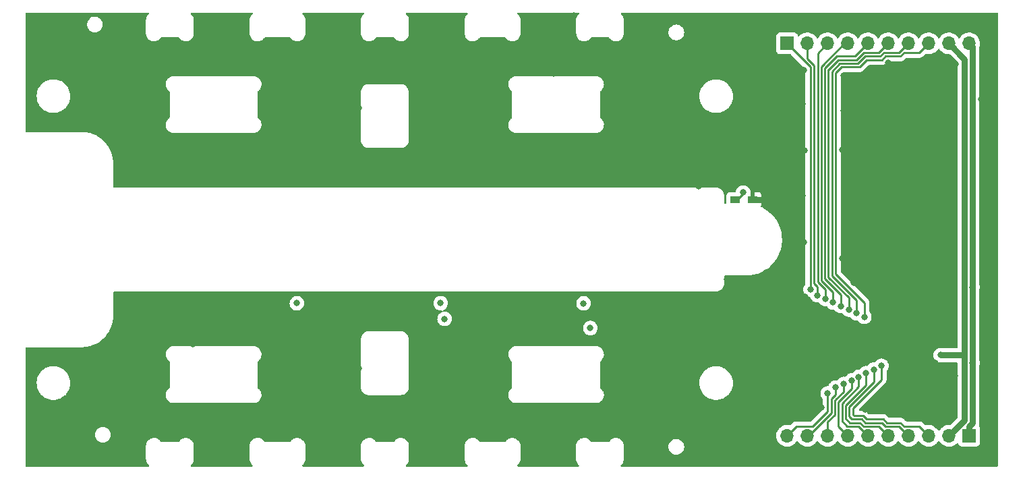
<source format=gbl>
G04 #@! TF.GenerationSoftware,KiCad,Pcbnew,(6.0.1-0)*
G04 #@! TF.CreationDate,2022-03-09T19:17:36+09:00*
G04 #@! TF.ProjectId,photo-single,70686f74-6f2d-4736-996e-676c652e6b69,rev?*
G04 #@! TF.SameCoordinates,Original*
G04 #@! TF.FileFunction,Copper,L2,Bot*
G04 #@! TF.FilePolarity,Positive*
%FSLAX46Y46*%
G04 Gerber Fmt 4.6, Leading zero omitted, Abs format (unit mm)*
G04 Created by KiCad (PCBNEW (6.0.1-0)) date 2022-03-09 19:17:36*
%MOMM*%
%LPD*%
G01*
G04 APERTURE LIST*
G04 #@! TA.AperFunction,ComponentPad*
%ADD10R,1.700000X1.700000*%
G04 #@! TD*
G04 #@! TA.AperFunction,ComponentPad*
%ADD11O,1.700000X1.700000*%
G04 #@! TD*
G04 #@! TA.AperFunction,SMDPad,CuDef*
%ADD12R,1.200000X0.900000*%
G04 #@! TD*
G04 #@! TA.AperFunction,ViaPad*
%ADD13C,0.800000*%
G04 #@! TD*
G04 #@! TA.AperFunction,Conductor*
%ADD14C,0.762000*%
G04 #@! TD*
G04 #@! TA.AperFunction,Conductor*
%ADD15C,0.250000*%
G04 #@! TD*
G04 APERTURE END LIST*
D10*
X180905000Y-75372000D03*
D11*
X183445000Y-75372000D03*
X185985000Y-75372000D03*
X188525000Y-75372000D03*
X191065000Y-75372000D03*
X193605000Y-75372000D03*
X196145000Y-75372000D03*
X198685000Y-75372000D03*
X201225000Y-75372000D03*
X203765000Y-75372000D03*
D10*
X203765000Y-124628000D03*
D11*
X201225000Y-124628000D03*
X198685000Y-124628000D03*
X196145000Y-124628000D03*
X193605000Y-124628000D03*
X191065000Y-124628000D03*
X188525000Y-124628000D03*
X185985000Y-124628000D03*
X183445000Y-124628000D03*
X180905000Y-124628000D03*
D12*
X174400000Y-95000000D03*
X176600000Y-95000000D03*
D13*
X85810000Y-79280000D03*
X85890000Y-72890000D03*
X88650000Y-75730000D03*
X91750000Y-79320000D03*
X91930000Y-72670000D03*
X91840000Y-85750000D03*
X95120000Y-82600000D03*
X98580000Y-79450000D03*
X98490000Y-72580000D03*
X98490000Y-72580000D03*
X95560000Y-75730000D03*
X101680000Y-82380000D03*
X98320000Y-85970000D03*
X103260000Y-89860000D03*
X99950000Y-90550000D03*
X108930000Y-90930000D03*
X117910000Y-90870000D03*
X126900000Y-90870000D03*
X135930000Y-90860000D03*
X144920000Y-90870000D03*
X153890000Y-90840000D03*
X162930000Y-90850000D03*
X103600000Y-92440000D03*
X112220000Y-92850000D03*
X121450000Y-92810000D03*
X130110000Y-92690000D03*
X139470000Y-92790000D03*
X148400000Y-92950000D03*
X157900000Y-92720000D03*
X157800000Y-90360000D03*
X148420000Y-90240000D03*
X139500000Y-89510000D03*
X130180000Y-89100000D03*
X121450000Y-89180000D03*
X112340000Y-89810000D03*
X102050000Y-86010000D03*
X102610000Y-75790000D03*
X107580000Y-72610000D03*
X112700000Y-72590000D03*
X109590000Y-76710000D03*
X105740000Y-78650000D03*
X113870000Y-78910000D03*
X116680000Y-75320000D03*
X121240000Y-72340000D03*
X126240000Y-72240000D03*
X123960000Y-75010000D03*
X120560000Y-78210000D03*
X116480000Y-80500000D03*
X115710000Y-84480000D03*
X129590000Y-79810000D03*
X132650000Y-79810000D03*
X134250000Y-72170000D03*
X139610000Y-74380000D03*
X136730000Y-73450000D03*
X139610000Y-72110000D03*
X134080000Y-74410000D03*
X135650000Y-80540000D03*
X138500000Y-83500000D03*
X145320000Y-80410000D03*
X145390000Y-86670000D03*
X142510000Y-83540000D03*
X140610000Y-80480000D03*
X140330000Y-86630000D03*
X145790000Y-83410000D03*
X135480000Y-83440000D03*
X157970000Y-83080000D03*
X148050000Y-72080000D03*
X154110000Y-71900000D03*
X154020000Y-74290000D03*
X148350000Y-74420000D03*
X150760000Y-73180000D03*
X161190000Y-71940000D03*
X161090000Y-74940000D03*
X168080000Y-82080000D03*
X171710000Y-85350000D03*
X178060000Y-85430000D03*
X164870000Y-73750000D03*
X169340000Y-71930000D03*
X168470000Y-75840000D03*
X169510000Y-78500000D03*
X173610000Y-72320000D03*
X172940000Y-75740000D03*
X174360000Y-80180000D03*
X175740000Y-83340000D03*
X177240000Y-75330000D03*
X180190000Y-72470000D03*
X186280000Y-72510000D03*
X194410000Y-72510000D03*
X201760000Y-72550000D03*
X206300000Y-72500000D03*
X206380000Y-127580000D03*
X206630000Y-124100000D03*
X202150000Y-127500000D03*
X196160000Y-127760000D03*
X189400000Y-127690000D03*
X183930000Y-127500000D03*
X178330000Y-127630000D03*
X168490000Y-127600000D03*
X173150000Y-124830000D03*
X168690000Y-121910000D03*
X178540000Y-121870000D03*
X168790000Y-117680000D03*
X174380000Y-119840000D03*
X161250000Y-127460000D03*
X166140000Y-124810000D03*
X178250000Y-124570000D03*
X147890000Y-125380000D03*
X153840000Y-125380000D03*
X153840000Y-127940000D03*
X147980000Y-127990000D03*
X150800000Y-126810000D03*
X145330000Y-119520000D03*
X145500000Y-113660000D03*
X135430000Y-113430000D03*
X140250000Y-119640000D03*
X138030000Y-115860000D03*
X140850000Y-113170000D03*
X143290000Y-116680000D03*
X140890000Y-110040000D03*
X162070000Y-109110000D03*
X153070000Y-109120000D03*
X144120000Y-109180000D03*
X135120000Y-109110000D03*
X126150000Y-109120000D03*
X116940000Y-109120000D03*
X107870000Y-109170000D03*
X103320000Y-107060000D03*
X112760000Y-107270000D03*
X121260000Y-107190000D03*
X130670000Y-107250000D03*
X139810000Y-107220000D03*
X148560000Y-107330000D03*
X157850000Y-107290000D03*
X158600000Y-109400000D03*
X122200000Y-114700000D03*
X115450000Y-115280000D03*
X115190000Y-119990000D03*
X122710000Y-119800000D03*
X118690000Y-117500000D03*
X95950000Y-112820000D03*
X85880000Y-113950000D03*
X93000000Y-114260000D03*
X85810000Y-120840000D03*
X93190000Y-120580000D03*
X89480000Y-115280000D03*
X89360000Y-121110000D03*
X85920000Y-124360000D03*
X85810000Y-127890000D03*
X89920000Y-127820000D03*
X95820000Y-127890000D03*
X90180000Y-124520000D03*
X96270000Y-117290000D03*
X98360000Y-121760000D03*
X99830000Y-127330000D03*
X102260000Y-114630000D03*
X101360000Y-118580000D03*
X103690000Y-122760000D03*
X98120000Y-124950000D03*
X108630000Y-120910000D03*
X107110000Y-127710000D03*
X106920000Y-124280000D03*
X112960000Y-124330000D03*
X113010000Y-127470000D03*
X109920000Y-126040000D03*
X118900000Y-123090000D03*
X120680000Y-125210000D03*
X127180000Y-125180000D03*
X121050000Y-128050000D03*
X126840000Y-127990000D03*
X123970000Y-126540000D03*
X132800000Y-124100000D03*
X134020000Y-127970000D03*
X139690000Y-125660000D03*
X139790000Y-127970000D03*
X134290000Y-125730000D03*
X137070000Y-126900000D03*
X101510000Y-108940000D03*
X110500000Y-107980000D03*
X128330000Y-107980000D03*
X146410000Y-107990000D03*
X164480000Y-106900000D03*
X206690000Y-118210000D03*
X206690000Y-110880000D03*
X206590000Y-102810000D03*
X206500000Y-95960000D03*
X206620000Y-88420000D03*
X206820000Y-80030000D03*
X206900000Y-75670000D03*
X161700000Y-83700000D03*
X160700000Y-77100000D03*
X161700000Y-80000000D03*
X164700000Y-77500000D03*
X164800000Y-81800000D03*
X158400000Y-79200000D03*
X156400000Y-75900000D03*
X151400000Y-76000000D03*
X143800000Y-76000000D03*
X137600000Y-76000000D03*
X130500000Y-76100000D03*
X123700000Y-77100000D03*
X101700000Y-88100000D03*
X122500000Y-86000000D03*
X122800000Y-81700000D03*
X119100000Y-82600000D03*
X125900000Y-79300000D03*
X126000000Y-87400000D03*
X127100000Y-83500000D03*
X138100000Y-79100000D03*
X143200000Y-79000000D03*
X151600000Y-79200000D03*
X159500000Y-86200000D03*
X168500000Y-84800000D03*
X172400000Y-88700000D03*
X168200000Y-91500000D03*
X165000000Y-88700000D03*
X169800000Y-93300000D03*
X173400000Y-93600000D03*
X182800000Y-94500000D03*
X183000000Y-100300000D03*
X180100000Y-96800000D03*
X173400000Y-105000000D03*
X176800000Y-106400000D03*
X179800000Y-103200000D03*
X166800000Y-111400000D03*
X164200000Y-109700000D03*
X169400000Y-107800000D03*
X103300000Y-111400000D03*
X106300000Y-113100000D03*
X112500000Y-111300000D03*
X122600000Y-111400000D03*
X125800000Y-112400000D03*
X125800000Y-120100000D03*
X132300000Y-120700000D03*
X127100000Y-116200000D03*
X129300000Y-120300000D03*
X134400000Y-116400000D03*
X137000000Y-120800000D03*
X147900000Y-121000000D03*
X155900000Y-121000000D03*
X159000000Y-120800000D03*
X158200000Y-117200000D03*
X159600000Y-113900000D03*
X148400000Y-110900000D03*
X159000000Y-111300000D03*
X162100000Y-116100000D03*
X161400000Y-122800000D03*
X157500000Y-124100000D03*
X151000000Y-123900000D03*
X144000000Y-124000000D03*
X137200000Y-124200000D03*
X164600000Y-119400000D03*
X173600000Y-111400000D03*
X170500000Y-114600000D03*
X179100000Y-111300000D03*
X183200000Y-107200000D03*
X187800000Y-102400000D03*
X189300000Y-105400000D03*
X198200000Y-101700000D03*
X200600000Y-105500000D03*
X192700000Y-101700000D03*
X195300000Y-105500000D03*
X196900000Y-103400000D03*
X190700000Y-103700000D03*
X188100000Y-94700000D03*
X188100000Y-96800000D03*
X195700000Y-94400000D03*
X199900000Y-97000000D03*
X193400000Y-97000000D03*
X190900000Y-95300000D03*
X197300000Y-96400000D03*
X183100000Y-88800000D03*
X177400000Y-88800000D03*
X178600000Y-79700000D03*
X183000000Y-78700000D03*
X182800000Y-83000000D03*
X188000000Y-79400000D03*
X187800000Y-88700000D03*
X188000000Y-83800000D03*
X194000000Y-83800000D03*
X201800000Y-85200000D03*
X198500000Y-88600000D03*
X193600000Y-88600000D03*
X190900000Y-86300000D03*
X190800000Y-81200000D03*
X193600000Y-77800000D03*
X199700000Y-76900000D03*
X197300000Y-80400000D03*
X202100000Y-78000000D03*
X198700000Y-83700000D03*
X205300000Y-82400000D03*
X176200000Y-114600000D03*
X181400000Y-116700000D03*
X185200000Y-121100000D03*
X187000000Y-117300000D03*
X184900000Y-112800000D03*
X189700000Y-110700000D03*
X190900000Y-115300000D03*
X197600000Y-110300000D03*
X193700000Y-112300000D03*
X190700000Y-121300000D03*
X194800000Y-120100000D03*
X199800000Y-123400000D03*
X199500000Y-115500000D03*
X202000000Y-117100000D03*
X201900000Y-120300000D03*
X198300000Y-119100000D03*
X178100000Y-95000000D03*
X85940000Y-85930000D03*
X166260000Y-92490000D03*
X165340000Y-107940000D03*
X155350000Y-108000000D03*
X156200000Y-111100000D03*
X137900000Y-109960000D03*
X137410000Y-107970000D03*
X119360000Y-107990000D03*
X204181000Y-105970001D03*
X204181000Y-115462010D03*
X200200000Y-114500000D03*
X190600000Y-109695060D03*
X189631242Y-109245050D03*
X188670685Y-108795040D03*
X187672159Y-108345030D03*
X186680258Y-107895020D03*
X185705484Y-107445010D03*
X184700000Y-106995000D03*
X183847795Y-106247795D03*
X191806124Y-116311213D03*
X192760790Y-115824812D03*
X189902642Y-117224970D03*
X190806121Y-116774960D03*
X186989952Y-118575000D03*
X186000000Y-119300000D03*
X188000000Y-118124990D03*
X189000000Y-117674980D03*
X175390476Y-94094445D03*
D14*
X178490000Y-92490000D02*
X179550000Y-93550000D01*
X176600000Y-95000000D02*
X178100000Y-95000000D01*
X177360000Y-107940000D02*
X165340000Y-107940000D01*
X178100000Y-95000000D02*
X179550000Y-93550000D01*
X181300000Y-104000000D02*
X177360000Y-107940000D01*
X181300000Y-95300000D02*
X181300000Y-104000000D01*
X179550000Y-93550000D02*
X181300000Y-95300000D01*
X166260000Y-92490000D02*
X178490000Y-92490000D01*
X203765000Y-123448487D02*
X204162010Y-123051477D01*
X204162010Y-75769010D02*
X203765000Y-75372000D01*
X203765000Y-124628000D02*
X203765000Y-123448487D01*
X204162010Y-123051477D02*
X204162010Y-75769010D01*
X203200000Y-122653000D02*
X203200000Y-114300000D01*
X203200000Y-77347000D02*
X201225000Y-75372000D01*
X201225000Y-124628000D02*
X203200000Y-122653000D01*
X200200000Y-114500000D02*
X203000000Y-114500000D01*
X203000000Y-114500000D02*
X203200000Y-114300000D01*
X203200000Y-114300000D02*
X203200000Y-77347000D01*
D15*
X190899211Y-77447019D02*
X192802801Y-77447019D01*
X186997865Y-104349221D02*
X186997865Y-79074955D01*
X193252809Y-76997011D02*
X195156399Y-76997011D01*
X195606409Y-76547001D02*
X197509999Y-76547001D01*
X192802801Y-77447019D02*
X193252809Y-76997011D01*
X190600000Y-109695060D02*
X190600000Y-107951356D01*
X195156399Y-76997011D02*
X195606409Y-76547001D01*
X197509999Y-76547001D02*
X198685000Y-75372000D01*
X189996203Y-78350027D02*
X190899211Y-77447019D01*
X187722792Y-78350028D02*
X189996203Y-78350027D01*
X186997865Y-79074955D02*
X187722792Y-78350028D01*
X190600000Y-107951356D02*
X186997865Y-104349221D01*
X186547855Y-104535621D02*
X186547855Y-78888555D01*
X189631242Y-107619008D02*
X186547855Y-104535621D01*
X189631242Y-109245050D02*
X189631242Y-107619008D01*
X189809802Y-77900018D02*
X190712809Y-76997011D01*
X193066409Y-76547001D02*
X194969999Y-76547001D01*
X190712809Y-76997011D02*
X192616400Y-76997010D01*
X194969999Y-76547001D02*
X196145000Y-75372000D01*
X186547855Y-78888555D02*
X187536392Y-77900018D01*
X187536392Y-77900018D02*
X189809802Y-77900018D01*
X192616400Y-76997010D02*
X193066409Y-76547001D01*
X187349990Y-77450010D02*
X189623401Y-77450009D01*
X186097845Y-78672800D02*
X186127200Y-78672800D01*
X190526409Y-76547001D02*
X192429999Y-76547001D01*
X186127200Y-78672800D02*
X187349990Y-77450010D01*
X188670685Y-107294861D02*
X186097845Y-104722021D01*
X192429999Y-76547001D02*
X193605000Y-75372000D01*
X186097845Y-104722021D02*
X186097845Y-78672800D01*
X188670685Y-108795040D02*
X188670685Y-107294861D01*
X189623401Y-77450009D02*
X190526409Y-76547001D01*
X185647835Y-78486400D02*
X187134235Y-77000000D01*
X189437000Y-77000000D02*
X191065000Y-75372000D01*
X187134235Y-77000000D02*
X189437000Y-77000000D01*
X187672159Y-108345030D02*
X187672159Y-106952611D01*
X185647835Y-104928287D02*
X185647835Y-78486400D01*
X187672159Y-106952611D02*
X185647835Y-104928287D01*
X185197825Y-105127200D02*
X185197825Y-78300000D01*
X185197825Y-78300000D02*
X188125825Y-75372000D01*
X188125825Y-75372000D02*
X188525000Y-75372000D01*
X186680258Y-106597120D02*
X185383138Y-105300000D01*
X185370625Y-105300000D02*
X185197825Y-105127200D01*
X186680258Y-107895020D02*
X186680258Y-106597120D01*
X185383138Y-105300000D02*
X185370625Y-105300000D01*
X184747815Y-105313600D02*
X184747815Y-76609185D01*
X185705484Y-106271269D02*
X184747815Y-105313600D01*
X184747815Y-76609185D02*
X185985000Y-75372000D01*
X185705484Y-107445010D02*
X185705484Y-106271269D01*
X183445000Y-77275590D02*
X183445000Y-75372000D01*
X184297805Y-105500000D02*
X184297805Y-78128395D01*
X184700000Y-106995000D02*
X184700000Y-105902195D01*
X184297805Y-78128395D02*
X183445000Y-77275590D01*
X184700000Y-105902195D02*
X184297805Y-105500000D01*
X183847795Y-106247795D02*
X183847795Y-78314795D01*
X183847795Y-78314795D02*
X180905000Y-75372000D01*
X189052979Y-122552979D02*
X190262800Y-122552980D01*
X190712809Y-123002989D02*
X192802989Y-123002989D01*
X188700058Y-120987629D02*
X188700058Y-122200058D01*
X189393901Y-120300000D02*
X189387687Y-120300000D01*
X188700058Y-122200058D02*
X189052979Y-122552979D01*
X192802989Y-123002989D02*
X193252999Y-123452999D01*
X190262800Y-122552980D02*
X190712809Y-123002989D01*
X193252999Y-123452999D02*
X194969999Y-123452999D01*
X191806124Y-116311213D02*
X191806124Y-117887777D01*
X191806124Y-117887777D02*
X189393901Y-120300000D01*
X189387687Y-120300000D02*
X188700058Y-120987629D01*
X194969999Y-123452999D02*
X196145000Y-124628000D01*
X190899209Y-122552979D02*
X192989390Y-122552980D01*
X192760790Y-115824812D02*
X192760790Y-117569521D01*
X189150068Y-121950068D02*
X189302970Y-122102970D01*
X189302970Y-122102970D02*
X190449201Y-122102971D01*
X189150068Y-121174029D02*
X189150068Y-121950068D01*
X192760790Y-117569521D02*
X189330311Y-121000000D01*
X197509999Y-123452999D02*
X198685000Y-124628000D01*
X195606409Y-123452999D02*
X197509999Y-123452999D01*
X190449201Y-122102971D02*
X190899209Y-122552979D01*
X189330311Y-121000000D02*
X189324097Y-121000000D01*
X192989390Y-122552980D02*
X193439399Y-123002989D01*
X193439399Y-123002989D02*
X195156400Y-123002990D01*
X195156400Y-123002990D02*
X195606409Y-123452999D01*
X189324097Y-121000000D02*
X189150068Y-121174029D01*
X189902642Y-118463407D02*
X187800038Y-120566011D01*
X187800038Y-122800038D02*
X188452999Y-123452999D01*
X187800038Y-120566011D02*
X187800038Y-122800038D01*
X189902642Y-117224970D02*
X189902642Y-118463407D01*
X189889999Y-123452999D02*
X191065000Y-124628000D01*
X188452999Y-123452999D02*
X189889999Y-123452999D01*
X190526409Y-123452999D02*
X192429999Y-123452999D01*
X190806121Y-116774960D02*
X190806121Y-118245156D01*
X188802989Y-123002989D02*
X190076399Y-123002989D01*
X192429999Y-123452999D02*
X193605000Y-124628000D01*
X190806121Y-118245156D02*
X188250048Y-120801229D01*
X188250048Y-120801229D02*
X188250048Y-122450048D01*
X190076399Y-123002989D02*
X190526409Y-123452999D01*
X188250048Y-122450048D02*
X188802989Y-123002989D01*
X186989952Y-119460058D02*
X186450010Y-120000000D01*
X186450009Y-121786401D02*
X183608410Y-124628000D01*
X186989952Y-118575000D02*
X186989952Y-119460058D01*
X186450010Y-120000000D02*
X186450009Y-121786401D01*
X183608410Y-124628000D02*
X183445000Y-124628000D01*
X186000000Y-121600000D02*
X184147001Y-123452999D01*
X182080001Y-123452999D02*
X180905000Y-124628000D01*
X184147001Y-123452999D02*
X182080001Y-123452999D01*
X186000000Y-119300000D02*
X186000000Y-121600000D01*
X186993229Y-120100000D02*
X186986420Y-120100000D01*
X185985000Y-122887820D02*
X185985000Y-124628000D01*
X186986420Y-120100000D02*
X186900019Y-120186401D01*
X186900019Y-120186401D02*
X186900018Y-121972802D01*
X188000000Y-118124990D02*
X188000000Y-119093229D01*
X186900018Y-121972802D02*
X185985000Y-122887820D01*
X188000000Y-119093229D02*
X186993229Y-120100000D01*
X187350028Y-123453028D02*
X188525000Y-124628000D01*
X189000000Y-118729639D02*
X187350028Y-120379611D01*
X189000000Y-117674980D02*
X189000000Y-118729639D01*
X187350028Y-120379611D02*
X187350028Y-123453028D01*
X174400000Y-95000000D02*
X174600000Y-95000000D01*
X175390476Y-94209524D02*
X175390476Y-94094445D01*
X174600000Y-95000000D02*
X175390476Y-94209524D01*
G04 #@! TA.AperFunction,Conductor*
G36*
X100749667Y-71528002D02*
G01*
X100796160Y-71581658D01*
X100806264Y-71651932D01*
X100776770Y-71716512D01*
X100767911Y-71725745D01*
X100656501Y-71830620D01*
X100653117Y-71835219D01*
X100551318Y-71973567D01*
X100551317Y-71973569D01*
X100547935Y-71978165D01*
X100467744Y-72142863D01*
X100418554Y-72319318D01*
X100418037Y-72325008D01*
X100406059Y-72456819D01*
X100404830Y-72466320D01*
X100400979Y-72489211D01*
X100400826Y-72501750D01*
X100401516Y-72506565D01*
X100404777Y-72529338D01*
X100406050Y-72547201D01*
X100406050Y-74048544D01*
X100404304Y-74069448D01*
X100400979Y-74089212D01*
X100400826Y-74101751D01*
X100401515Y-74106560D01*
X100401515Y-74106563D01*
X100401925Y-74109427D01*
X100403309Y-74119083D01*
X100403511Y-74120496D01*
X100404267Y-74126957D01*
X100418554Y-74284182D01*
X100467745Y-74460637D01*
X100547937Y-74625335D01*
X100656503Y-74772880D01*
X100789886Y-74898438D01*
X100845922Y-74934668D01*
X100938917Y-74994794D01*
X100938921Y-74994796D01*
X100943717Y-74997897D01*
X101112957Y-75067998D01*
X101118532Y-75069195D01*
X101118536Y-75069196D01*
X101180748Y-75082550D01*
X101292060Y-75106444D01*
X101379566Y-75109088D01*
X101469455Y-75111804D01*
X101469459Y-75111804D01*
X101475159Y-75111976D01*
X101575282Y-75096738D01*
X101650608Y-75085274D01*
X101650611Y-75085273D01*
X101656257Y-75084414D01*
X101829420Y-75024658D01*
X101920617Y-74973223D01*
X101983997Y-74937477D01*
X101984000Y-74937475D01*
X101988975Y-74934669D01*
X102095038Y-74846276D01*
X102102624Y-74840428D01*
X102117573Y-74829784D01*
X102121534Y-74826964D01*
X102130509Y-74818206D01*
X102147235Y-74795888D01*
X102158962Y-74782364D01*
X102294672Y-74646654D01*
X102356984Y-74612628D01*
X102383767Y-74609749D01*
X104444334Y-74609749D01*
X104512455Y-74629751D01*
X104533429Y-74646654D01*
X104663661Y-74776886D01*
X104677209Y-74792903D01*
X104688834Y-74809231D01*
X104697592Y-74818205D01*
X104712767Y-74829578D01*
X104717838Y-74833587D01*
X104839126Y-74934668D01*
X104844101Y-74937474D01*
X104844104Y-74937476D01*
X104907485Y-74973223D01*
X104998681Y-75024658D01*
X105171844Y-75084414D01*
X105177490Y-75085273D01*
X105177493Y-75085274D01*
X105252819Y-75096738D01*
X105352942Y-75111976D01*
X105358642Y-75111804D01*
X105358646Y-75111804D01*
X105448547Y-75109087D01*
X105536042Y-75106444D01*
X105647351Y-75082550D01*
X105709566Y-75069195D01*
X105709570Y-75069194D01*
X105715145Y-75067997D01*
X105884385Y-74997896D01*
X105889183Y-74994794D01*
X105889185Y-74994793D01*
X105985219Y-74932702D01*
X106038216Y-74898437D01*
X106171599Y-74772878D01*
X106204739Y-74727840D01*
X106276782Y-74629931D01*
X106276783Y-74629929D01*
X106280165Y-74625333D01*
X106360356Y-74460635D01*
X106409546Y-74284180D01*
X106419167Y-74178309D01*
X106422041Y-74146679D01*
X106423270Y-74137178D01*
X106426314Y-74119083D01*
X106427121Y-74114287D01*
X106427274Y-74101748D01*
X106423323Y-74074160D01*
X106422050Y-74056297D01*
X106422050Y-72554958D01*
X106423796Y-72534054D01*
X106426314Y-72519086D01*
X106427121Y-72514290D01*
X106427274Y-72501751D01*
X106424588Y-72482999D01*
X106423833Y-72476544D01*
X106421294Y-72448605D01*
X106409546Y-72319320D01*
X106360356Y-72142864D01*
X106280165Y-71978166D01*
X106171599Y-71830621D01*
X106060189Y-71725745D01*
X106024297Y-71664489D01*
X106027222Y-71593552D01*
X106068033Y-71535458D01*
X106133773Y-71508650D01*
X106146553Y-71508000D01*
X113681546Y-71508000D01*
X113749667Y-71528002D01*
X113796160Y-71581658D01*
X113806264Y-71651932D01*
X113776770Y-71716512D01*
X113767911Y-71725745D01*
X113656501Y-71830620D01*
X113653117Y-71835219D01*
X113551318Y-71973567D01*
X113551317Y-71973569D01*
X113547935Y-71978165D01*
X113467744Y-72142863D01*
X113418554Y-72319318D01*
X113418037Y-72325008D01*
X113406059Y-72456819D01*
X113404830Y-72466320D01*
X113400979Y-72489211D01*
X113400826Y-72501750D01*
X113401516Y-72506565D01*
X113404777Y-72529338D01*
X113406050Y-72547201D01*
X113406050Y-74048544D01*
X113404304Y-74069448D01*
X113400979Y-74089212D01*
X113400826Y-74101751D01*
X113401515Y-74106560D01*
X113401515Y-74106563D01*
X113401925Y-74109427D01*
X113403309Y-74119083D01*
X113403511Y-74120496D01*
X113404267Y-74126957D01*
X113418554Y-74284182D01*
X113467745Y-74460637D01*
X113547937Y-74625335D01*
X113656503Y-74772880D01*
X113789886Y-74898438D01*
X113845922Y-74934668D01*
X113938917Y-74994794D01*
X113938921Y-74994796D01*
X113943717Y-74997897D01*
X114112957Y-75067998D01*
X114118532Y-75069195D01*
X114118536Y-75069196D01*
X114180748Y-75082550D01*
X114292060Y-75106444D01*
X114379566Y-75109088D01*
X114469455Y-75111804D01*
X114469459Y-75111804D01*
X114475159Y-75111976D01*
X114575282Y-75096738D01*
X114650608Y-75085274D01*
X114650611Y-75085273D01*
X114656257Y-75084414D01*
X114829420Y-75024658D01*
X114920617Y-74973223D01*
X114983997Y-74937477D01*
X114984000Y-74937475D01*
X114988975Y-74934669D01*
X115095038Y-74846276D01*
X115102624Y-74840428D01*
X115117573Y-74829784D01*
X115121534Y-74826964D01*
X115130509Y-74818206D01*
X115147235Y-74795888D01*
X115158962Y-74782364D01*
X115294672Y-74646654D01*
X115356984Y-74612628D01*
X115383767Y-74609749D01*
X118444334Y-74609749D01*
X118512455Y-74629751D01*
X118533429Y-74646654D01*
X118663661Y-74776886D01*
X118677209Y-74792903D01*
X118688834Y-74809231D01*
X118697592Y-74818205D01*
X118712767Y-74829578D01*
X118717838Y-74833587D01*
X118839126Y-74934668D01*
X118844101Y-74937474D01*
X118844104Y-74937476D01*
X118907485Y-74973223D01*
X118998681Y-75024658D01*
X119171844Y-75084414D01*
X119177490Y-75085273D01*
X119177493Y-75085274D01*
X119252819Y-75096738D01*
X119352942Y-75111976D01*
X119358642Y-75111804D01*
X119358646Y-75111804D01*
X119448547Y-75109087D01*
X119536042Y-75106444D01*
X119647351Y-75082550D01*
X119709566Y-75069195D01*
X119709570Y-75069194D01*
X119715145Y-75067997D01*
X119884385Y-74997896D01*
X119889183Y-74994794D01*
X119889185Y-74994793D01*
X119985219Y-74932702D01*
X120038216Y-74898437D01*
X120171599Y-74772878D01*
X120204739Y-74727840D01*
X120276782Y-74629931D01*
X120276783Y-74629929D01*
X120280165Y-74625333D01*
X120360356Y-74460635D01*
X120409546Y-74284180D01*
X120419167Y-74178309D01*
X120422041Y-74146679D01*
X120423270Y-74137178D01*
X120426314Y-74119083D01*
X120427121Y-74114287D01*
X120427274Y-74101748D01*
X120423323Y-74074160D01*
X120422050Y-74056297D01*
X120422050Y-72554958D01*
X120423796Y-72534054D01*
X120426314Y-72519086D01*
X120427121Y-72514290D01*
X120427274Y-72501751D01*
X120424588Y-72482999D01*
X120423833Y-72476544D01*
X120421294Y-72448605D01*
X120409546Y-72319320D01*
X120360356Y-72142864D01*
X120280165Y-71978166D01*
X120171599Y-71830621D01*
X120060189Y-71725745D01*
X120024297Y-71664489D01*
X120027222Y-71593552D01*
X120068033Y-71535458D01*
X120133773Y-71508650D01*
X120146553Y-71508000D01*
X127681546Y-71508000D01*
X127749667Y-71528002D01*
X127796160Y-71581658D01*
X127806264Y-71651932D01*
X127776770Y-71716512D01*
X127767911Y-71725745D01*
X127656501Y-71830620D01*
X127653117Y-71835219D01*
X127551318Y-71973567D01*
X127551317Y-71973569D01*
X127547935Y-71978165D01*
X127467744Y-72142863D01*
X127418554Y-72319318D01*
X127418037Y-72325008D01*
X127406059Y-72456819D01*
X127404830Y-72466320D01*
X127400979Y-72489211D01*
X127400826Y-72501750D01*
X127401516Y-72506565D01*
X127404777Y-72529338D01*
X127406050Y-72547201D01*
X127406050Y-74048544D01*
X127404304Y-74069448D01*
X127400979Y-74089212D01*
X127400826Y-74101751D01*
X127401515Y-74106560D01*
X127401515Y-74106563D01*
X127401925Y-74109427D01*
X127403309Y-74119083D01*
X127403511Y-74120496D01*
X127404267Y-74126957D01*
X127418554Y-74284182D01*
X127467745Y-74460637D01*
X127547937Y-74625335D01*
X127656503Y-74772880D01*
X127789886Y-74898438D01*
X127845922Y-74934668D01*
X127938917Y-74994794D01*
X127938921Y-74994796D01*
X127943717Y-74997897D01*
X128112957Y-75067998D01*
X128118532Y-75069195D01*
X128118536Y-75069196D01*
X128180748Y-75082550D01*
X128292060Y-75106444D01*
X128379566Y-75109088D01*
X128469455Y-75111804D01*
X128469459Y-75111804D01*
X128475159Y-75111976D01*
X128575282Y-75096738D01*
X128650608Y-75085274D01*
X128650611Y-75085273D01*
X128656257Y-75084414D01*
X128829420Y-75024658D01*
X128920617Y-74973223D01*
X128983997Y-74937477D01*
X128984000Y-74937475D01*
X128988975Y-74934669D01*
X129095038Y-74846276D01*
X129102624Y-74840428D01*
X129117573Y-74829784D01*
X129121534Y-74826964D01*
X129130509Y-74818206D01*
X129147235Y-74795888D01*
X129158962Y-74782364D01*
X129294672Y-74646654D01*
X129356984Y-74612628D01*
X129383767Y-74609749D01*
X131444334Y-74609749D01*
X131512455Y-74629751D01*
X131533429Y-74646654D01*
X131663661Y-74776886D01*
X131677209Y-74792903D01*
X131688834Y-74809231D01*
X131697592Y-74818205D01*
X131712767Y-74829578D01*
X131717838Y-74833587D01*
X131839126Y-74934668D01*
X131844101Y-74937474D01*
X131844104Y-74937476D01*
X131907485Y-74973223D01*
X131998681Y-75024658D01*
X132171844Y-75084414D01*
X132177490Y-75085273D01*
X132177493Y-75085274D01*
X132252819Y-75096738D01*
X132352942Y-75111976D01*
X132358642Y-75111804D01*
X132358646Y-75111804D01*
X132448547Y-75109087D01*
X132536042Y-75106444D01*
X132647351Y-75082550D01*
X132709566Y-75069195D01*
X132709570Y-75069194D01*
X132715145Y-75067997D01*
X132884385Y-74997896D01*
X132889183Y-74994794D01*
X132889185Y-74994793D01*
X132985219Y-74932702D01*
X133038216Y-74898437D01*
X133171599Y-74772878D01*
X133204739Y-74727840D01*
X133276782Y-74629931D01*
X133276783Y-74629929D01*
X133280165Y-74625333D01*
X133360356Y-74460635D01*
X133409546Y-74284180D01*
X133419167Y-74178309D01*
X133422041Y-74146679D01*
X133423270Y-74137178D01*
X133426314Y-74119083D01*
X133427121Y-74114287D01*
X133427274Y-74101748D01*
X133423323Y-74074160D01*
X133422050Y-74056297D01*
X133422050Y-72554958D01*
X133423796Y-72534054D01*
X133426314Y-72519086D01*
X133427121Y-72514290D01*
X133427274Y-72501751D01*
X133424588Y-72482999D01*
X133423833Y-72476544D01*
X133421294Y-72448605D01*
X133409546Y-72319320D01*
X133360356Y-72142864D01*
X133280165Y-71978166D01*
X133171599Y-71830621D01*
X133060189Y-71725745D01*
X133024297Y-71664489D01*
X133027222Y-71593552D01*
X133068033Y-71535458D01*
X133133773Y-71508650D01*
X133146553Y-71508000D01*
X140681546Y-71508000D01*
X140749667Y-71528002D01*
X140796160Y-71581658D01*
X140806264Y-71651932D01*
X140776770Y-71716512D01*
X140767911Y-71725745D01*
X140656501Y-71830620D01*
X140653117Y-71835219D01*
X140551318Y-71973567D01*
X140551317Y-71973569D01*
X140547935Y-71978165D01*
X140467744Y-72142863D01*
X140418554Y-72319318D01*
X140418037Y-72325008D01*
X140406059Y-72456819D01*
X140404830Y-72466320D01*
X140400979Y-72489211D01*
X140400826Y-72501750D01*
X140401516Y-72506565D01*
X140404777Y-72529338D01*
X140406050Y-72547201D01*
X140406050Y-74048544D01*
X140404304Y-74069448D01*
X140400979Y-74089212D01*
X140400826Y-74101751D01*
X140401515Y-74106560D01*
X140401515Y-74106563D01*
X140401925Y-74109427D01*
X140403309Y-74119083D01*
X140403511Y-74120496D01*
X140404267Y-74126957D01*
X140418554Y-74284182D01*
X140467745Y-74460637D01*
X140547937Y-74625335D01*
X140656503Y-74772880D01*
X140789886Y-74898438D01*
X140845922Y-74934668D01*
X140938917Y-74994794D01*
X140938921Y-74994796D01*
X140943717Y-74997897D01*
X141112957Y-75067998D01*
X141118532Y-75069195D01*
X141118536Y-75069196D01*
X141180748Y-75082550D01*
X141292060Y-75106444D01*
X141379566Y-75109088D01*
X141469455Y-75111804D01*
X141469459Y-75111804D01*
X141475159Y-75111976D01*
X141575282Y-75096738D01*
X141650608Y-75085274D01*
X141650611Y-75085273D01*
X141656257Y-75084414D01*
X141829420Y-75024658D01*
X141920617Y-74973223D01*
X141983997Y-74937477D01*
X141984000Y-74937475D01*
X141988975Y-74934669D01*
X142095038Y-74846276D01*
X142102624Y-74840428D01*
X142117573Y-74829784D01*
X142121534Y-74826964D01*
X142130509Y-74818206D01*
X142147235Y-74795888D01*
X142158962Y-74782364D01*
X142294672Y-74646654D01*
X142356984Y-74612628D01*
X142383767Y-74609749D01*
X145444334Y-74609749D01*
X145512455Y-74629751D01*
X145533429Y-74646654D01*
X145663661Y-74776886D01*
X145677209Y-74792903D01*
X145688834Y-74809231D01*
X145697592Y-74818205D01*
X145712767Y-74829578D01*
X145717838Y-74833587D01*
X145839126Y-74934668D01*
X145844101Y-74937474D01*
X145844104Y-74937476D01*
X145907485Y-74973223D01*
X145998681Y-75024658D01*
X146171844Y-75084414D01*
X146177490Y-75085273D01*
X146177493Y-75085274D01*
X146252819Y-75096738D01*
X146352942Y-75111976D01*
X146358642Y-75111804D01*
X146358646Y-75111804D01*
X146448547Y-75109087D01*
X146536042Y-75106444D01*
X146647351Y-75082550D01*
X146709566Y-75069195D01*
X146709570Y-75069194D01*
X146715145Y-75067997D01*
X146884385Y-74997896D01*
X146889183Y-74994794D01*
X146889185Y-74994793D01*
X146985219Y-74932702D01*
X147038216Y-74898437D01*
X147171599Y-74772878D01*
X147204739Y-74727840D01*
X147276782Y-74629931D01*
X147276783Y-74629929D01*
X147280165Y-74625333D01*
X147360356Y-74460635D01*
X147409546Y-74284180D01*
X147419167Y-74178309D01*
X147422041Y-74146679D01*
X147423270Y-74137178D01*
X147426314Y-74119083D01*
X147427121Y-74114287D01*
X147427274Y-74101748D01*
X147423323Y-74074160D01*
X147422050Y-74056297D01*
X147422050Y-72554958D01*
X147423796Y-72534054D01*
X147426314Y-72519086D01*
X147427121Y-72514290D01*
X147427274Y-72501751D01*
X147424588Y-72482999D01*
X147423833Y-72476544D01*
X147421294Y-72448605D01*
X147409546Y-72319320D01*
X147360356Y-72142864D01*
X147280165Y-71978166D01*
X147171599Y-71830621D01*
X147060189Y-71725745D01*
X147024297Y-71664489D01*
X147027222Y-71593552D01*
X147068033Y-71535458D01*
X147133773Y-71508650D01*
X147146553Y-71508000D01*
X154681546Y-71508000D01*
X154749667Y-71528002D01*
X154796160Y-71581658D01*
X154806264Y-71651932D01*
X154776770Y-71716512D01*
X154767911Y-71725745D01*
X154656501Y-71830620D01*
X154653117Y-71835219D01*
X154551318Y-71973567D01*
X154551317Y-71973569D01*
X154547935Y-71978165D01*
X154467744Y-72142863D01*
X154418554Y-72319318D01*
X154418037Y-72325008D01*
X154406059Y-72456819D01*
X154404830Y-72466320D01*
X154400979Y-72489211D01*
X154400826Y-72501750D01*
X154401516Y-72506565D01*
X154404777Y-72529338D01*
X154406050Y-72547201D01*
X154406050Y-74048544D01*
X154404304Y-74069448D01*
X154400979Y-74089212D01*
X154400826Y-74101751D01*
X154401515Y-74106560D01*
X154401515Y-74106563D01*
X154401925Y-74109427D01*
X154403309Y-74119083D01*
X154403511Y-74120496D01*
X154404267Y-74126957D01*
X154418554Y-74284182D01*
X154467745Y-74460637D01*
X154547937Y-74625335D01*
X154656503Y-74772880D01*
X154789886Y-74898438D01*
X154845922Y-74934668D01*
X154938917Y-74994794D01*
X154938921Y-74994796D01*
X154943717Y-74997897D01*
X155112957Y-75067998D01*
X155118532Y-75069195D01*
X155118536Y-75069196D01*
X155180748Y-75082550D01*
X155292060Y-75106444D01*
X155379566Y-75109088D01*
X155469455Y-75111804D01*
X155469459Y-75111804D01*
X155475159Y-75111976D01*
X155575282Y-75096738D01*
X155650608Y-75085274D01*
X155650611Y-75085273D01*
X155656257Y-75084414D01*
X155829420Y-75024658D01*
X155920617Y-74973223D01*
X155983997Y-74937477D01*
X155984000Y-74937475D01*
X155988975Y-74934669D01*
X156095038Y-74846276D01*
X156102624Y-74840428D01*
X156117573Y-74829784D01*
X156121534Y-74826964D01*
X156130509Y-74818206D01*
X156147235Y-74795888D01*
X156158962Y-74782364D01*
X156294672Y-74646654D01*
X156356984Y-74612628D01*
X156383767Y-74609749D01*
X158444334Y-74609749D01*
X158512455Y-74629751D01*
X158533429Y-74646654D01*
X158663661Y-74776886D01*
X158677209Y-74792903D01*
X158688834Y-74809231D01*
X158697592Y-74818205D01*
X158712767Y-74829578D01*
X158717838Y-74833587D01*
X158839126Y-74934668D01*
X158844101Y-74937474D01*
X158844104Y-74937476D01*
X158907485Y-74973223D01*
X158998681Y-75024658D01*
X159171844Y-75084414D01*
X159177490Y-75085273D01*
X159177493Y-75085274D01*
X159252819Y-75096738D01*
X159352942Y-75111976D01*
X159358642Y-75111804D01*
X159358646Y-75111804D01*
X159448547Y-75109087D01*
X159536042Y-75106444D01*
X159647351Y-75082550D01*
X159709566Y-75069195D01*
X159709570Y-75069194D01*
X159715145Y-75067997D01*
X159884385Y-74997896D01*
X159889183Y-74994794D01*
X159889185Y-74994793D01*
X159985219Y-74932702D01*
X160038216Y-74898437D01*
X160171599Y-74772878D01*
X160204739Y-74727840D01*
X160276782Y-74629931D01*
X160276783Y-74629929D01*
X160280165Y-74625333D01*
X160360356Y-74460635D01*
X160409546Y-74284180D01*
X160419167Y-74178309D01*
X160422041Y-74146679D01*
X160423270Y-74137178D01*
X160426314Y-74119083D01*
X160427121Y-74114287D01*
X160427274Y-74101748D01*
X160423323Y-74074160D01*
X160422050Y-74056297D01*
X160422050Y-73986209D01*
X166012340Y-73986209D01*
X166012856Y-73992353D01*
X166027431Y-74165919D01*
X166028471Y-74178309D01*
X166046104Y-74239800D01*
X166079531Y-74356373D01*
X166081608Y-74363617D01*
X166098201Y-74395904D01*
X166134111Y-74465777D01*
X166169725Y-74535076D01*
X166173548Y-74539900D01*
X166173551Y-74539904D01*
X166244912Y-74629938D01*
X166289468Y-74686153D01*
X166294162Y-74690148D01*
X166414899Y-74792903D01*
X166436274Y-74811095D01*
X166441652Y-74814101D01*
X166441654Y-74814102D01*
X166472811Y-74831515D01*
X166604553Y-74905143D01*
X166787894Y-74964714D01*
X166979314Y-74987539D01*
X166985449Y-74987067D01*
X166985451Y-74987067D01*
X167165381Y-74973223D01*
X167165386Y-74973222D01*
X167171522Y-74972750D01*
X167177454Y-74971094D01*
X167177458Y-74971093D01*
X167351253Y-74922568D01*
X167351257Y-74922567D01*
X167357197Y-74920908D01*
X167362701Y-74918128D01*
X167362703Y-74918127D01*
X167523765Y-74836769D01*
X167523767Y-74836768D01*
X167529266Y-74833990D01*
X167681176Y-74715305D01*
X167769804Y-74612628D01*
X167803111Y-74574042D01*
X167803112Y-74574040D01*
X167807140Y-74569374D01*
X167902360Y-74401757D01*
X167963210Y-74218836D01*
X167987371Y-74027580D01*
X167987756Y-74000000D01*
X167968944Y-73808144D01*
X167967163Y-73802245D01*
X167967162Y-73802240D01*
X167930655Y-73681322D01*
X167913226Y-73623595D01*
X167904809Y-73607765D01*
X167825619Y-73458830D01*
X167825617Y-73458828D01*
X167822723Y-73453384D01*
X167744683Y-73357697D01*
X167704778Y-73308768D01*
X167704775Y-73308765D01*
X167700883Y-73303993D01*
X167696134Y-73300064D01*
X167557096Y-73185042D01*
X167557093Y-73185040D01*
X167552346Y-73181113D01*
X167382771Y-73089424D01*
X167290693Y-73060921D01*
X167204503Y-73034241D01*
X167204500Y-73034240D01*
X167198616Y-73032419D01*
X167192491Y-73031775D01*
X167192490Y-73031775D01*
X167013024Y-73012912D01*
X167013023Y-73012912D01*
X167006896Y-73012268D01*
X166926873Y-73019551D01*
X166821052Y-73029181D01*
X166821049Y-73029182D01*
X166814913Y-73029740D01*
X166809007Y-73031478D01*
X166809003Y-73031479D01*
X166675039Y-73070907D01*
X166629980Y-73084169D01*
X166459141Y-73173481D01*
X166308903Y-73294275D01*
X166184989Y-73441950D01*
X166182019Y-73447353D01*
X166182018Y-73447354D01*
X166101538Y-73593749D01*
X166092119Y-73610882D01*
X166090255Y-73616757D01*
X166090254Y-73616760D01*
X166061485Y-73707452D01*
X166033829Y-73794634D01*
X166012340Y-73986209D01*
X160422050Y-73986209D01*
X160422050Y-72554958D01*
X160423796Y-72534054D01*
X160426314Y-72519086D01*
X160427121Y-72514290D01*
X160427274Y-72501751D01*
X160424588Y-72482999D01*
X160423833Y-72476544D01*
X160421294Y-72448605D01*
X160409546Y-72319320D01*
X160360356Y-72142864D01*
X160280165Y-71978166D01*
X160171599Y-71830621D01*
X160060189Y-71725745D01*
X160024297Y-71664489D01*
X160027222Y-71593552D01*
X160068033Y-71535458D01*
X160133773Y-71508650D01*
X160146553Y-71508000D01*
X207265000Y-71508000D01*
X207333121Y-71528002D01*
X207379614Y-71581658D01*
X207391000Y-71634000D01*
X207391000Y-128366000D01*
X207370998Y-128434121D01*
X207317342Y-128480614D01*
X207265000Y-128492000D01*
X160146553Y-128492000D01*
X160078432Y-128471998D01*
X160031939Y-128418342D01*
X160021835Y-128348068D01*
X160051329Y-128283488D01*
X160060189Y-128274255D01*
X160167439Y-128173295D01*
X160171599Y-128169379D01*
X160280165Y-128021834D01*
X160360356Y-127857136D01*
X160409546Y-127680680D01*
X160422041Y-127543180D01*
X160423270Y-127533679D01*
X160426314Y-127515584D01*
X160427121Y-127510788D01*
X160427274Y-127498249D01*
X160423323Y-127470661D01*
X160422050Y-127452798D01*
X160422050Y-125986209D01*
X166012340Y-125986209D01*
X166028471Y-126178309D01*
X166054495Y-126269063D01*
X166074603Y-126339187D01*
X166081608Y-126363617D01*
X166169725Y-126535076D01*
X166173548Y-126539900D01*
X166173551Y-126539904D01*
X166192660Y-126564013D01*
X166289468Y-126686153D01*
X166436274Y-126811095D01*
X166441652Y-126814101D01*
X166441654Y-126814102D01*
X166477240Y-126833990D01*
X166604553Y-126905143D01*
X166787894Y-126964714D01*
X166979314Y-126987539D01*
X166985449Y-126987067D01*
X166985451Y-126987067D01*
X167165381Y-126973223D01*
X167165386Y-126973222D01*
X167171522Y-126972750D01*
X167177454Y-126971094D01*
X167177458Y-126971093D01*
X167351253Y-126922568D01*
X167351257Y-126922567D01*
X167357197Y-126920908D01*
X167362701Y-126918128D01*
X167362703Y-126918127D01*
X167523765Y-126836769D01*
X167523767Y-126836768D01*
X167529266Y-126833990D01*
X167681176Y-126715305D01*
X167807140Y-126569374D01*
X167902360Y-126401757D01*
X167963210Y-126218836D01*
X167987371Y-126027580D01*
X167987756Y-126000000D01*
X167968944Y-125808144D01*
X167967163Y-125802245D01*
X167967162Y-125802240D01*
X167915007Y-125629495D01*
X167913226Y-125623595D01*
X167904052Y-125606341D01*
X167825619Y-125458830D01*
X167825617Y-125458828D01*
X167822723Y-125453384D01*
X167754771Y-125370066D01*
X167704778Y-125308768D01*
X167704775Y-125308765D01*
X167700883Y-125303993D01*
X167696134Y-125300064D01*
X167557096Y-125185042D01*
X167557093Y-125185040D01*
X167552346Y-125181113D01*
X167382771Y-125089424D01*
X167290694Y-125060922D01*
X167204503Y-125034241D01*
X167204500Y-125034240D01*
X167198616Y-125032419D01*
X167192491Y-125031775D01*
X167192490Y-125031775D01*
X167013024Y-125012912D01*
X167013023Y-125012912D01*
X167006896Y-125012268D01*
X166926873Y-125019551D01*
X166821052Y-125029181D01*
X166821049Y-125029182D01*
X166814913Y-125029740D01*
X166809007Y-125031478D01*
X166809003Y-125031479D01*
X166703526Y-125062523D01*
X166629980Y-125084169D01*
X166459141Y-125173481D01*
X166308903Y-125294275D01*
X166184989Y-125441950D01*
X166182019Y-125447353D01*
X166182018Y-125447354D01*
X166095221Y-125605240D01*
X166092119Y-125610882D01*
X166090255Y-125616757D01*
X166090254Y-125616760D01*
X166074784Y-125665529D01*
X166033829Y-125794634D01*
X166012340Y-125986209D01*
X160422050Y-125986209D01*
X160422050Y-125951457D01*
X160423796Y-125930553D01*
X160426314Y-125915585D01*
X160427121Y-125910789D01*
X160427274Y-125898250D01*
X160424588Y-125879498D01*
X160423833Y-125873043D01*
X160420945Y-125841261D01*
X160409546Y-125715819D01*
X160360355Y-125539364D01*
X160280163Y-125374667D01*
X160252278Y-125336769D01*
X160174986Y-125231726D01*
X160174984Y-125231724D01*
X160171598Y-125227122D01*
X160126896Y-125185042D01*
X160042376Y-125105481D01*
X160038215Y-125101564D01*
X159942847Y-125039904D01*
X159889184Y-125005208D01*
X159889180Y-125005206D01*
X159884384Y-125002105D01*
X159879108Y-124999920D01*
X159879103Y-124999917D01*
X159720418Y-124934188D01*
X159720417Y-124934188D01*
X159715145Y-124932004D01*
X159709570Y-124930807D01*
X159709566Y-124930806D01*
X159541620Y-124894754D01*
X159541616Y-124894753D01*
X159536042Y-124893557D01*
X159452195Y-124891023D01*
X159358647Y-124888196D01*
X159358643Y-124888196D01*
X159352943Y-124888024D01*
X159171845Y-124915587D01*
X159166452Y-124917448D01*
X159124271Y-124932004D01*
X158998683Y-124975342D01*
X158839127Y-125065331D01*
X158834738Y-125068989D01*
X158733063Y-125153724D01*
X158725477Y-125159572D01*
X158706568Y-125173035D01*
X158703091Y-125176428D01*
X158703085Y-125176433D01*
X158702155Y-125177341D01*
X158697593Y-125181793D01*
X158694674Y-125185688D01*
X158680871Y-125204105D01*
X158669140Y-125217635D01*
X158533429Y-125353346D01*
X158471117Y-125387372D01*
X158444334Y-125390251D01*
X156383767Y-125390251D01*
X156315646Y-125370249D01*
X156294672Y-125353346D01*
X156164440Y-125223114D01*
X156150897Y-125207104D01*
X156139267Y-125190769D01*
X156135874Y-125187292D01*
X156135869Y-125187286D01*
X156133908Y-125185277D01*
X156133907Y-125185276D01*
X156130509Y-125181794D01*
X156126613Y-125178874D01*
X156126606Y-125178868D01*
X156115316Y-125170406D01*
X156110215Y-125166373D01*
X155993368Y-125068992D01*
X155993364Y-125068989D01*
X155988975Y-125065331D01*
X155983998Y-125062524D01*
X155983997Y-125062523D01*
X155876872Y-125002105D01*
X155829420Y-124975342D01*
X155656257Y-124915586D01*
X155650611Y-124914727D01*
X155650608Y-124914726D01*
X155575282Y-124903262D01*
X155475159Y-124888024D01*
X155469459Y-124888196D01*
X155469455Y-124888196D01*
X155379566Y-124890912D01*
X155292060Y-124893556D01*
X155202509Y-124912779D01*
X155118536Y-124930804D01*
X155118532Y-124930805D01*
X155112957Y-124932002D01*
X154943717Y-125002103D01*
X154938921Y-125005204D01*
X154938917Y-125005206D01*
X154885251Y-125039904D01*
X154789886Y-125101562D01*
X154656503Y-125227120D01*
X154547937Y-125374665D01*
X154545436Y-125379802D01*
X154545434Y-125379805D01*
X154519491Y-125433088D01*
X154467745Y-125539363D01*
X154418554Y-125715818D01*
X154418037Y-125721508D01*
X154406059Y-125853318D01*
X154404830Y-125862819D01*
X154400979Y-125885710D01*
X154400826Y-125898249D01*
X154404777Y-125925837D01*
X154406050Y-125943700D01*
X154406050Y-127445045D01*
X154404304Y-127465949D01*
X154400979Y-127485713D01*
X154400826Y-127498252D01*
X154401515Y-127503061D01*
X154401515Y-127503064D01*
X154401925Y-127505928D01*
X154403309Y-127515584D01*
X154403511Y-127516997D01*
X154404267Y-127523458D01*
X154418554Y-127680683D01*
X154467745Y-127857138D01*
X154547937Y-128021835D01*
X154656502Y-128169380D01*
X154660661Y-128173295D01*
X154660663Y-128173297D01*
X154767912Y-128274254D01*
X154803803Y-128335510D01*
X154800880Y-128406446D01*
X154760069Y-128464541D01*
X154694329Y-128491350D01*
X154681548Y-128492000D01*
X147146553Y-128492000D01*
X147078432Y-128471998D01*
X147031939Y-128418342D01*
X147021835Y-128348068D01*
X147051329Y-128283488D01*
X147060189Y-128274255D01*
X147167439Y-128173295D01*
X147171599Y-128169379D01*
X147280165Y-128021834D01*
X147360356Y-127857136D01*
X147409546Y-127680680D01*
X147422041Y-127543180D01*
X147423270Y-127533679D01*
X147426314Y-127515584D01*
X147427121Y-127510788D01*
X147427274Y-127498249D01*
X147423323Y-127470661D01*
X147422050Y-127452798D01*
X147422050Y-125951457D01*
X147423796Y-125930553D01*
X147426314Y-125915585D01*
X147427121Y-125910789D01*
X147427274Y-125898250D01*
X147424588Y-125879498D01*
X147423833Y-125873043D01*
X147420945Y-125841261D01*
X147409546Y-125715819D01*
X147360355Y-125539364D01*
X147280163Y-125374667D01*
X147252278Y-125336769D01*
X147174986Y-125231726D01*
X147174984Y-125231724D01*
X147171598Y-125227122D01*
X147126896Y-125185042D01*
X147042376Y-125105481D01*
X147038215Y-125101564D01*
X146942847Y-125039904D01*
X146889184Y-125005208D01*
X146889180Y-125005206D01*
X146884384Y-125002105D01*
X146879108Y-124999920D01*
X146879103Y-124999917D01*
X146720418Y-124934188D01*
X146720417Y-124934188D01*
X146715145Y-124932004D01*
X146709570Y-124930807D01*
X146709566Y-124930806D01*
X146541620Y-124894754D01*
X146541616Y-124894753D01*
X146536042Y-124893557D01*
X146452195Y-124891023D01*
X146358647Y-124888196D01*
X146358643Y-124888196D01*
X146352943Y-124888024D01*
X146171845Y-124915587D01*
X146166452Y-124917448D01*
X146124271Y-124932004D01*
X145998683Y-124975342D01*
X145839127Y-125065331D01*
X145834738Y-125068989D01*
X145733063Y-125153724D01*
X145725477Y-125159572D01*
X145706568Y-125173035D01*
X145703091Y-125176428D01*
X145703085Y-125176433D01*
X145702155Y-125177341D01*
X145697593Y-125181793D01*
X145694674Y-125185688D01*
X145680871Y-125204105D01*
X145669140Y-125217635D01*
X145533429Y-125353346D01*
X145471117Y-125387372D01*
X145444334Y-125390251D01*
X142383767Y-125390251D01*
X142315646Y-125370249D01*
X142294672Y-125353346D01*
X142164440Y-125223114D01*
X142150897Y-125207104D01*
X142139267Y-125190769D01*
X142135874Y-125187292D01*
X142135869Y-125187286D01*
X142133908Y-125185277D01*
X142133907Y-125185276D01*
X142130509Y-125181794D01*
X142126613Y-125178874D01*
X142126606Y-125178868D01*
X142115316Y-125170406D01*
X142110215Y-125166373D01*
X141993368Y-125068992D01*
X141993364Y-125068989D01*
X141988975Y-125065331D01*
X141983998Y-125062524D01*
X141983997Y-125062523D01*
X141876872Y-125002105D01*
X141829420Y-124975342D01*
X141656257Y-124915586D01*
X141650611Y-124914727D01*
X141650608Y-124914726D01*
X141575282Y-124903262D01*
X141475159Y-124888024D01*
X141469459Y-124888196D01*
X141469455Y-124888196D01*
X141379566Y-124890912D01*
X141292060Y-124893556D01*
X141202509Y-124912779D01*
X141118536Y-124930804D01*
X141118532Y-124930805D01*
X141112957Y-124932002D01*
X140943717Y-125002103D01*
X140938921Y-125005204D01*
X140938917Y-125005206D01*
X140885251Y-125039904D01*
X140789886Y-125101562D01*
X140656503Y-125227120D01*
X140547937Y-125374665D01*
X140545436Y-125379802D01*
X140545434Y-125379805D01*
X140519491Y-125433088D01*
X140467745Y-125539363D01*
X140418554Y-125715818D01*
X140418037Y-125721508D01*
X140406059Y-125853318D01*
X140404830Y-125862819D01*
X140400979Y-125885710D01*
X140400826Y-125898249D01*
X140404777Y-125925837D01*
X140406050Y-125943700D01*
X140406050Y-127445045D01*
X140404304Y-127465949D01*
X140400979Y-127485713D01*
X140400826Y-127498252D01*
X140401515Y-127503061D01*
X140401515Y-127503064D01*
X140401925Y-127505928D01*
X140403309Y-127515584D01*
X140403511Y-127516997D01*
X140404267Y-127523458D01*
X140418554Y-127680683D01*
X140467745Y-127857138D01*
X140547937Y-128021835D01*
X140656502Y-128169380D01*
X140660661Y-128173295D01*
X140660663Y-128173297D01*
X140767912Y-128274254D01*
X140803803Y-128335510D01*
X140800880Y-128406446D01*
X140760069Y-128464541D01*
X140694329Y-128491350D01*
X140681548Y-128492000D01*
X133146553Y-128492000D01*
X133078432Y-128471998D01*
X133031939Y-128418342D01*
X133021835Y-128348068D01*
X133051329Y-128283488D01*
X133060189Y-128274255D01*
X133167439Y-128173295D01*
X133171599Y-128169379D01*
X133280165Y-128021834D01*
X133360356Y-127857136D01*
X133409546Y-127680680D01*
X133422041Y-127543180D01*
X133423270Y-127533679D01*
X133426314Y-127515584D01*
X133427121Y-127510788D01*
X133427274Y-127498249D01*
X133423323Y-127470661D01*
X133422050Y-127452798D01*
X133422050Y-125951457D01*
X133423796Y-125930553D01*
X133426314Y-125915585D01*
X133427121Y-125910789D01*
X133427274Y-125898250D01*
X133424588Y-125879498D01*
X133423833Y-125873043D01*
X133420945Y-125841261D01*
X133409546Y-125715819D01*
X133360355Y-125539364D01*
X133280163Y-125374667D01*
X133252278Y-125336769D01*
X133174986Y-125231726D01*
X133174984Y-125231724D01*
X133171598Y-125227122D01*
X133126896Y-125185042D01*
X133042376Y-125105481D01*
X133038215Y-125101564D01*
X132942847Y-125039904D01*
X132889184Y-125005208D01*
X132889180Y-125005206D01*
X132884384Y-125002105D01*
X132879108Y-124999920D01*
X132879103Y-124999917D01*
X132720418Y-124934188D01*
X132720417Y-124934188D01*
X132715145Y-124932004D01*
X132709570Y-124930807D01*
X132709566Y-124930806D01*
X132541620Y-124894754D01*
X132541616Y-124894753D01*
X132536042Y-124893557D01*
X132452195Y-124891023D01*
X132358647Y-124888196D01*
X132358643Y-124888196D01*
X132352943Y-124888024D01*
X132171845Y-124915587D01*
X132166452Y-124917448D01*
X132124271Y-124932004D01*
X131998683Y-124975342D01*
X131839127Y-125065331D01*
X131834738Y-125068989D01*
X131733063Y-125153724D01*
X131725477Y-125159572D01*
X131706568Y-125173035D01*
X131703091Y-125176428D01*
X131703085Y-125176433D01*
X131702155Y-125177341D01*
X131697593Y-125181793D01*
X131694674Y-125185688D01*
X131680871Y-125204105D01*
X131669140Y-125217635D01*
X131533429Y-125353346D01*
X131471117Y-125387372D01*
X131444334Y-125390251D01*
X129383767Y-125390251D01*
X129315646Y-125370249D01*
X129294672Y-125353346D01*
X129164440Y-125223114D01*
X129150897Y-125207104D01*
X129139267Y-125190769D01*
X129135874Y-125187292D01*
X129135869Y-125187286D01*
X129133908Y-125185277D01*
X129133907Y-125185276D01*
X129130509Y-125181794D01*
X129126613Y-125178874D01*
X129126606Y-125178868D01*
X129115316Y-125170406D01*
X129110215Y-125166373D01*
X128993368Y-125068992D01*
X128993364Y-125068989D01*
X128988975Y-125065331D01*
X128983998Y-125062524D01*
X128983997Y-125062523D01*
X128876872Y-125002105D01*
X128829420Y-124975342D01*
X128656257Y-124915586D01*
X128650611Y-124914727D01*
X128650608Y-124914726D01*
X128575282Y-124903262D01*
X128475159Y-124888024D01*
X128469459Y-124888196D01*
X128469455Y-124888196D01*
X128379566Y-124890912D01*
X128292060Y-124893556D01*
X128202509Y-124912779D01*
X128118536Y-124930804D01*
X128118532Y-124930805D01*
X128112957Y-124932002D01*
X127943717Y-125002103D01*
X127938921Y-125005204D01*
X127938917Y-125005206D01*
X127885251Y-125039904D01*
X127789886Y-125101562D01*
X127656503Y-125227120D01*
X127547937Y-125374665D01*
X127545436Y-125379802D01*
X127545434Y-125379805D01*
X127519491Y-125433088D01*
X127467745Y-125539363D01*
X127418554Y-125715818D01*
X127418037Y-125721508D01*
X127406059Y-125853318D01*
X127404830Y-125862819D01*
X127400979Y-125885710D01*
X127400826Y-125898249D01*
X127404777Y-125925837D01*
X127406050Y-125943700D01*
X127406050Y-127445045D01*
X127404304Y-127465949D01*
X127400979Y-127485713D01*
X127400826Y-127498252D01*
X127401515Y-127503061D01*
X127401515Y-127503064D01*
X127401925Y-127505928D01*
X127403309Y-127515584D01*
X127403511Y-127516997D01*
X127404267Y-127523458D01*
X127418554Y-127680683D01*
X127467745Y-127857138D01*
X127547937Y-128021835D01*
X127656502Y-128169380D01*
X127660661Y-128173295D01*
X127660663Y-128173297D01*
X127767912Y-128274254D01*
X127803803Y-128335510D01*
X127800880Y-128406446D01*
X127760069Y-128464541D01*
X127694329Y-128491350D01*
X127681548Y-128492000D01*
X120146553Y-128492000D01*
X120078432Y-128471998D01*
X120031939Y-128418342D01*
X120021835Y-128348068D01*
X120051329Y-128283488D01*
X120060189Y-128274255D01*
X120167439Y-128173295D01*
X120171599Y-128169379D01*
X120280165Y-128021834D01*
X120360356Y-127857136D01*
X120409546Y-127680680D01*
X120422041Y-127543180D01*
X120423270Y-127533679D01*
X120426314Y-127515584D01*
X120427121Y-127510788D01*
X120427274Y-127498249D01*
X120423323Y-127470661D01*
X120422050Y-127452798D01*
X120422050Y-125951457D01*
X120423796Y-125930553D01*
X120426314Y-125915585D01*
X120427121Y-125910789D01*
X120427274Y-125898250D01*
X120424588Y-125879498D01*
X120423833Y-125873043D01*
X120420945Y-125841261D01*
X120409546Y-125715819D01*
X120360355Y-125539364D01*
X120280163Y-125374667D01*
X120252278Y-125336769D01*
X120174986Y-125231726D01*
X120174984Y-125231724D01*
X120171598Y-125227122D01*
X120126896Y-125185042D01*
X120042376Y-125105481D01*
X120038215Y-125101564D01*
X119942847Y-125039904D01*
X119889184Y-125005208D01*
X119889180Y-125005206D01*
X119884384Y-125002105D01*
X119879108Y-124999920D01*
X119879103Y-124999917D01*
X119720418Y-124934188D01*
X119720417Y-124934188D01*
X119715145Y-124932004D01*
X119709570Y-124930807D01*
X119709566Y-124930806D01*
X119541620Y-124894754D01*
X119541616Y-124894753D01*
X119536042Y-124893557D01*
X119452195Y-124891023D01*
X119358647Y-124888196D01*
X119358643Y-124888196D01*
X119352943Y-124888024D01*
X119171845Y-124915587D01*
X119166452Y-124917448D01*
X119124271Y-124932004D01*
X118998683Y-124975342D01*
X118839127Y-125065331D01*
X118834738Y-125068989D01*
X118733063Y-125153724D01*
X118725477Y-125159572D01*
X118706568Y-125173035D01*
X118703091Y-125176428D01*
X118703085Y-125176433D01*
X118702155Y-125177341D01*
X118697593Y-125181793D01*
X118694674Y-125185688D01*
X118680871Y-125204105D01*
X118669140Y-125217635D01*
X118533429Y-125353346D01*
X118471117Y-125387372D01*
X118444334Y-125390251D01*
X115383767Y-125390251D01*
X115315646Y-125370249D01*
X115294672Y-125353346D01*
X115164440Y-125223114D01*
X115150897Y-125207104D01*
X115139267Y-125190769D01*
X115135874Y-125187292D01*
X115135869Y-125187286D01*
X115133908Y-125185277D01*
X115133907Y-125185276D01*
X115130509Y-125181794D01*
X115126613Y-125178874D01*
X115126606Y-125178868D01*
X115115316Y-125170406D01*
X115110215Y-125166373D01*
X114993368Y-125068992D01*
X114993364Y-125068989D01*
X114988975Y-125065331D01*
X114983998Y-125062524D01*
X114983997Y-125062523D01*
X114876872Y-125002105D01*
X114829420Y-124975342D01*
X114656257Y-124915586D01*
X114650611Y-124914727D01*
X114650608Y-124914726D01*
X114575282Y-124903262D01*
X114475159Y-124888024D01*
X114469459Y-124888196D01*
X114469455Y-124888196D01*
X114379566Y-124890912D01*
X114292060Y-124893556D01*
X114202509Y-124912779D01*
X114118536Y-124930804D01*
X114118532Y-124930805D01*
X114112957Y-124932002D01*
X113943717Y-125002103D01*
X113938921Y-125005204D01*
X113938917Y-125005206D01*
X113885251Y-125039904D01*
X113789886Y-125101562D01*
X113656503Y-125227120D01*
X113547937Y-125374665D01*
X113545436Y-125379802D01*
X113545434Y-125379805D01*
X113519491Y-125433088D01*
X113467745Y-125539363D01*
X113418554Y-125715818D01*
X113418037Y-125721508D01*
X113406059Y-125853318D01*
X113404830Y-125862819D01*
X113400979Y-125885710D01*
X113400826Y-125898249D01*
X113404777Y-125925837D01*
X113406050Y-125943700D01*
X113406050Y-127445045D01*
X113404304Y-127465949D01*
X113400979Y-127485713D01*
X113400826Y-127498252D01*
X113401515Y-127503061D01*
X113401515Y-127503064D01*
X113401925Y-127505928D01*
X113403309Y-127515584D01*
X113403511Y-127516997D01*
X113404267Y-127523458D01*
X113418554Y-127680683D01*
X113467745Y-127857138D01*
X113547937Y-128021835D01*
X113656502Y-128169380D01*
X113660661Y-128173295D01*
X113660663Y-128173297D01*
X113767912Y-128274254D01*
X113803803Y-128335510D01*
X113800880Y-128406446D01*
X113760069Y-128464541D01*
X113694329Y-128491350D01*
X113681548Y-128492000D01*
X106146553Y-128492000D01*
X106078432Y-128471998D01*
X106031939Y-128418342D01*
X106021835Y-128348068D01*
X106051329Y-128283488D01*
X106060189Y-128274255D01*
X106167439Y-128173295D01*
X106171599Y-128169379D01*
X106280165Y-128021834D01*
X106360356Y-127857136D01*
X106409546Y-127680680D01*
X106422041Y-127543180D01*
X106423270Y-127533679D01*
X106426314Y-127515584D01*
X106427121Y-127510788D01*
X106427274Y-127498249D01*
X106423323Y-127470661D01*
X106422050Y-127452798D01*
X106422050Y-125951457D01*
X106423796Y-125930553D01*
X106426314Y-125915585D01*
X106427121Y-125910789D01*
X106427274Y-125898250D01*
X106424588Y-125879498D01*
X106423833Y-125873043D01*
X106420945Y-125841261D01*
X106409546Y-125715819D01*
X106360355Y-125539364D01*
X106280163Y-125374667D01*
X106252278Y-125336769D01*
X106174986Y-125231726D01*
X106174984Y-125231724D01*
X106171598Y-125227122D01*
X106126896Y-125185042D01*
X106042376Y-125105481D01*
X106038215Y-125101564D01*
X105942847Y-125039904D01*
X105889184Y-125005208D01*
X105889180Y-125005206D01*
X105884384Y-125002105D01*
X105879108Y-124999920D01*
X105879103Y-124999917D01*
X105720418Y-124934188D01*
X105720417Y-124934188D01*
X105715145Y-124932004D01*
X105709570Y-124930807D01*
X105709566Y-124930806D01*
X105541620Y-124894754D01*
X105541616Y-124894753D01*
X105536042Y-124893557D01*
X105452195Y-124891023D01*
X105358647Y-124888196D01*
X105358643Y-124888196D01*
X105352943Y-124888024D01*
X105171845Y-124915587D01*
X105166452Y-124917448D01*
X105124271Y-124932004D01*
X104998683Y-124975342D01*
X104839127Y-125065331D01*
X104834738Y-125068989D01*
X104733063Y-125153724D01*
X104725477Y-125159572D01*
X104706568Y-125173035D01*
X104703091Y-125176428D01*
X104703085Y-125176433D01*
X104702155Y-125177341D01*
X104697593Y-125181793D01*
X104694674Y-125185688D01*
X104680871Y-125204105D01*
X104669140Y-125217635D01*
X104533429Y-125353346D01*
X104471117Y-125387372D01*
X104444334Y-125390251D01*
X102383767Y-125390251D01*
X102315646Y-125370249D01*
X102294672Y-125353346D01*
X102164440Y-125223114D01*
X102150897Y-125207104D01*
X102139267Y-125190769D01*
X102135874Y-125187292D01*
X102135869Y-125187286D01*
X102133908Y-125185277D01*
X102133907Y-125185276D01*
X102130509Y-125181794D01*
X102126613Y-125178874D01*
X102126606Y-125178868D01*
X102115316Y-125170406D01*
X102110215Y-125166373D01*
X101993368Y-125068992D01*
X101993364Y-125068989D01*
X101988975Y-125065331D01*
X101983998Y-125062524D01*
X101983997Y-125062523D01*
X101876872Y-125002105D01*
X101829420Y-124975342D01*
X101656257Y-124915586D01*
X101650611Y-124914727D01*
X101650608Y-124914726D01*
X101575282Y-124903262D01*
X101475159Y-124888024D01*
X101469459Y-124888196D01*
X101469455Y-124888196D01*
X101379566Y-124890912D01*
X101292060Y-124893556D01*
X101202509Y-124912779D01*
X101118536Y-124930804D01*
X101118532Y-124930805D01*
X101112957Y-124932002D01*
X100943717Y-125002103D01*
X100938921Y-125005204D01*
X100938917Y-125005206D01*
X100885251Y-125039904D01*
X100789886Y-125101562D01*
X100656503Y-125227120D01*
X100547937Y-125374665D01*
X100545436Y-125379802D01*
X100545434Y-125379805D01*
X100519491Y-125433088D01*
X100467745Y-125539363D01*
X100418554Y-125715818D01*
X100418037Y-125721508D01*
X100406059Y-125853318D01*
X100404830Y-125862819D01*
X100400979Y-125885710D01*
X100400826Y-125898249D01*
X100404777Y-125925837D01*
X100406050Y-125943700D01*
X100406050Y-127445045D01*
X100404304Y-127465949D01*
X100400979Y-127485713D01*
X100400826Y-127498252D01*
X100401515Y-127503061D01*
X100401515Y-127503064D01*
X100401925Y-127505928D01*
X100403309Y-127515584D01*
X100403511Y-127516997D01*
X100404267Y-127523458D01*
X100418554Y-127680683D01*
X100467745Y-127857138D01*
X100547937Y-128021835D01*
X100656502Y-128169380D01*
X100660661Y-128173295D01*
X100660663Y-128173297D01*
X100767912Y-128274254D01*
X100803803Y-128335510D01*
X100800880Y-128406446D01*
X100760069Y-128464541D01*
X100694329Y-128491350D01*
X100681548Y-128492000D01*
X85398000Y-128492000D01*
X85329879Y-128471998D01*
X85283386Y-128418342D01*
X85272000Y-128366000D01*
X85272000Y-124486209D01*
X94012340Y-124486209D01*
X94012856Y-124492353D01*
X94021883Y-124599851D01*
X94028471Y-124678309D01*
X94040092Y-124718836D01*
X94068446Y-124817715D01*
X94081608Y-124863617D01*
X94169725Y-125035076D01*
X94173548Y-125039900D01*
X94173551Y-125039904D01*
X94263765Y-125153724D01*
X94289468Y-125186153D01*
X94294162Y-125190148D01*
X94426932Y-125303144D01*
X94436274Y-125311095D01*
X94441652Y-125314101D01*
X94441654Y-125314102D01*
X94471940Y-125331028D01*
X94604553Y-125405143D01*
X94787894Y-125464714D01*
X94979314Y-125487539D01*
X94985449Y-125487067D01*
X94985451Y-125487067D01*
X95165381Y-125473223D01*
X95165386Y-125473222D01*
X95171522Y-125472750D01*
X95177454Y-125471094D01*
X95177458Y-125471093D01*
X95351253Y-125422568D01*
X95351257Y-125422567D01*
X95357197Y-125420908D01*
X95362701Y-125418128D01*
X95362703Y-125418127D01*
X95523765Y-125336769D01*
X95523767Y-125336768D01*
X95529266Y-125333990D01*
X95666051Y-125227122D01*
X95676320Y-125219099D01*
X95681176Y-125215305D01*
X95706741Y-125185688D01*
X95803111Y-125074042D01*
X95803112Y-125074040D01*
X95807140Y-125069374D01*
X95902360Y-124901757D01*
X95963210Y-124718836D01*
X95978892Y-124594695D01*
X179542251Y-124594695D01*
X179555110Y-124817715D01*
X179556247Y-124822761D01*
X179556248Y-124822767D01*
X179576973Y-124914726D01*
X179604222Y-125035639D01*
X179632581Y-125105479D01*
X179681975Y-125227122D01*
X179688266Y-125242616D01*
X179725685Y-125303678D01*
X179802291Y-125428688D01*
X179804987Y-125433088D01*
X179951250Y-125601938D01*
X180123126Y-125744632D01*
X180316000Y-125857338D01*
X180524692Y-125937030D01*
X180529760Y-125938061D01*
X180529763Y-125938062D01*
X180637017Y-125959883D01*
X180743597Y-125981567D01*
X180748772Y-125981757D01*
X180748774Y-125981757D01*
X180961673Y-125989564D01*
X180961677Y-125989564D01*
X180966837Y-125989753D01*
X180971957Y-125989097D01*
X180971959Y-125989097D01*
X181183288Y-125962025D01*
X181183289Y-125962025D01*
X181188416Y-125961368D01*
X181221451Y-125951457D01*
X181397429Y-125898661D01*
X181397434Y-125898659D01*
X181402384Y-125897174D01*
X181602994Y-125798896D01*
X181784860Y-125669173D01*
X181837457Y-125616760D01*
X181879124Y-125575238D01*
X181943096Y-125511489D01*
X181984849Y-125453384D01*
X182073453Y-125330077D01*
X182074776Y-125331028D01*
X182121645Y-125287857D01*
X182191580Y-125275625D01*
X182257026Y-125303144D01*
X182284875Y-125334994D01*
X182344987Y-125433088D01*
X182491250Y-125601938D01*
X182663126Y-125744632D01*
X182856000Y-125857338D01*
X183064692Y-125937030D01*
X183069760Y-125938061D01*
X183069763Y-125938062D01*
X183177017Y-125959883D01*
X183283597Y-125981567D01*
X183288772Y-125981757D01*
X183288774Y-125981757D01*
X183501673Y-125989564D01*
X183501677Y-125989564D01*
X183506837Y-125989753D01*
X183511957Y-125989097D01*
X183511959Y-125989097D01*
X183723288Y-125962025D01*
X183723289Y-125962025D01*
X183728416Y-125961368D01*
X183761451Y-125951457D01*
X183937429Y-125898661D01*
X183937434Y-125898659D01*
X183942384Y-125897174D01*
X184142994Y-125798896D01*
X184324860Y-125669173D01*
X184377457Y-125616760D01*
X184419124Y-125575238D01*
X184483096Y-125511489D01*
X184524849Y-125453384D01*
X184613453Y-125330077D01*
X184614776Y-125331028D01*
X184661645Y-125287857D01*
X184731580Y-125275625D01*
X184797026Y-125303144D01*
X184824875Y-125334994D01*
X184884987Y-125433088D01*
X185031250Y-125601938D01*
X185203126Y-125744632D01*
X185396000Y-125857338D01*
X185604692Y-125937030D01*
X185609760Y-125938061D01*
X185609763Y-125938062D01*
X185717017Y-125959883D01*
X185823597Y-125981567D01*
X185828772Y-125981757D01*
X185828774Y-125981757D01*
X186041673Y-125989564D01*
X186041677Y-125989564D01*
X186046837Y-125989753D01*
X186051957Y-125989097D01*
X186051959Y-125989097D01*
X186263288Y-125962025D01*
X186263289Y-125962025D01*
X186268416Y-125961368D01*
X186301451Y-125951457D01*
X186477429Y-125898661D01*
X186477434Y-125898659D01*
X186482384Y-125897174D01*
X186682994Y-125798896D01*
X186864860Y-125669173D01*
X186917457Y-125616760D01*
X186959124Y-125575238D01*
X187023096Y-125511489D01*
X187064849Y-125453384D01*
X187153453Y-125330077D01*
X187154776Y-125331028D01*
X187201645Y-125287857D01*
X187271580Y-125275625D01*
X187337026Y-125303144D01*
X187364875Y-125334994D01*
X187424987Y-125433088D01*
X187571250Y-125601938D01*
X187743126Y-125744632D01*
X187936000Y-125857338D01*
X188144692Y-125937030D01*
X188149760Y-125938061D01*
X188149763Y-125938062D01*
X188257017Y-125959883D01*
X188363597Y-125981567D01*
X188368772Y-125981757D01*
X188368774Y-125981757D01*
X188581673Y-125989564D01*
X188581677Y-125989564D01*
X188586837Y-125989753D01*
X188591957Y-125989097D01*
X188591959Y-125989097D01*
X188803288Y-125962025D01*
X188803289Y-125962025D01*
X188808416Y-125961368D01*
X188841451Y-125951457D01*
X189017429Y-125898661D01*
X189017434Y-125898659D01*
X189022384Y-125897174D01*
X189222994Y-125798896D01*
X189404860Y-125669173D01*
X189457457Y-125616760D01*
X189499124Y-125575238D01*
X189563096Y-125511489D01*
X189604849Y-125453384D01*
X189693453Y-125330077D01*
X189694776Y-125331028D01*
X189741645Y-125287857D01*
X189811580Y-125275625D01*
X189877026Y-125303144D01*
X189904875Y-125334994D01*
X189964987Y-125433088D01*
X190111250Y-125601938D01*
X190283126Y-125744632D01*
X190476000Y-125857338D01*
X190684692Y-125937030D01*
X190689760Y-125938061D01*
X190689763Y-125938062D01*
X190797017Y-125959883D01*
X190903597Y-125981567D01*
X190908772Y-125981757D01*
X190908774Y-125981757D01*
X191121673Y-125989564D01*
X191121677Y-125989564D01*
X191126837Y-125989753D01*
X191131957Y-125989097D01*
X191131959Y-125989097D01*
X191343288Y-125962025D01*
X191343289Y-125962025D01*
X191348416Y-125961368D01*
X191381451Y-125951457D01*
X191557429Y-125898661D01*
X191557434Y-125898659D01*
X191562384Y-125897174D01*
X191762994Y-125798896D01*
X191944860Y-125669173D01*
X191997457Y-125616760D01*
X192039124Y-125575238D01*
X192103096Y-125511489D01*
X192144849Y-125453384D01*
X192233453Y-125330077D01*
X192234776Y-125331028D01*
X192281645Y-125287857D01*
X192351580Y-125275625D01*
X192417026Y-125303144D01*
X192444875Y-125334994D01*
X192504987Y-125433088D01*
X192651250Y-125601938D01*
X192823126Y-125744632D01*
X193016000Y-125857338D01*
X193224692Y-125937030D01*
X193229760Y-125938061D01*
X193229763Y-125938062D01*
X193337017Y-125959883D01*
X193443597Y-125981567D01*
X193448772Y-125981757D01*
X193448774Y-125981757D01*
X193661673Y-125989564D01*
X193661677Y-125989564D01*
X193666837Y-125989753D01*
X193671957Y-125989097D01*
X193671959Y-125989097D01*
X193883288Y-125962025D01*
X193883289Y-125962025D01*
X193888416Y-125961368D01*
X193921451Y-125951457D01*
X194097429Y-125898661D01*
X194097434Y-125898659D01*
X194102384Y-125897174D01*
X194302994Y-125798896D01*
X194484860Y-125669173D01*
X194537457Y-125616760D01*
X194579124Y-125575238D01*
X194643096Y-125511489D01*
X194684849Y-125453384D01*
X194773453Y-125330077D01*
X194774776Y-125331028D01*
X194821645Y-125287857D01*
X194891580Y-125275625D01*
X194957026Y-125303144D01*
X194984875Y-125334994D01*
X195044987Y-125433088D01*
X195191250Y-125601938D01*
X195363126Y-125744632D01*
X195556000Y-125857338D01*
X195764692Y-125937030D01*
X195769760Y-125938061D01*
X195769763Y-125938062D01*
X195877017Y-125959883D01*
X195983597Y-125981567D01*
X195988772Y-125981757D01*
X195988774Y-125981757D01*
X196201673Y-125989564D01*
X196201677Y-125989564D01*
X196206837Y-125989753D01*
X196211957Y-125989097D01*
X196211959Y-125989097D01*
X196423288Y-125962025D01*
X196423289Y-125962025D01*
X196428416Y-125961368D01*
X196461451Y-125951457D01*
X196637429Y-125898661D01*
X196637434Y-125898659D01*
X196642384Y-125897174D01*
X196842994Y-125798896D01*
X197024860Y-125669173D01*
X197077457Y-125616760D01*
X197119124Y-125575238D01*
X197183096Y-125511489D01*
X197224849Y-125453384D01*
X197313453Y-125330077D01*
X197314776Y-125331028D01*
X197361645Y-125287857D01*
X197431580Y-125275625D01*
X197497026Y-125303144D01*
X197524875Y-125334994D01*
X197584987Y-125433088D01*
X197731250Y-125601938D01*
X197903126Y-125744632D01*
X198096000Y-125857338D01*
X198304692Y-125937030D01*
X198309760Y-125938061D01*
X198309763Y-125938062D01*
X198417017Y-125959883D01*
X198523597Y-125981567D01*
X198528772Y-125981757D01*
X198528774Y-125981757D01*
X198741673Y-125989564D01*
X198741677Y-125989564D01*
X198746837Y-125989753D01*
X198751957Y-125989097D01*
X198751959Y-125989097D01*
X198963288Y-125962025D01*
X198963289Y-125962025D01*
X198968416Y-125961368D01*
X199001451Y-125951457D01*
X199177429Y-125898661D01*
X199177434Y-125898659D01*
X199182384Y-125897174D01*
X199382994Y-125798896D01*
X199564860Y-125669173D01*
X199617457Y-125616760D01*
X199659124Y-125575238D01*
X199723096Y-125511489D01*
X199764849Y-125453384D01*
X199853453Y-125330077D01*
X199854776Y-125331028D01*
X199901645Y-125287857D01*
X199971580Y-125275625D01*
X200037026Y-125303144D01*
X200064875Y-125334994D01*
X200124987Y-125433088D01*
X200271250Y-125601938D01*
X200443126Y-125744632D01*
X200636000Y-125857338D01*
X200844692Y-125937030D01*
X200849760Y-125938061D01*
X200849763Y-125938062D01*
X200957017Y-125959883D01*
X201063597Y-125981567D01*
X201068772Y-125981757D01*
X201068774Y-125981757D01*
X201281673Y-125989564D01*
X201281677Y-125989564D01*
X201286837Y-125989753D01*
X201291957Y-125989097D01*
X201291959Y-125989097D01*
X201503288Y-125962025D01*
X201503289Y-125962025D01*
X201508416Y-125961368D01*
X201541451Y-125951457D01*
X201717429Y-125898661D01*
X201717434Y-125898659D01*
X201722384Y-125897174D01*
X201922994Y-125798896D01*
X202104860Y-125669173D01*
X202213091Y-125561319D01*
X202275462Y-125527404D01*
X202346268Y-125532592D01*
X202403030Y-125575238D01*
X202420012Y-125606341D01*
X202428692Y-125629495D01*
X202464385Y-125724705D01*
X202551739Y-125841261D01*
X202668295Y-125928615D01*
X202804684Y-125979745D01*
X202866866Y-125986500D01*
X204663134Y-125986500D01*
X204725316Y-125979745D01*
X204861705Y-125928615D01*
X204978261Y-125841261D01*
X205065615Y-125724705D01*
X205116745Y-125588316D01*
X205123500Y-125526134D01*
X205123500Y-123729866D01*
X205116745Y-123667684D01*
X205065615Y-123531295D01*
X205020364Y-123470917D01*
X204995517Y-123404414D01*
X204999485Y-123362742D01*
X205014319Y-123307383D01*
X205016192Y-123301059D01*
X205018987Y-123292458D01*
X205036865Y-123237433D01*
X205038282Y-123223947D01*
X205041886Y-123204500D01*
X205043690Y-123197770D01*
X205043690Y-123197769D01*
X205045399Y-123191392D01*
X205045745Y-123184793D01*
X205048900Y-123124590D01*
X205049417Y-123118016D01*
X205051166Y-123101372D01*
X205051166Y-123101368D01*
X205051510Y-123098097D01*
X205051510Y-123078070D01*
X205051683Y-123071476D01*
X205054839Y-123011259D01*
X205054839Y-123011255D01*
X205055184Y-123004667D01*
X205054131Y-122998015D01*
X205053061Y-122991263D01*
X205051510Y-122971552D01*
X205051510Y-115742779D01*
X205057677Y-115703843D01*
X205072502Y-115658216D01*
X205074542Y-115651938D01*
X205076335Y-115634884D01*
X205093814Y-115468575D01*
X205094504Y-115462010D01*
X205079135Y-115315778D01*
X205075232Y-115278645D01*
X205075232Y-115278643D01*
X205074542Y-115272082D01*
X205057677Y-115220177D01*
X205051510Y-115181241D01*
X205051510Y-106250770D01*
X205057677Y-106211834D01*
X205072502Y-106166207D01*
X205074542Y-106159929D01*
X205076018Y-106145892D01*
X205093814Y-105976566D01*
X205094504Y-105970001D01*
X205084048Y-105870516D01*
X205075232Y-105786636D01*
X205075232Y-105786634D01*
X205074542Y-105780073D01*
X205057677Y-105728168D01*
X205051510Y-105689232D01*
X205051510Y-75848935D01*
X205053061Y-75829224D01*
X205054152Y-75822336D01*
X205055184Y-75815820D01*
X205054959Y-75811527D01*
X205059884Y-75783450D01*
X205095867Y-75665015D01*
X205097370Y-75660069D01*
X205126529Y-75438590D01*
X205128156Y-75372000D01*
X205109852Y-75149361D01*
X205055431Y-74932702D01*
X204966354Y-74727840D01*
X204891820Y-74612628D01*
X204847822Y-74544617D01*
X204847820Y-74544614D01*
X204845014Y-74540277D01*
X204694670Y-74375051D01*
X204690619Y-74371852D01*
X204690615Y-74371848D01*
X204523414Y-74239800D01*
X204523410Y-74239798D01*
X204519359Y-74236598D01*
X204476099Y-74212717D01*
X204402647Y-74172170D01*
X204323789Y-74128638D01*
X204318920Y-74126914D01*
X204318916Y-74126912D01*
X204118087Y-74055795D01*
X204118083Y-74055794D01*
X204113212Y-74054069D01*
X204108119Y-74053162D01*
X204108116Y-74053161D01*
X203898373Y-74015800D01*
X203898367Y-74015799D01*
X203893284Y-74014894D01*
X203819452Y-74013992D01*
X203675081Y-74012228D01*
X203675079Y-74012228D01*
X203669911Y-74012165D01*
X203449091Y-74045955D01*
X203236756Y-74115357D01*
X203206443Y-74131137D01*
X203115827Y-74178309D01*
X203038607Y-74218507D01*
X203034474Y-74221610D01*
X203034471Y-74221612D01*
X202943805Y-74289686D01*
X202859965Y-74352635D01*
X202856393Y-74356373D01*
X202748729Y-74469037D01*
X202705629Y-74514138D01*
X202598201Y-74671621D01*
X202543293Y-74716621D01*
X202472768Y-74724792D01*
X202409021Y-74693538D01*
X202388324Y-74669054D01*
X202307822Y-74544617D01*
X202307820Y-74544614D01*
X202305014Y-74540277D01*
X202154670Y-74375051D01*
X202150619Y-74371852D01*
X202150615Y-74371848D01*
X201983414Y-74239800D01*
X201983410Y-74239798D01*
X201979359Y-74236598D01*
X201936099Y-74212717D01*
X201862647Y-74172170D01*
X201783789Y-74128638D01*
X201778920Y-74126914D01*
X201778916Y-74126912D01*
X201578087Y-74055795D01*
X201578083Y-74055794D01*
X201573212Y-74054069D01*
X201568119Y-74053162D01*
X201568116Y-74053161D01*
X201358373Y-74015800D01*
X201358367Y-74015799D01*
X201353284Y-74014894D01*
X201279452Y-74013992D01*
X201135081Y-74012228D01*
X201135079Y-74012228D01*
X201129911Y-74012165D01*
X200909091Y-74045955D01*
X200696756Y-74115357D01*
X200666443Y-74131137D01*
X200575827Y-74178309D01*
X200498607Y-74218507D01*
X200494474Y-74221610D01*
X200494471Y-74221612D01*
X200403805Y-74289686D01*
X200319965Y-74352635D01*
X200316393Y-74356373D01*
X200208729Y-74469037D01*
X200165629Y-74514138D01*
X200058201Y-74671621D01*
X200003293Y-74716621D01*
X199932768Y-74724792D01*
X199869021Y-74693538D01*
X199848324Y-74669054D01*
X199767822Y-74544617D01*
X199767820Y-74544614D01*
X199765014Y-74540277D01*
X199614670Y-74375051D01*
X199610619Y-74371852D01*
X199610615Y-74371848D01*
X199443414Y-74239800D01*
X199443410Y-74239798D01*
X199439359Y-74236598D01*
X199396099Y-74212717D01*
X199322647Y-74172170D01*
X199243789Y-74128638D01*
X199238920Y-74126914D01*
X199238916Y-74126912D01*
X199038087Y-74055795D01*
X199038083Y-74055794D01*
X199033212Y-74054069D01*
X199028119Y-74053162D01*
X199028116Y-74053161D01*
X198818373Y-74015800D01*
X198818367Y-74015799D01*
X198813284Y-74014894D01*
X198739452Y-74013992D01*
X198595081Y-74012228D01*
X198595079Y-74012228D01*
X198589911Y-74012165D01*
X198369091Y-74045955D01*
X198156756Y-74115357D01*
X198126443Y-74131137D01*
X198035827Y-74178309D01*
X197958607Y-74218507D01*
X197954474Y-74221610D01*
X197954471Y-74221612D01*
X197863805Y-74289686D01*
X197779965Y-74352635D01*
X197776393Y-74356373D01*
X197668729Y-74469037D01*
X197625629Y-74514138D01*
X197518201Y-74671621D01*
X197463293Y-74716621D01*
X197392768Y-74724792D01*
X197329021Y-74693538D01*
X197308324Y-74669054D01*
X197227822Y-74544617D01*
X197227820Y-74544614D01*
X197225014Y-74540277D01*
X197074670Y-74375051D01*
X197070619Y-74371852D01*
X197070615Y-74371848D01*
X196903414Y-74239800D01*
X196903410Y-74239798D01*
X196899359Y-74236598D01*
X196856099Y-74212717D01*
X196782647Y-74172170D01*
X196703789Y-74128638D01*
X196698920Y-74126914D01*
X196698916Y-74126912D01*
X196498087Y-74055795D01*
X196498083Y-74055794D01*
X196493212Y-74054069D01*
X196488119Y-74053162D01*
X196488116Y-74053161D01*
X196278373Y-74015800D01*
X196278367Y-74015799D01*
X196273284Y-74014894D01*
X196199452Y-74013992D01*
X196055081Y-74012228D01*
X196055079Y-74012228D01*
X196049911Y-74012165D01*
X195829091Y-74045955D01*
X195616756Y-74115357D01*
X195586443Y-74131137D01*
X195495827Y-74178309D01*
X195418607Y-74218507D01*
X195414474Y-74221610D01*
X195414471Y-74221612D01*
X195323805Y-74289686D01*
X195239965Y-74352635D01*
X195236393Y-74356373D01*
X195128729Y-74469037D01*
X195085629Y-74514138D01*
X194978201Y-74671621D01*
X194923293Y-74716621D01*
X194852768Y-74724792D01*
X194789021Y-74693538D01*
X194768324Y-74669054D01*
X194687822Y-74544617D01*
X194687820Y-74544614D01*
X194685014Y-74540277D01*
X194534670Y-74375051D01*
X194530619Y-74371852D01*
X194530615Y-74371848D01*
X194363414Y-74239800D01*
X194363410Y-74239798D01*
X194359359Y-74236598D01*
X194316099Y-74212717D01*
X194242647Y-74172170D01*
X194163789Y-74128638D01*
X194158920Y-74126914D01*
X194158916Y-74126912D01*
X193958087Y-74055795D01*
X193958083Y-74055794D01*
X193953212Y-74054069D01*
X193948119Y-74053162D01*
X193948116Y-74053161D01*
X193738373Y-74015800D01*
X193738367Y-74015799D01*
X193733284Y-74014894D01*
X193659452Y-74013992D01*
X193515081Y-74012228D01*
X193515079Y-74012228D01*
X193509911Y-74012165D01*
X193289091Y-74045955D01*
X193076756Y-74115357D01*
X193046443Y-74131137D01*
X192955827Y-74178309D01*
X192878607Y-74218507D01*
X192874474Y-74221610D01*
X192874471Y-74221612D01*
X192783805Y-74289686D01*
X192699965Y-74352635D01*
X192696393Y-74356373D01*
X192588729Y-74469037D01*
X192545629Y-74514138D01*
X192438201Y-74671621D01*
X192383293Y-74716621D01*
X192312768Y-74724792D01*
X192249021Y-74693538D01*
X192228324Y-74669054D01*
X192147822Y-74544617D01*
X192147820Y-74544614D01*
X192145014Y-74540277D01*
X191994670Y-74375051D01*
X191990619Y-74371852D01*
X191990615Y-74371848D01*
X191823414Y-74239800D01*
X191823410Y-74239798D01*
X191819359Y-74236598D01*
X191776099Y-74212717D01*
X191702647Y-74172170D01*
X191623789Y-74128638D01*
X191618920Y-74126914D01*
X191618916Y-74126912D01*
X191418087Y-74055795D01*
X191418083Y-74055794D01*
X191413212Y-74054069D01*
X191408119Y-74053162D01*
X191408116Y-74053161D01*
X191198373Y-74015800D01*
X191198367Y-74015799D01*
X191193284Y-74014894D01*
X191119452Y-74013992D01*
X190975081Y-74012228D01*
X190975079Y-74012228D01*
X190969911Y-74012165D01*
X190749091Y-74045955D01*
X190536756Y-74115357D01*
X190506443Y-74131137D01*
X190415827Y-74178309D01*
X190338607Y-74218507D01*
X190334474Y-74221610D01*
X190334471Y-74221612D01*
X190243805Y-74289686D01*
X190159965Y-74352635D01*
X190156393Y-74356373D01*
X190048729Y-74469037D01*
X190005629Y-74514138D01*
X189898201Y-74671621D01*
X189843293Y-74716621D01*
X189772768Y-74724792D01*
X189709021Y-74693538D01*
X189688324Y-74669054D01*
X189607822Y-74544617D01*
X189607820Y-74544614D01*
X189605014Y-74540277D01*
X189454670Y-74375051D01*
X189450619Y-74371852D01*
X189450615Y-74371848D01*
X189283414Y-74239800D01*
X189283410Y-74239798D01*
X189279359Y-74236598D01*
X189236099Y-74212717D01*
X189162647Y-74172170D01*
X189083789Y-74128638D01*
X189078920Y-74126914D01*
X189078916Y-74126912D01*
X188878087Y-74055795D01*
X188878083Y-74055794D01*
X188873212Y-74054069D01*
X188868119Y-74053162D01*
X188868116Y-74053161D01*
X188658373Y-74015800D01*
X188658367Y-74015799D01*
X188653284Y-74014894D01*
X188579452Y-74013992D01*
X188435081Y-74012228D01*
X188435079Y-74012228D01*
X188429911Y-74012165D01*
X188209091Y-74045955D01*
X187996756Y-74115357D01*
X187966443Y-74131137D01*
X187875827Y-74178309D01*
X187798607Y-74218507D01*
X187794474Y-74221610D01*
X187794471Y-74221612D01*
X187703805Y-74289686D01*
X187619965Y-74352635D01*
X187616393Y-74356373D01*
X187508729Y-74469037D01*
X187465629Y-74514138D01*
X187358201Y-74671621D01*
X187303293Y-74716621D01*
X187232768Y-74724792D01*
X187169021Y-74693538D01*
X187148324Y-74669054D01*
X187067822Y-74544617D01*
X187067820Y-74544614D01*
X187065014Y-74540277D01*
X186914670Y-74375051D01*
X186910619Y-74371852D01*
X186910615Y-74371848D01*
X186743414Y-74239800D01*
X186743410Y-74239798D01*
X186739359Y-74236598D01*
X186696099Y-74212717D01*
X186622647Y-74172170D01*
X186543789Y-74128638D01*
X186538920Y-74126914D01*
X186538916Y-74126912D01*
X186338087Y-74055795D01*
X186338083Y-74055794D01*
X186333212Y-74054069D01*
X186328119Y-74053162D01*
X186328116Y-74053161D01*
X186118373Y-74015800D01*
X186118367Y-74015799D01*
X186113284Y-74014894D01*
X186039452Y-74013992D01*
X185895081Y-74012228D01*
X185895079Y-74012228D01*
X185889911Y-74012165D01*
X185669091Y-74045955D01*
X185456756Y-74115357D01*
X185426443Y-74131137D01*
X185335827Y-74178309D01*
X185258607Y-74218507D01*
X185254474Y-74221610D01*
X185254471Y-74221612D01*
X185163805Y-74289686D01*
X185079965Y-74352635D01*
X185076393Y-74356373D01*
X184968729Y-74469037D01*
X184925629Y-74514138D01*
X184818201Y-74671621D01*
X184763293Y-74716621D01*
X184692768Y-74724792D01*
X184629021Y-74693538D01*
X184608324Y-74669054D01*
X184527822Y-74544617D01*
X184527820Y-74544614D01*
X184525014Y-74540277D01*
X184374670Y-74375051D01*
X184370619Y-74371852D01*
X184370615Y-74371848D01*
X184203414Y-74239800D01*
X184203410Y-74239798D01*
X184199359Y-74236598D01*
X184156099Y-74212717D01*
X184082647Y-74172170D01*
X184003789Y-74128638D01*
X183998920Y-74126914D01*
X183998916Y-74126912D01*
X183798087Y-74055795D01*
X183798083Y-74055794D01*
X183793212Y-74054069D01*
X183788119Y-74053162D01*
X183788116Y-74053161D01*
X183578373Y-74015800D01*
X183578367Y-74015799D01*
X183573284Y-74014894D01*
X183499452Y-74013992D01*
X183355081Y-74012228D01*
X183355079Y-74012228D01*
X183349911Y-74012165D01*
X183129091Y-74045955D01*
X182916756Y-74115357D01*
X182886443Y-74131137D01*
X182795827Y-74178309D01*
X182718607Y-74218507D01*
X182714474Y-74221610D01*
X182714471Y-74221612D01*
X182623805Y-74289686D01*
X182539965Y-74352635D01*
X182483537Y-74411684D01*
X182459283Y-74437064D01*
X182397759Y-74472494D01*
X182326846Y-74469037D01*
X182269060Y-74427791D01*
X182250207Y-74394243D01*
X182208767Y-74283703D01*
X182205615Y-74275295D01*
X182118261Y-74158739D01*
X182001705Y-74071385D01*
X181865316Y-74020255D01*
X181803134Y-74013500D01*
X180006866Y-74013500D01*
X179944684Y-74020255D01*
X179808295Y-74071385D01*
X179691739Y-74158739D01*
X179604385Y-74275295D01*
X179553255Y-74411684D01*
X179546500Y-74473866D01*
X179546500Y-76270134D01*
X179553255Y-76332316D01*
X179604385Y-76468705D01*
X179691739Y-76585261D01*
X179808295Y-76672615D01*
X179944684Y-76723745D01*
X180006866Y-76730500D01*
X181315406Y-76730500D01*
X181383527Y-76750502D01*
X181404501Y-76767405D01*
X183177390Y-78540294D01*
X183211416Y-78602606D01*
X183214295Y-78629389D01*
X183214295Y-105545271D01*
X183194293Y-105613392D01*
X183181937Y-105629574D01*
X183108755Y-105710851D01*
X183013268Y-105876239D01*
X182954253Y-106057867D01*
X182934291Y-106247795D01*
X182954253Y-106437723D01*
X183013268Y-106619351D01*
X183016571Y-106625073D01*
X183016572Y-106625074D01*
X183050481Y-106683805D01*
X183108755Y-106784739D01*
X183236542Y-106926661D01*
X183391043Y-107038913D01*
X183397071Y-107041597D01*
X183397073Y-107041598D01*
X183559476Y-107113904D01*
X183565507Y-107116589D01*
X183728623Y-107151261D01*
X183729326Y-107151410D01*
X183791799Y-107185139D01*
X183822962Y-107235720D01*
X183865473Y-107366556D01*
X183960960Y-107531944D01*
X183965378Y-107536851D01*
X183965379Y-107536852D01*
X184068259Y-107651112D01*
X184088747Y-107673866D01*
X184132111Y-107705372D01*
X184226286Y-107773794D01*
X184243248Y-107786118D01*
X184249276Y-107788802D01*
X184249278Y-107788803D01*
X184407809Y-107859385D01*
X184417712Y-107863794D01*
X184492586Y-107879709D01*
X184598056Y-107902128D01*
X184598061Y-107902128D01*
X184604513Y-107903500D01*
X184795487Y-107903500D01*
X184817866Y-107898743D01*
X184888657Y-107904143D01*
X184945291Y-107946959D01*
X184953182Y-107958983D01*
X184966444Y-107981954D01*
X184970862Y-107986861D01*
X184970863Y-107986862D01*
X185089809Y-108118965D01*
X185094231Y-108123876D01*
X185248732Y-108236128D01*
X185254760Y-108238812D01*
X185254762Y-108238813D01*
X185417165Y-108311119D01*
X185423196Y-108313804D01*
X185516596Y-108333657D01*
X185603540Y-108352138D01*
X185603545Y-108352138D01*
X185609997Y-108353510D01*
X185800971Y-108353510D01*
X185807432Y-108352137D01*
X185808732Y-108352000D01*
X185878570Y-108364769D01*
X185931025Y-108414309D01*
X185941218Y-108431964D01*
X186069005Y-108573886D01*
X186165446Y-108643955D01*
X186206738Y-108673955D01*
X186223506Y-108686138D01*
X186229534Y-108688822D01*
X186229536Y-108688823D01*
X186391939Y-108761129D01*
X186397970Y-108763814D01*
X186484944Y-108782301D01*
X186578314Y-108802148D01*
X186578319Y-108802148D01*
X186584771Y-108803520D01*
X186775745Y-108803520D01*
X186782200Y-108802148D01*
X186782209Y-108802147D01*
X186786028Y-108801335D01*
X186788291Y-108801508D01*
X186788773Y-108801457D01*
X186788782Y-108801545D01*
X186856819Y-108806736D01*
X186913452Y-108849552D01*
X186921345Y-108861581D01*
X186929817Y-108876256D01*
X186929821Y-108876261D01*
X186933119Y-108881974D01*
X187060906Y-109023896D01*
X187215407Y-109136148D01*
X187221435Y-109138832D01*
X187221437Y-109138833D01*
X187264748Y-109158116D01*
X187389871Y-109213824D01*
X187483271Y-109233677D01*
X187570215Y-109252158D01*
X187570220Y-109252158D01*
X187576672Y-109253530D01*
X187767646Y-109253530D01*
X187774099Y-109252158D01*
X187774103Y-109252158D01*
X187783830Y-109250090D01*
X187854621Y-109255492D01*
X187911254Y-109298309D01*
X187919145Y-109310335D01*
X187928341Y-109326263D01*
X187928346Y-109326269D01*
X187931645Y-109331984D01*
X187936066Y-109336894D01*
X188013647Y-109423056D01*
X188059432Y-109473906D01*
X188213933Y-109586158D01*
X188219961Y-109588842D01*
X188219963Y-109588843D01*
X188382366Y-109661149D01*
X188388397Y-109663834D01*
X188481798Y-109683687D01*
X188568741Y-109702168D01*
X188568746Y-109702168D01*
X188575198Y-109703540D01*
X188766172Y-109703540D01*
X188766172Y-109704468D01*
X188830381Y-109716216D01*
X188882823Y-109765749D01*
X188892202Y-109781994D01*
X189019989Y-109923916D01*
X189174490Y-110036168D01*
X189180518Y-110038852D01*
X189180520Y-110038853D01*
X189342923Y-110111159D01*
X189348954Y-110113844D01*
X189442354Y-110133697D01*
X189529298Y-110152178D01*
X189529303Y-110152178D01*
X189535755Y-110153550D01*
X189726729Y-110153550D01*
X189730005Y-110152854D01*
X189798654Y-110165404D01*
X189851111Y-110214945D01*
X189860960Y-110232004D01*
X189865378Y-110236911D01*
X189865379Y-110236912D01*
X189930181Y-110308882D01*
X189988747Y-110373926D01*
X190143248Y-110486178D01*
X190149276Y-110488862D01*
X190149278Y-110488863D01*
X190304896Y-110558148D01*
X190317712Y-110563854D01*
X190411113Y-110583707D01*
X190498056Y-110602188D01*
X190498061Y-110602188D01*
X190504513Y-110603560D01*
X190695487Y-110603560D01*
X190701939Y-110602188D01*
X190701944Y-110602188D01*
X190788887Y-110583707D01*
X190882288Y-110563854D01*
X190895104Y-110558148D01*
X191050722Y-110488863D01*
X191050724Y-110488862D01*
X191056752Y-110486178D01*
X191211253Y-110373926D01*
X191269819Y-110308882D01*
X191334621Y-110236912D01*
X191334622Y-110236911D01*
X191339040Y-110232004D01*
X191434527Y-110066616D01*
X191493542Y-109884988D01*
X191494795Y-109873073D01*
X191512814Y-109701625D01*
X191513504Y-109695060D01*
X191495508Y-109523836D01*
X191494232Y-109511695D01*
X191494232Y-109511693D01*
X191493542Y-109505132D01*
X191434527Y-109323504D01*
X191339040Y-109158116D01*
X191265863Y-109076845D01*
X191235147Y-109012839D01*
X191233500Y-108992536D01*
X191233500Y-108030123D01*
X191234027Y-108018940D01*
X191235702Y-108011447D01*
X191234822Y-107983435D01*
X191233562Y-107943370D01*
X191233500Y-107939411D01*
X191233500Y-107911500D01*
X191232995Y-107907500D01*
X191232062Y-107895657D01*
X191230922Y-107859385D01*
X191230673Y-107851466D01*
X191225022Y-107832014D01*
X191221014Y-107812662D01*
X191219467Y-107800419D01*
X191218474Y-107792559D01*
X191215556Y-107785188D01*
X191202200Y-107751453D01*
X191198355Y-107740226D01*
X191197721Y-107738043D01*
X191186018Y-107697763D01*
X191181984Y-107690941D01*
X191181981Y-107690935D01*
X191175706Y-107680324D01*
X191167010Y-107662574D01*
X191162472Y-107651112D01*
X191162469Y-107651107D01*
X191159552Y-107643739D01*
X191141174Y-107618444D01*
X191133573Y-107607981D01*
X191127057Y-107598063D01*
X191108575Y-107566813D01*
X191104542Y-107559993D01*
X191090218Y-107545669D01*
X191077376Y-107530634D01*
X191065472Y-107514249D01*
X191031406Y-107486067D01*
X191022627Y-107478078D01*
X187668270Y-104123721D01*
X187634244Y-104061409D01*
X187631365Y-104034626D01*
X187631365Y-79389549D01*
X187651367Y-79321428D01*
X187668270Y-79300454D01*
X187948291Y-79020433D01*
X188010603Y-78986407D01*
X188037386Y-78983528D01*
X189645512Y-78983527D01*
X189917436Y-78983527D01*
X189928619Y-78984054D01*
X189936112Y-78985729D01*
X189944038Y-78985480D01*
X189944039Y-78985480D01*
X190004189Y-78983589D01*
X190008148Y-78983527D01*
X190036059Y-78983527D01*
X190039994Y-78983030D01*
X190040059Y-78983022D01*
X190051896Y-78982089D01*
X190084154Y-78981075D01*
X190088173Y-78980949D01*
X190096092Y-78980700D01*
X190115546Y-78975048D01*
X190134903Y-78971040D01*
X190147133Y-78969495D01*
X190147134Y-78969495D01*
X190155000Y-78968501D01*
X190162371Y-78965582D01*
X190162373Y-78965582D01*
X190196115Y-78952223D01*
X190207345Y-78948378D01*
X190242186Y-78938256D01*
X190242187Y-78938256D01*
X190249796Y-78936045D01*
X190256615Y-78932012D01*
X190256620Y-78932010D01*
X190267231Y-78925734D01*
X190284979Y-78917039D01*
X190303820Y-78909579D01*
X190339590Y-78883591D01*
X190349510Y-78877075D01*
X190380738Y-78858607D01*
X190380741Y-78858605D01*
X190387565Y-78854569D01*
X190401886Y-78840248D01*
X190416920Y-78827407D01*
X190426897Y-78820158D01*
X190433310Y-78815499D01*
X190461501Y-78781422D01*
X190469491Y-78772643D01*
X191124710Y-78117424D01*
X191187022Y-78083398D01*
X191213805Y-78080519D01*
X192724034Y-78080519D01*
X192735217Y-78081046D01*
X192742710Y-78082721D01*
X192750636Y-78082472D01*
X192750637Y-78082472D01*
X192810787Y-78080581D01*
X192814746Y-78080519D01*
X192842657Y-78080519D01*
X192846592Y-78080022D01*
X192846657Y-78080014D01*
X192858494Y-78079081D01*
X192890752Y-78078067D01*
X192894771Y-78077941D01*
X192902690Y-78077692D01*
X192922144Y-78072040D01*
X192941501Y-78068032D01*
X192953731Y-78066487D01*
X192953732Y-78066487D01*
X192961598Y-78065493D01*
X192968969Y-78062574D01*
X192968971Y-78062574D01*
X193002713Y-78049215D01*
X193013943Y-78045370D01*
X193048784Y-78035248D01*
X193048785Y-78035248D01*
X193056394Y-78033037D01*
X193063213Y-78029004D01*
X193063218Y-78029002D01*
X193073829Y-78022726D01*
X193091577Y-78014031D01*
X193110418Y-78006571D01*
X193146188Y-77980583D01*
X193156108Y-77974067D01*
X193187336Y-77955599D01*
X193187339Y-77955597D01*
X193194163Y-77951561D01*
X193208484Y-77937240D01*
X193223518Y-77924399D01*
X193233495Y-77917150D01*
X193239908Y-77912491D01*
X193268099Y-77878414D01*
X193276089Y-77869635D01*
X193478308Y-77667416D01*
X193540620Y-77633390D01*
X193567403Y-77630511D01*
X195077632Y-77630511D01*
X195088815Y-77631038D01*
X195096308Y-77632713D01*
X195104234Y-77632464D01*
X195104235Y-77632464D01*
X195164385Y-77630573D01*
X195168344Y-77630511D01*
X195196255Y-77630511D01*
X195200190Y-77630014D01*
X195200255Y-77630006D01*
X195212092Y-77629073D01*
X195244350Y-77628059D01*
X195248369Y-77627933D01*
X195256288Y-77627684D01*
X195275742Y-77622032D01*
X195295099Y-77618024D01*
X195307329Y-77616479D01*
X195307330Y-77616479D01*
X195315196Y-77615485D01*
X195322567Y-77612566D01*
X195322569Y-77612566D01*
X195356311Y-77599207D01*
X195367541Y-77595362D01*
X195402382Y-77585240D01*
X195402383Y-77585240D01*
X195409992Y-77583029D01*
X195416811Y-77578996D01*
X195416816Y-77578994D01*
X195427427Y-77572718D01*
X195445175Y-77564023D01*
X195464016Y-77556563D01*
X195499786Y-77530575D01*
X195509706Y-77524059D01*
X195540934Y-77505591D01*
X195540937Y-77505589D01*
X195547761Y-77501553D01*
X195562082Y-77487232D01*
X195577116Y-77474391D01*
X195587093Y-77467142D01*
X195593506Y-77462483D01*
X195621697Y-77428406D01*
X195629687Y-77419627D01*
X195831908Y-77217406D01*
X195894220Y-77183380D01*
X195921003Y-77180501D01*
X197431232Y-77180501D01*
X197442415Y-77181028D01*
X197449908Y-77182703D01*
X197457834Y-77182454D01*
X197457835Y-77182454D01*
X197517985Y-77180563D01*
X197521944Y-77180501D01*
X197549855Y-77180501D01*
X197553790Y-77180004D01*
X197553855Y-77179996D01*
X197565692Y-77179063D01*
X197597950Y-77178049D01*
X197601969Y-77177923D01*
X197609888Y-77177674D01*
X197629342Y-77172022D01*
X197648699Y-77168014D01*
X197660929Y-77166469D01*
X197660930Y-77166469D01*
X197668796Y-77165475D01*
X197676167Y-77162556D01*
X197676169Y-77162556D01*
X197709911Y-77149197D01*
X197721141Y-77145352D01*
X197755982Y-77135230D01*
X197755983Y-77135230D01*
X197763592Y-77133019D01*
X197770411Y-77128986D01*
X197770416Y-77128984D01*
X197781027Y-77122708D01*
X197798775Y-77114013D01*
X197817616Y-77106553D01*
X197853386Y-77080565D01*
X197863306Y-77074049D01*
X197894534Y-77055581D01*
X197894537Y-77055579D01*
X197901361Y-77051543D01*
X197915682Y-77037222D01*
X197930716Y-77024381D01*
X197940693Y-77017132D01*
X197947106Y-77012473D01*
X197975297Y-76978396D01*
X197983287Y-76969617D01*
X198229549Y-76723355D01*
X198291861Y-76689329D01*
X198343762Y-76688979D01*
X198523597Y-76725567D01*
X198528772Y-76725757D01*
X198528774Y-76725757D01*
X198741673Y-76733564D01*
X198741677Y-76733564D01*
X198746837Y-76733753D01*
X198751957Y-76733097D01*
X198751959Y-76733097D01*
X198963288Y-76706025D01*
X198963289Y-76706025D01*
X198968416Y-76705368D01*
X198973366Y-76703883D01*
X199177429Y-76642661D01*
X199177434Y-76642659D01*
X199182384Y-76641174D01*
X199382994Y-76542896D01*
X199564860Y-76413173D01*
X199723096Y-76255489D01*
X199853453Y-76074077D01*
X199854776Y-76075028D01*
X199901645Y-76031857D01*
X199971580Y-76019625D01*
X200037026Y-76047144D01*
X200064875Y-76078994D01*
X200124987Y-76177088D01*
X200271250Y-76345938D01*
X200443126Y-76488632D01*
X200636000Y-76601338D01*
X200844692Y-76681030D01*
X200849760Y-76682061D01*
X200849763Y-76682062D01*
X200957017Y-76703883D01*
X201063597Y-76725567D01*
X201068772Y-76725757D01*
X201068774Y-76725757D01*
X201280936Y-76733537D01*
X201348278Y-76756022D01*
X201365414Y-76770357D01*
X202273595Y-77678538D01*
X202307621Y-77740850D01*
X202310500Y-77767633D01*
X202310500Y-113484500D01*
X202290498Y-113552621D01*
X202236842Y-113599114D01*
X202184500Y-113610500D01*
X200398119Y-113610500D01*
X200371922Y-113607747D01*
X200301944Y-113592872D01*
X200301939Y-113592872D01*
X200295487Y-113591500D01*
X200104513Y-113591500D01*
X200098061Y-113592872D01*
X200098056Y-113592872D01*
X200011112Y-113611353D01*
X199917712Y-113631206D01*
X199911682Y-113633891D01*
X199911681Y-113633891D01*
X199749278Y-113706197D01*
X199749276Y-113706198D01*
X199743248Y-113708882D01*
X199588747Y-113821134D01*
X199460960Y-113963056D01*
X199457659Y-113968774D01*
X199386582Y-114091883D01*
X199365473Y-114128444D01*
X199306458Y-114310072D01*
X199305768Y-114316633D01*
X199305768Y-114316635D01*
X199294843Y-114420585D01*
X199286496Y-114500000D01*
X199306458Y-114689928D01*
X199365473Y-114871556D01*
X199460960Y-115036944D01*
X199465378Y-115041851D01*
X199465379Y-115041852D01*
X199571013Y-115159170D01*
X199588747Y-115178866D01*
X199687843Y-115250864D01*
X199732020Y-115282960D01*
X199743248Y-115291118D01*
X199749276Y-115293802D01*
X199749278Y-115293803D01*
X199911681Y-115366109D01*
X199917712Y-115368794D01*
X200011112Y-115388647D01*
X200098056Y-115407128D01*
X200098061Y-115407128D01*
X200104513Y-115408500D01*
X200295487Y-115408500D01*
X200301939Y-115407128D01*
X200301944Y-115407128D01*
X200371922Y-115392253D01*
X200398119Y-115389500D01*
X202184500Y-115389500D01*
X202252621Y-115409502D01*
X202299114Y-115463158D01*
X202310500Y-115515500D01*
X202310500Y-122232367D01*
X202290498Y-122300488D01*
X202273595Y-122321462D01*
X201362059Y-123232998D01*
X201299747Y-123267024D01*
X201271425Y-123269894D01*
X201135081Y-123268228D01*
X201135079Y-123268228D01*
X201129911Y-123268165D01*
X200909091Y-123301955D01*
X200696756Y-123371357D01*
X200666443Y-123387137D01*
X200505498Y-123470920D01*
X200498607Y-123474507D01*
X200494474Y-123477610D01*
X200494471Y-123477612D01*
X200341649Y-123592354D01*
X200319965Y-123608635D01*
X200165629Y-123770138D01*
X200058201Y-123927621D01*
X200003293Y-123972621D01*
X199932768Y-123980792D01*
X199869021Y-123949538D01*
X199848324Y-123925054D01*
X199767822Y-123800617D01*
X199767820Y-123800614D01*
X199765014Y-123796277D01*
X199614670Y-123631051D01*
X199610619Y-123627852D01*
X199610615Y-123627848D01*
X199443414Y-123495800D01*
X199443410Y-123495798D01*
X199439359Y-123492598D01*
X199243789Y-123384638D01*
X199238920Y-123382914D01*
X199238916Y-123382912D01*
X199038087Y-123311795D01*
X199038083Y-123311794D01*
X199033212Y-123310069D01*
X199028119Y-123309162D01*
X199028116Y-123309161D01*
X198818373Y-123271800D01*
X198818367Y-123271799D01*
X198813284Y-123270894D01*
X198739452Y-123269992D01*
X198595081Y-123268228D01*
X198595079Y-123268228D01*
X198589911Y-123268165D01*
X198369091Y-123301955D01*
X198356532Y-123306060D01*
X198285568Y-123308210D01*
X198228294Y-123275389D01*
X198013651Y-123060746D01*
X198006111Y-123052460D01*
X198001999Y-123045981D01*
X197952347Y-122999355D01*
X197949506Y-122996601D01*
X197929769Y-122976864D01*
X197926572Y-122974384D01*
X197917550Y-122966679D01*
X197904115Y-122954063D01*
X197885320Y-122936413D01*
X197878374Y-122932594D01*
X197878371Y-122932592D01*
X197867565Y-122926651D01*
X197851046Y-122915800D01*
X197850582Y-122915440D01*
X197835040Y-122903385D01*
X197827771Y-122900240D01*
X197827767Y-122900237D01*
X197794462Y-122885825D01*
X197783812Y-122880608D01*
X197745059Y-122859304D01*
X197725436Y-122854266D01*
X197706733Y-122847862D01*
X197695419Y-122842966D01*
X197695418Y-122842966D01*
X197688144Y-122839818D01*
X197680321Y-122838579D01*
X197680311Y-122838576D01*
X197644475Y-122832900D01*
X197632855Y-122830494D01*
X197597710Y-122821471D01*
X197597709Y-122821471D01*
X197590029Y-122819499D01*
X197569775Y-122819499D01*
X197550064Y-122817948D01*
X197547533Y-122817547D01*
X197530056Y-122814779D01*
X197522164Y-122815525D01*
X197486038Y-122818940D01*
X197474180Y-122819499D01*
X195921004Y-122819499D01*
X195852883Y-122799497D01*
X195831908Y-122782594D01*
X195660046Y-122610731D01*
X195652513Y-122602453D01*
X195648400Y-122595972D01*
X195598762Y-122549360D01*
X195595919Y-122546605D01*
X195578971Y-122529656D01*
X195576170Y-122526855D01*
X195572973Y-122524375D01*
X195563951Y-122516670D01*
X195537500Y-122491831D01*
X195531721Y-122486404D01*
X195524775Y-122482585D01*
X195524772Y-122482583D01*
X195513966Y-122476642D01*
X195497447Y-122465791D01*
X195496983Y-122465431D01*
X195481441Y-122453376D01*
X195474172Y-122450231D01*
X195474168Y-122450228D01*
X195440863Y-122435816D01*
X195430213Y-122430599D01*
X195391460Y-122409295D01*
X195371837Y-122404257D01*
X195353134Y-122397853D01*
X195341820Y-122392957D01*
X195341819Y-122392957D01*
X195334545Y-122389809D01*
X195326722Y-122388570D01*
X195326712Y-122388567D01*
X195290876Y-122382891D01*
X195279256Y-122380485D01*
X195244111Y-122371462D01*
X195244110Y-122371462D01*
X195236430Y-122369490D01*
X195216176Y-122369490D01*
X195196465Y-122367939D01*
X195184286Y-122366010D01*
X195176457Y-122364770D01*
X195168565Y-122365516D01*
X195132439Y-122368931D01*
X195120581Y-122369490D01*
X194980831Y-122369490D01*
X193753994Y-122369489D01*
X193685873Y-122349487D01*
X193664899Y-122332584D01*
X193493042Y-122160727D01*
X193485504Y-122152444D01*
X193481390Y-122145962D01*
X193431752Y-122099350D01*
X193428909Y-122096595D01*
X193411961Y-122079646D01*
X193409160Y-122076845D01*
X193405963Y-122074365D01*
X193396941Y-122066660D01*
X193370490Y-122041821D01*
X193364711Y-122036394D01*
X193357765Y-122032575D01*
X193357762Y-122032573D01*
X193346956Y-122026632D01*
X193330437Y-122015781D01*
X193329973Y-122015421D01*
X193314431Y-122003366D01*
X193307162Y-122000221D01*
X193307158Y-122000218D01*
X193273853Y-121985806D01*
X193263203Y-121980589D01*
X193224450Y-121959285D01*
X193204827Y-121954247D01*
X193186124Y-121947843D01*
X193174810Y-121942947D01*
X193174809Y-121942947D01*
X193167535Y-121939799D01*
X193159712Y-121938560D01*
X193159702Y-121938557D01*
X193123866Y-121932881D01*
X193112246Y-121930475D01*
X193077101Y-121921452D01*
X193077100Y-121921452D01*
X193069420Y-121919480D01*
X193049166Y-121919480D01*
X193029455Y-121917929D01*
X193017276Y-121916000D01*
X193009447Y-121914760D01*
X193001555Y-121915506D01*
X192965429Y-121918921D01*
X192953571Y-121919480D01*
X192775686Y-121919480D01*
X191213804Y-121919479D01*
X191145683Y-121899477D01*
X191124709Y-121882574D01*
X190952853Y-121710718D01*
X190945313Y-121702432D01*
X190941201Y-121695953D01*
X190891549Y-121649327D01*
X190888708Y-121646573D01*
X190868971Y-121626836D01*
X190865774Y-121624356D01*
X190856752Y-121616651D01*
X190830298Y-121591809D01*
X190824522Y-121586385D01*
X190806767Y-121576624D01*
X190790248Y-121565773D01*
X190774242Y-121553357D01*
X190764258Y-121549037D01*
X190733666Y-121535798D01*
X190723006Y-121530576D01*
X190691207Y-121513094D01*
X190691206Y-121513094D01*
X190684262Y-121509276D01*
X190664630Y-121504235D01*
X190645938Y-121497835D01*
X190627346Y-121489790D01*
X190583677Y-121482874D01*
X190572057Y-121480467D01*
X190552338Y-121475404D01*
X190536909Y-121471442D01*
X190536908Y-121471442D01*
X190529232Y-121469471D01*
X190508977Y-121469471D01*
X190489266Y-121467920D01*
X190477087Y-121465991D01*
X190469258Y-121464751D01*
X190425240Y-121468912D01*
X190413383Y-121469471D01*
X190405988Y-121469471D01*
X190060935Y-121469470D01*
X189992814Y-121449468D01*
X189946321Y-121395812D01*
X189936218Y-121325538D01*
X189965711Y-121260957D01*
X189971840Y-121254375D01*
X191481296Y-119744920D01*
X193153043Y-118073173D01*
X193161329Y-118065633D01*
X193167808Y-118061521D01*
X193214434Y-118011869D01*
X193217188Y-118009028D01*
X193236925Y-117989291D01*
X193239405Y-117986094D01*
X193247110Y-117977072D01*
X193277376Y-117944842D01*
X193281195Y-117937896D01*
X193281197Y-117937893D01*
X193287138Y-117927087D01*
X193297989Y-117910568D01*
X193305548Y-117900822D01*
X193310404Y-117894562D01*
X193313549Y-117887293D01*
X193313552Y-117887289D01*
X193327964Y-117853984D01*
X193333181Y-117843334D01*
X193354485Y-117804581D01*
X193359523Y-117784958D01*
X193365927Y-117766255D01*
X193370823Y-117754941D01*
X193370823Y-117754940D01*
X193373971Y-117747666D01*
X193375210Y-117739843D01*
X193375213Y-117739833D01*
X193380889Y-117703997D01*
X193383295Y-117692377D01*
X193392318Y-117657232D01*
X193392318Y-117657231D01*
X193394290Y-117649551D01*
X193394290Y-117629297D01*
X193395841Y-117609586D01*
X193397770Y-117597407D01*
X193399010Y-117589578D01*
X193394849Y-117545559D01*
X193394290Y-117533702D01*
X193394290Y-116527336D01*
X193414292Y-116459215D01*
X193426648Y-116443033D01*
X193499830Y-116361756D01*
X193567970Y-116243734D01*
X193592013Y-116202091D01*
X193592014Y-116202090D01*
X193595317Y-116196368D01*
X193654332Y-116014740D01*
X193655221Y-116006288D01*
X193673604Y-115831377D01*
X193674294Y-115824812D01*
X193656784Y-115658216D01*
X193655022Y-115641447D01*
X193655022Y-115641445D01*
X193654332Y-115634884D01*
X193595317Y-115453256D01*
X193590611Y-115445104D01*
X193546076Y-115367968D01*
X193499830Y-115287868D01*
X193397263Y-115173955D01*
X193376465Y-115150857D01*
X193376464Y-115150856D01*
X193372043Y-115145946D01*
X193236353Y-115047361D01*
X193222884Y-115037575D01*
X193222883Y-115037574D01*
X193217542Y-115033694D01*
X193211514Y-115031010D01*
X193211512Y-115031009D01*
X193049109Y-114958703D01*
X193049108Y-114958703D01*
X193043078Y-114956018D01*
X192949678Y-114936165D01*
X192862734Y-114917684D01*
X192862729Y-114917684D01*
X192856277Y-114916312D01*
X192665303Y-114916312D01*
X192658851Y-114917684D01*
X192658846Y-114917684D01*
X192571902Y-114936165D01*
X192478502Y-114956018D01*
X192472472Y-114958703D01*
X192472471Y-114958703D01*
X192310068Y-115031009D01*
X192310066Y-115031010D01*
X192304038Y-115033694D01*
X192298697Y-115037574D01*
X192298696Y-115037575D01*
X192285227Y-115047361D01*
X192149537Y-115145946D01*
X192145116Y-115150856D01*
X192145115Y-115150857D01*
X192124318Y-115173955D01*
X192021750Y-115287868D01*
X192018451Y-115293581D01*
X192018448Y-115293586D01*
X191991817Y-115339713D01*
X191940434Y-115388706D01*
X191882698Y-115402713D01*
X191710637Y-115402713D01*
X191704185Y-115404085D01*
X191704180Y-115404085D01*
X191617236Y-115422566D01*
X191523836Y-115442419D01*
X191517806Y-115445104D01*
X191517805Y-115445104D01*
X191355402Y-115517410D01*
X191355400Y-115517411D01*
X191349372Y-115520095D01*
X191194871Y-115632347D01*
X191190450Y-115637257D01*
X191190449Y-115637258D01*
X191183141Y-115645375D01*
X191067084Y-115774269D01*
X191063782Y-115779988D01*
X191063780Y-115779991D01*
X191047359Y-115808432D01*
X190995976Y-115857425D01*
X190926262Y-115870860D01*
X190912049Y-115868679D01*
X190909346Y-115868105D01*
X190901608Y-115866460D01*
X190710634Y-115866460D01*
X190704182Y-115867832D01*
X190704177Y-115867832D01*
X190617233Y-115886313D01*
X190523833Y-115906166D01*
X190517803Y-115908851D01*
X190517802Y-115908851D01*
X190355399Y-115981157D01*
X190355397Y-115981158D01*
X190349369Y-115983842D01*
X190194868Y-116096094D01*
X190190447Y-116101004D01*
X190190446Y-116101005D01*
X190177226Y-116115688D01*
X190067081Y-116238016D01*
X190063780Y-116243734D01*
X190058160Y-116253468D01*
X190006779Y-116302462D01*
X189949040Y-116316470D01*
X189807155Y-116316470D01*
X189800703Y-116317842D01*
X189800698Y-116317842D01*
X189713754Y-116336323D01*
X189620354Y-116356176D01*
X189614324Y-116358861D01*
X189614323Y-116358861D01*
X189451920Y-116431167D01*
X189451918Y-116431168D01*
X189445890Y-116433852D01*
X189291389Y-116546104D01*
X189163602Y-116688026D01*
X189160301Y-116693744D01*
X189154681Y-116703478D01*
X189103300Y-116752472D01*
X189045561Y-116766480D01*
X188904513Y-116766480D01*
X188898061Y-116767852D01*
X188898056Y-116767852D01*
X188811113Y-116786333D01*
X188717712Y-116806186D01*
X188711682Y-116808871D01*
X188711681Y-116808871D01*
X188549278Y-116881177D01*
X188549276Y-116881178D01*
X188543248Y-116883862D01*
X188537907Y-116887742D01*
X188537906Y-116887743D01*
X188487843Y-116924116D01*
X188388747Y-116996114D01*
X188260960Y-117138036D01*
X188257661Y-117143751D01*
X188257656Y-117143757D01*
X188248299Y-117159964D01*
X188196916Y-117208956D01*
X188127202Y-117222391D01*
X188112985Y-117220209D01*
X188105199Y-117218554D01*
X188095487Y-117216490D01*
X187904513Y-117216490D01*
X187898061Y-117217862D01*
X187898056Y-117217862D01*
X187811112Y-117236343D01*
X187717712Y-117256196D01*
X187711682Y-117258881D01*
X187711681Y-117258881D01*
X187549278Y-117331187D01*
X187549276Y-117331188D01*
X187543248Y-117333872D01*
X187388747Y-117446124D01*
X187384326Y-117451034D01*
X187384325Y-117451035D01*
X187266687Y-117581686D01*
X187260960Y-117588046D01*
X187247202Y-117611876D01*
X187195823Y-117660867D01*
X187126110Y-117674305D01*
X187111886Y-117672121D01*
X187091903Y-117667873D01*
X187091894Y-117667872D01*
X187085439Y-117666500D01*
X186894465Y-117666500D01*
X186888013Y-117667872D01*
X186888008Y-117667872D01*
X186801064Y-117686353D01*
X186707664Y-117706206D01*
X186701634Y-117708891D01*
X186701633Y-117708891D01*
X186539230Y-117781197D01*
X186539228Y-117781198D01*
X186533200Y-117783882D01*
X186527859Y-117787762D01*
X186527858Y-117787763D01*
X186504710Y-117804581D01*
X186378699Y-117896134D01*
X186374278Y-117901044D01*
X186374277Y-117901045D01*
X186287412Y-117997519D01*
X186250912Y-118038056D01*
X186155425Y-118203444D01*
X186153384Y-118209726D01*
X186122610Y-118304437D01*
X186082536Y-118363042D01*
X186017139Y-118390679D01*
X186002777Y-118391500D01*
X185904513Y-118391500D01*
X185898061Y-118392872D01*
X185898056Y-118392872D01*
X185811113Y-118411353D01*
X185717712Y-118431206D01*
X185711682Y-118433891D01*
X185711681Y-118433891D01*
X185549278Y-118506197D01*
X185549276Y-118506198D01*
X185543248Y-118508882D01*
X185537907Y-118512762D01*
X185537906Y-118512763D01*
X185516794Y-118528102D01*
X185388747Y-118621134D01*
X185384326Y-118626044D01*
X185384325Y-118626045D01*
X185286938Y-118734205D01*
X185260960Y-118763056D01*
X185229663Y-118817264D01*
X185173412Y-118914694D01*
X185165473Y-118928444D01*
X185106458Y-119110072D01*
X185105768Y-119116633D01*
X185105768Y-119116635D01*
X185091116Y-119256046D01*
X185086496Y-119300000D01*
X185087186Y-119306565D01*
X185105446Y-119480295D01*
X185106458Y-119489928D01*
X185165473Y-119671556D01*
X185260960Y-119836944D01*
X185334137Y-119918215D01*
X185364853Y-119982221D01*
X185366500Y-120002524D01*
X185366500Y-121285405D01*
X185346498Y-121353526D01*
X185329595Y-121374500D01*
X183921501Y-122782594D01*
X183859189Y-122816620D01*
X183832406Y-122819499D01*
X182158764Y-122819499D01*
X182147580Y-122818972D01*
X182140092Y-122817298D01*
X182132169Y-122817547D01*
X182072034Y-122819437D01*
X182068076Y-122819499D01*
X182040145Y-122819499D01*
X182036230Y-122819994D01*
X182036226Y-122819994D01*
X182036168Y-122820002D01*
X182036139Y-122820005D01*
X182024297Y-122820938D01*
X181980111Y-122822326D01*
X181962745Y-122827371D01*
X181960659Y-122827977D01*
X181941307Y-122831985D01*
X181934236Y-122832879D01*
X181921204Y-122834525D01*
X181913835Y-122837442D01*
X181913833Y-122837443D01*
X181880098Y-122850799D01*
X181868870Y-122854644D01*
X181826408Y-122866981D01*
X181819586Y-122871015D01*
X181819580Y-122871018D01*
X181808969Y-122877293D01*
X181791219Y-122885989D01*
X181779757Y-122890527D01*
X181779752Y-122890530D01*
X181772384Y-122893447D01*
X181754971Y-122906098D01*
X181736626Y-122919426D01*
X181726708Y-122925942D01*
X181715464Y-122932592D01*
X181688638Y-122948457D01*
X181674314Y-122962781D01*
X181659282Y-122975620D01*
X181642894Y-122987527D01*
X181628715Y-123004667D01*
X181614713Y-123021592D01*
X181606723Y-123030372D01*
X181362345Y-123274750D01*
X181300033Y-123308776D01*
X181251154Y-123309702D01*
X181038373Y-123271800D01*
X181038367Y-123271799D01*
X181033284Y-123270894D01*
X180959452Y-123269992D01*
X180815081Y-123268228D01*
X180815079Y-123268228D01*
X180809911Y-123268165D01*
X180589091Y-123301955D01*
X180376756Y-123371357D01*
X180346443Y-123387137D01*
X180185498Y-123470920D01*
X180178607Y-123474507D01*
X180174474Y-123477610D01*
X180174471Y-123477612D01*
X180021649Y-123592354D01*
X179999965Y-123608635D01*
X179845629Y-123770138D01*
X179719743Y-123954680D01*
X179672715Y-124055993D01*
X179641336Y-124123595D01*
X179625688Y-124157305D01*
X179565989Y-124372570D01*
X179542251Y-124594695D01*
X95978892Y-124594695D01*
X95987371Y-124527580D01*
X95987756Y-124500000D01*
X95968944Y-124308144D01*
X95967163Y-124302245D01*
X95967162Y-124302240D01*
X95924911Y-124162297D01*
X95913226Y-124123595D01*
X95906466Y-124110882D01*
X95825619Y-123958830D01*
X95825617Y-123958828D01*
X95822723Y-123953384D01*
X95777244Y-123897621D01*
X95704778Y-123808768D01*
X95704775Y-123808765D01*
X95700883Y-123803993D01*
X95696134Y-123800064D01*
X95557096Y-123685042D01*
X95557093Y-123685040D01*
X95552346Y-123681113D01*
X95382771Y-123589424D01*
X95290694Y-123560922D01*
X95204503Y-123534241D01*
X95204500Y-123534240D01*
X95198616Y-123532419D01*
X95192491Y-123531775D01*
X95192490Y-123531775D01*
X95013024Y-123512912D01*
X95013023Y-123512912D01*
X95006896Y-123512268D01*
X94926873Y-123519551D01*
X94821052Y-123529181D01*
X94821049Y-123529182D01*
X94814913Y-123529740D01*
X94809007Y-123531478D01*
X94809003Y-123531479D01*
X94675039Y-123570907D01*
X94629980Y-123584169D01*
X94459141Y-123673481D01*
X94308903Y-123794275D01*
X94184989Y-123941950D01*
X94182019Y-123947353D01*
X94182018Y-123947354D01*
X94163636Y-123980792D01*
X94092119Y-124110882D01*
X94090255Y-124116757D01*
X94090254Y-124116760D01*
X94075809Y-124162297D01*
X94033829Y-124294634D01*
X94012340Y-124486209D01*
X85272000Y-124486209D01*
X85272000Y-117977874D01*
X86687190Y-117977874D01*
X86703735Y-118264820D01*
X86704560Y-118269025D01*
X86704561Y-118269033D01*
X86741502Y-118457320D01*
X86759070Y-118546865D01*
X86760457Y-118550916D01*
X86849347Y-118810543D01*
X86852171Y-118818792D01*
X86910482Y-118934729D01*
X86977337Y-119067655D01*
X86981316Y-119075567D01*
X86983742Y-119079096D01*
X86983745Y-119079102D01*
X87029649Y-119145892D01*
X87144114Y-119312439D01*
X87193653Y-119366882D01*
X87326675Y-119513071D01*
X87337553Y-119525026D01*
X87340841Y-119527775D01*
X87554761Y-119706641D01*
X87554766Y-119706645D01*
X87558053Y-119709393D01*
X87679794Y-119785761D01*
X87797895Y-119859846D01*
X87797899Y-119859848D01*
X87801535Y-119862129D01*
X88063493Y-119980407D01*
X88339079Y-120062040D01*
X88343313Y-120062688D01*
X88343318Y-120062689D01*
X88594095Y-120101063D01*
X88623195Y-120105516D01*
X88769580Y-120107815D01*
X88906291Y-120109963D01*
X88906297Y-120109963D01*
X88910582Y-120110030D01*
X89195923Y-120075500D01*
X89473937Y-120002565D01*
X89477897Y-120000925D01*
X89477902Y-120000923D01*
X89620911Y-119941686D01*
X89739481Y-119892573D01*
X89987641Y-119747560D01*
X90213823Y-119570210D01*
X90269195Y-119513071D01*
X90342773Y-119437144D01*
X102888823Y-119437144D01*
X102888995Y-119442844D01*
X102888995Y-119442848D01*
X102891003Y-119509273D01*
X102894356Y-119620243D01*
X102895552Y-119625817D01*
X102895553Y-119625821D01*
X102921686Y-119747560D01*
X102932803Y-119799346D01*
X102934987Y-119804618D01*
X102934987Y-119804619D01*
X103000716Y-119963304D01*
X103000719Y-119963309D01*
X103002904Y-119968585D01*
X103006005Y-119973381D01*
X103006007Y-119973385D01*
X103025578Y-120003654D01*
X103102363Y-120122416D01*
X103227921Y-120255799D01*
X103232523Y-120259185D01*
X103232525Y-120259187D01*
X103370865Y-120360979D01*
X103370868Y-120360981D01*
X103375466Y-120364364D01*
X103540164Y-120444556D01*
X103716619Y-120493746D01*
X103774060Y-120498966D01*
X103854119Y-120506241D01*
X103863620Y-120507470D01*
X103871467Y-120508790D01*
X103886511Y-120511321D01*
X103892810Y-120511398D01*
X103894191Y-120511415D01*
X103894195Y-120511415D01*
X103899050Y-120511474D01*
X103926631Y-120507524D01*
X103944494Y-120506251D01*
X113845844Y-120506251D01*
X113866748Y-120507997D01*
X113886512Y-120511322D01*
X113892840Y-120511399D01*
X113894192Y-120511416D01*
X113894196Y-120511416D01*
X113899051Y-120511475D01*
X113903860Y-120510786D01*
X113903863Y-120510786D01*
X113911102Y-120509749D01*
X113917803Y-120508789D01*
X113924258Y-120508034D01*
X114081482Y-120493747D01*
X114257937Y-120444556D01*
X114422634Y-120364364D01*
X114427232Y-120360981D01*
X114427235Y-120360979D01*
X114565575Y-120259187D01*
X114565577Y-120259185D01*
X114570179Y-120255799D01*
X114695737Y-120122416D01*
X114772522Y-120003654D01*
X114792093Y-119973385D01*
X114792095Y-119973381D01*
X114795196Y-119968585D01*
X114797381Y-119963309D01*
X114797384Y-119963304D01*
X114863113Y-119804619D01*
X114863113Y-119804618D01*
X114865297Y-119799346D01*
X114876414Y-119747560D01*
X114902547Y-119625821D01*
X114902548Y-119625817D01*
X114903744Y-119620243D01*
X114907097Y-119509273D01*
X114909105Y-119442848D01*
X114909105Y-119442844D01*
X114909277Y-119437144D01*
X114881714Y-119256046D01*
X114821959Y-119082884D01*
X114810084Y-119061828D01*
X114775745Y-119000944D01*
X114731970Y-118923328D01*
X114695503Y-118879571D01*
X114643577Y-118817264D01*
X114637729Y-118809678D01*
X114630519Y-118799552D01*
X114624266Y-118790769D01*
X114620873Y-118787292D01*
X114620868Y-118787286D01*
X114618905Y-118785275D01*
X114618904Y-118785274D01*
X114615508Y-118781794D01*
X114593208Y-118765081D01*
X114579678Y-118753351D01*
X114535524Y-118709197D01*
X114443955Y-118617629D01*
X114409930Y-118555317D01*
X114407050Y-118528533D01*
X114407050Y-118500001D01*
X127386776Y-118500001D01*
X127387465Y-118504808D01*
X127387465Y-118504815D01*
X127389815Y-118521220D01*
X127390609Y-118528102D01*
X127403523Y-118675707D01*
X127404947Y-118681021D01*
X127404947Y-118681022D01*
X127437378Y-118802055D01*
X127449172Y-118846073D01*
X127451494Y-118851053D01*
X127451495Y-118851055D01*
X127493530Y-118941197D01*
X127523713Y-119005925D01*
X127624878Y-119150404D01*
X127749596Y-119275122D01*
X127894075Y-119376287D01*
X127899053Y-119378608D01*
X127899056Y-119378610D01*
X128036814Y-119442848D01*
X128053927Y-119450828D01*
X128059235Y-119452250D01*
X128059237Y-119452251D01*
X128218978Y-119495053D01*
X128218979Y-119495053D01*
X128224293Y-119496477D01*
X128229779Y-119496957D01*
X128229785Y-119496958D01*
X128353768Y-119507806D01*
X128363691Y-119509072D01*
X128382667Y-119512265D01*
X128382672Y-119512265D01*
X128387460Y-119513071D01*
X128393759Y-119513148D01*
X128395140Y-119513165D01*
X128395144Y-119513165D01*
X128399999Y-119513224D01*
X128427587Y-119509273D01*
X128445450Y-119508000D01*
X132346794Y-119508000D01*
X132367698Y-119509746D01*
X132387462Y-119513071D01*
X132393820Y-119513149D01*
X132395143Y-119513165D01*
X132395147Y-119513165D01*
X132400001Y-119513224D01*
X132404808Y-119512535D01*
X132404815Y-119512535D01*
X132421220Y-119510185D01*
X132428102Y-119509391D01*
X132461995Y-119506426D01*
X132575707Y-119496477D01*
X132581021Y-119495053D01*
X132581022Y-119495053D01*
X132740763Y-119452251D01*
X132740765Y-119452250D01*
X132746073Y-119450828D01*
X132763186Y-119442848D01*
X132775418Y-119437144D01*
X145888823Y-119437144D01*
X145888995Y-119442844D01*
X145888995Y-119442848D01*
X145891003Y-119509273D01*
X145894356Y-119620243D01*
X145895552Y-119625817D01*
X145895553Y-119625821D01*
X145921686Y-119747560D01*
X145932803Y-119799346D01*
X145934987Y-119804618D01*
X145934987Y-119804619D01*
X146000716Y-119963304D01*
X146000719Y-119963309D01*
X146002904Y-119968585D01*
X146006005Y-119973381D01*
X146006007Y-119973385D01*
X146025578Y-120003654D01*
X146102363Y-120122416D01*
X146227921Y-120255799D01*
X146232523Y-120259185D01*
X146232525Y-120259187D01*
X146370865Y-120360979D01*
X146370868Y-120360981D01*
X146375466Y-120364364D01*
X146540164Y-120444556D01*
X146716619Y-120493746D01*
X146774060Y-120498966D01*
X146854119Y-120506241D01*
X146863620Y-120507470D01*
X146871467Y-120508790D01*
X146886511Y-120511321D01*
X146892810Y-120511398D01*
X146894191Y-120511415D01*
X146894195Y-120511415D01*
X146899050Y-120511474D01*
X146926631Y-120507524D01*
X146944494Y-120506251D01*
X156845844Y-120506251D01*
X156866748Y-120507997D01*
X156886512Y-120511322D01*
X156892840Y-120511399D01*
X156894192Y-120511416D01*
X156894196Y-120511416D01*
X156899051Y-120511475D01*
X156903860Y-120510786D01*
X156903863Y-120510786D01*
X156911102Y-120509749D01*
X156917803Y-120508789D01*
X156924258Y-120508034D01*
X157081482Y-120493747D01*
X157257937Y-120444556D01*
X157422634Y-120364364D01*
X157427232Y-120360981D01*
X157427235Y-120360979D01*
X157565575Y-120259187D01*
X157565577Y-120259185D01*
X157570179Y-120255799D01*
X157695737Y-120122416D01*
X157772522Y-120003654D01*
X157792093Y-119973385D01*
X157792095Y-119973381D01*
X157795196Y-119968585D01*
X157797381Y-119963309D01*
X157797384Y-119963304D01*
X157863113Y-119804619D01*
X157863113Y-119804618D01*
X157865297Y-119799346D01*
X157876414Y-119747560D01*
X157902547Y-119625821D01*
X157902548Y-119625817D01*
X157903744Y-119620243D01*
X157907097Y-119509273D01*
X157909105Y-119442848D01*
X157909105Y-119442844D01*
X157909277Y-119437144D01*
X157881714Y-119256046D01*
X157821959Y-119082884D01*
X157810084Y-119061828D01*
X157775745Y-119000944D01*
X157731970Y-118923328D01*
X157695503Y-118879571D01*
X157643577Y-118817264D01*
X157637729Y-118809678D01*
X157630519Y-118799552D01*
X157624266Y-118790769D01*
X157620873Y-118787292D01*
X157620868Y-118787286D01*
X157618905Y-118785275D01*
X157618904Y-118785274D01*
X157615508Y-118781794D01*
X157593208Y-118765081D01*
X157579678Y-118753351D01*
X157535524Y-118709197D01*
X157443955Y-118617629D01*
X157409930Y-118555317D01*
X157407050Y-118528533D01*
X157407050Y-117977874D01*
X169887190Y-117977874D01*
X169903735Y-118264820D01*
X169904560Y-118269025D01*
X169904561Y-118269033D01*
X169941502Y-118457320D01*
X169959070Y-118546865D01*
X169960457Y-118550916D01*
X170049347Y-118810543D01*
X170052171Y-118818792D01*
X170110482Y-118934729D01*
X170177337Y-119067655D01*
X170181316Y-119075567D01*
X170183742Y-119079096D01*
X170183745Y-119079102D01*
X170229649Y-119145892D01*
X170344114Y-119312439D01*
X170393653Y-119366882D01*
X170526675Y-119513071D01*
X170537553Y-119525026D01*
X170540841Y-119527775D01*
X170754761Y-119706641D01*
X170754766Y-119706645D01*
X170758053Y-119709393D01*
X170879794Y-119785761D01*
X170997895Y-119859846D01*
X170997899Y-119859848D01*
X171001535Y-119862129D01*
X171263493Y-119980407D01*
X171539079Y-120062040D01*
X171543313Y-120062688D01*
X171543318Y-120062689D01*
X171794095Y-120101063D01*
X171823195Y-120105516D01*
X171969580Y-120107815D01*
X172106291Y-120109963D01*
X172106297Y-120109963D01*
X172110582Y-120110030D01*
X172395923Y-120075500D01*
X172673937Y-120002565D01*
X172677897Y-120000925D01*
X172677902Y-120000923D01*
X172820911Y-119941686D01*
X172939481Y-119892573D01*
X173187641Y-119747560D01*
X173413823Y-119570210D01*
X173469195Y-119513071D01*
X173601747Y-119376287D01*
X173613844Y-119363804D01*
X173616377Y-119360356D01*
X173616381Y-119360351D01*
X173781464Y-119135617D01*
X173784002Y-119132162D01*
X173921149Y-118879571D01*
X173976078Y-118734205D01*
X174021227Y-118614721D01*
X174021228Y-118614718D01*
X174022745Y-118610703D01*
X174086912Y-118330534D01*
X174093661Y-118254922D01*
X174112243Y-118046715D01*
X174112463Y-118044250D01*
X174112926Y-118000000D01*
X174111979Y-117986102D01*
X174093669Y-117717520D01*
X174093668Y-117717514D01*
X174093377Y-117713243D01*
X174088841Y-117691337D01*
X174035962Y-117435998D01*
X174035091Y-117431792D01*
X174027556Y-117410512D01*
X173940579Y-117164897D01*
X173939148Y-117160856D01*
X173807321Y-116905447D01*
X173794879Y-116887743D01*
X173724686Y-116787870D01*
X173642052Y-116670293D01*
X173446397Y-116459743D01*
X173223978Y-116277695D01*
X172978910Y-116127517D01*
X172974993Y-116125798D01*
X172974990Y-116125796D01*
X172858678Y-116074739D01*
X172715728Y-116011989D01*
X172711600Y-116010813D01*
X172711597Y-116010812D01*
X172607491Y-115981157D01*
X172439302Y-115933247D01*
X172435060Y-115932643D01*
X172435054Y-115932642D01*
X172158998Y-115893353D01*
X172154747Y-115892748D01*
X172003246Y-115891955D01*
X171871614Y-115891265D01*
X171871608Y-115891265D01*
X171867328Y-115891243D01*
X171863083Y-115891802D01*
X171863081Y-115891802D01*
X171797784Y-115900399D01*
X171582365Y-115928760D01*
X171305129Y-116004603D01*
X171040752Y-116117369D01*
X171037071Y-116119572D01*
X170797806Y-116262768D01*
X170797802Y-116262771D01*
X170794124Y-116264972D01*
X170790781Y-116267650D01*
X170790777Y-116267653D01*
X170724253Y-116320949D01*
X170569811Y-116444681D01*
X170371963Y-116653170D01*
X170204240Y-116886581D01*
X170069746Y-117140596D01*
X169970971Y-117410512D01*
X169909741Y-117691337D01*
X169887698Y-117971415D01*
X169887190Y-117977874D01*
X157407050Y-117977874D01*
X157407050Y-115367970D01*
X157427052Y-115299849D01*
X157443955Y-115278874D01*
X157502653Y-115220177D01*
X157574193Y-115148637D01*
X157590208Y-115135091D01*
X157602570Y-115126289D01*
X157606534Y-115123467D01*
X157610017Y-115120068D01*
X157612028Y-115118106D01*
X157612033Y-115118101D01*
X157615508Y-115114709D01*
X157626867Y-115099552D01*
X157630902Y-115094448D01*
X157670144Y-115047361D01*
X157731971Y-114973175D01*
X157734780Y-114968196D01*
X157819156Y-114818593D01*
X157821961Y-114813620D01*
X157881716Y-114640456D01*
X157882576Y-114634808D01*
X157908419Y-114465012D01*
X157908420Y-114465000D01*
X157909279Y-114459359D01*
X157903746Y-114276259D01*
X157872016Y-114128444D01*
X157866497Y-114102735D01*
X157866496Y-114102731D01*
X157865299Y-114097156D01*
X157795198Y-113927916D01*
X157792097Y-113923120D01*
X157792095Y-113923116D01*
X157745468Y-113851000D01*
X157695739Y-113774085D01*
X157570180Y-113640702D01*
X157422635Y-113532136D01*
X157417498Y-113529635D01*
X157417495Y-113529633D01*
X157271919Y-113458752D01*
X157257937Y-113451944D01*
X157081482Y-113402754D01*
X157045179Y-113399455D01*
X156943981Y-113390259D01*
X156934480Y-113389030D01*
X156916385Y-113385986D01*
X156916386Y-113385986D01*
X156911589Y-113385179D01*
X156905290Y-113385102D01*
X156903909Y-113385085D01*
X156903905Y-113385085D01*
X156899050Y-113385026D01*
X156874758Y-113388505D01*
X156871455Y-113388978D01*
X156853592Y-113390251D01*
X146952256Y-113390251D01*
X146931352Y-113388505D01*
X146926638Y-113387712D01*
X146911588Y-113385180D01*
X146905260Y-113385103D01*
X146903908Y-113385086D01*
X146903904Y-113385086D01*
X146899049Y-113385027D01*
X146894240Y-113385716D01*
X146894237Y-113385716D01*
X146886998Y-113386753D01*
X146880297Y-113387713D01*
X146873843Y-113388468D01*
X146716618Y-113402755D01*
X146540163Y-113451946D01*
X146375466Y-113532138D01*
X146370868Y-113535521D01*
X146370865Y-113535523D01*
X146232525Y-113637315D01*
X146227921Y-113640703D01*
X146102363Y-113774086D01*
X146002904Y-113927917D01*
X146000719Y-113933193D01*
X146000716Y-113933198D01*
X145988349Y-113963056D01*
X145932803Y-114097156D01*
X145931606Y-114102731D01*
X145931605Y-114102735D01*
X145926087Y-114128444D01*
X145894356Y-114276259D01*
X145894184Y-114281961D01*
X145888996Y-114453649D01*
X145888823Y-114459358D01*
X145916386Y-114640456D01*
X145976141Y-114813618D01*
X146066130Y-114973174D01*
X146069788Y-114977563D01*
X146154523Y-115079238D01*
X146160371Y-115086824D01*
X146173834Y-115105733D01*
X146177227Y-115109210D01*
X146177232Y-115109216D01*
X146178796Y-115110818D01*
X146182592Y-115114708D01*
X146186487Y-115117627D01*
X146204900Y-115131427D01*
X146218430Y-115143158D01*
X146354145Y-115278873D01*
X146388171Y-115341185D01*
X146391050Y-115367968D01*
X146391050Y-118528535D01*
X146371048Y-118596656D01*
X146354145Y-118617630D01*
X146223912Y-118747863D01*
X146207902Y-118761406D01*
X146191567Y-118773036D01*
X146188079Y-118776440D01*
X146186073Y-118778397D01*
X146186068Y-118778402D01*
X146182593Y-118781794D01*
X146179677Y-118785685D01*
X146171235Y-118796950D01*
X146167199Y-118802055D01*
X146066130Y-118923328D01*
X146063324Y-118928303D01*
X146063322Y-118928306D01*
X146024245Y-118997592D01*
X145976141Y-119082883D01*
X145916386Y-119256046D01*
X145888823Y-119437144D01*
X132775418Y-119437144D01*
X132900944Y-119378610D01*
X132900947Y-119378608D01*
X132905925Y-119376287D01*
X133050404Y-119275122D01*
X133175122Y-119150404D01*
X133276287Y-119005925D01*
X133306471Y-118941197D01*
X133348505Y-118851055D01*
X133348506Y-118851053D01*
X133350828Y-118846073D01*
X133362623Y-118802055D01*
X133395053Y-118681022D01*
X133395053Y-118681021D01*
X133396477Y-118675707D01*
X133396958Y-118670215D01*
X133407806Y-118546232D01*
X133409072Y-118536309D01*
X133412265Y-118517333D01*
X133412265Y-118517328D01*
X133413071Y-118512540D01*
X133413224Y-118500001D01*
X133409273Y-118472413D01*
X133408000Y-118454550D01*
X133408000Y-112553206D01*
X133409746Y-112532302D01*
X133412264Y-112517334D01*
X133413071Y-112512538D01*
X133413224Y-112499999D01*
X133412535Y-112495192D01*
X133412535Y-112495185D01*
X133410185Y-112478780D01*
X133409391Y-112471898D01*
X133405429Y-112426618D01*
X133396477Y-112324293D01*
X133372103Y-112233328D01*
X133352251Y-112159237D01*
X133352250Y-112159235D01*
X133350828Y-112153927D01*
X133348505Y-112148945D01*
X133278610Y-111999056D01*
X133278608Y-111999053D01*
X133276287Y-111994075D01*
X133175122Y-111849596D01*
X133050404Y-111724878D01*
X132905925Y-111623713D01*
X132900947Y-111621392D01*
X132900944Y-111621390D01*
X132751055Y-111551495D01*
X132751053Y-111551494D01*
X132746073Y-111549172D01*
X132740765Y-111547750D01*
X132740763Y-111547749D01*
X132581022Y-111504947D01*
X132581021Y-111504947D01*
X132575707Y-111503523D01*
X132570221Y-111503043D01*
X132570215Y-111503042D01*
X132446232Y-111492194D01*
X132436309Y-111490928D01*
X132417333Y-111487735D01*
X132417328Y-111487735D01*
X132412540Y-111486929D01*
X132406241Y-111486852D01*
X132404860Y-111486835D01*
X132404856Y-111486835D01*
X132400001Y-111486776D01*
X132375716Y-111490254D01*
X132372413Y-111490727D01*
X132354550Y-111492000D01*
X128453206Y-111492000D01*
X128432302Y-111490254D01*
X128429136Y-111489721D01*
X128412538Y-111486929D01*
X128406180Y-111486851D01*
X128404857Y-111486835D01*
X128404853Y-111486835D01*
X128399999Y-111486776D01*
X128395192Y-111487465D01*
X128395185Y-111487465D01*
X128378780Y-111489815D01*
X128371898Y-111490609D01*
X128338005Y-111493574D01*
X128224293Y-111503523D01*
X128218979Y-111504947D01*
X128218978Y-111504947D01*
X128059237Y-111547749D01*
X128059235Y-111547750D01*
X128053927Y-111549172D01*
X128048947Y-111551494D01*
X128048945Y-111551495D01*
X127899056Y-111621390D01*
X127899053Y-111621392D01*
X127894075Y-111623713D01*
X127749596Y-111724878D01*
X127624878Y-111849596D01*
X127523713Y-111994075D01*
X127521392Y-111999053D01*
X127521390Y-111999056D01*
X127451495Y-112148945D01*
X127449172Y-112153927D01*
X127447750Y-112159235D01*
X127447749Y-112159237D01*
X127427897Y-112233328D01*
X127403523Y-112324293D01*
X127403044Y-112329773D01*
X127403042Y-112329785D01*
X127392194Y-112453768D01*
X127390928Y-112463691D01*
X127388923Y-112475610D01*
X127386929Y-112487460D01*
X127386776Y-112499999D01*
X127388565Y-112512491D01*
X127390727Y-112527587D01*
X127392000Y-112545450D01*
X127392000Y-118446794D01*
X127390254Y-118467698D01*
X127386929Y-118487462D01*
X127386776Y-118500001D01*
X114407050Y-118500001D01*
X114407050Y-115367970D01*
X114427052Y-115299849D01*
X114443955Y-115278874D01*
X114502653Y-115220177D01*
X114574193Y-115148637D01*
X114590208Y-115135091D01*
X114602570Y-115126289D01*
X114606534Y-115123467D01*
X114610017Y-115120068D01*
X114612028Y-115118106D01*
X114612033Y-115118101D01*
X114615508Y-115114709D01*
X114626867Y-115099552D01*
X114630902Y-115094448D01*
X114670144Y-115047361D01*
X114731971Y-114973175D01*
X114734780Y-114968196D01*
X114819156Y-114818593D01*
X114821961Y-114813620D01*
X114881716Y-114640456D01*
X114882576Y-114634808D01*
X114908419Y-114465012D01*
X114908420Y-114465000D01*
X114909279Y-114459359D01*
X114903746Y-114276259D01*
X114872016Y-114128444D01*
X114866497Y-114102735D01*
X114866496Y-114102731D01*
X114865299Y-114097156D01*
X114795198Y-113927916D01*
X114792097Y-113923120D01*
X114792095Y-113923116D01*
X114745468Y-113851000D01*
X114695739Y-113774085D01*
X114570180Y-113640702D01*
X114422635Y-113532136D01*
X114417498Y-113529635D01*
X114417495Y-113529633D01*
X114271919Y-113458752D01*
X114257937Y-113451944D01*
X114081482Y-113402754D01*
X114045179Y-113399455D01*
X113943981Y-113390259D01*
X113934480Y-113389030D01*
X113916385Y-113385986D01*
X113916386Y-113385986D01*
X113911589Y-113385179D01*
X113905290Y-113385102D01*
X113903909Y-113385085D01*
X113903905Y-113385085D01*
X113899050Y-113385026D01*
X113874758Y-113388505D01*
X113871455Y-113388978D01*
X113853592Y-113390251D01*
X103952256Y-113390251D01*
X103931352Y-113388505D01*
X103926638Y-113387712D01*
X103911588Y-113385180D01*
X103905260Y-113385103D01*
X103903908Y-113385086D01*
X103903904Y-113385086D01*
X103899049Y-113385027D01*
X103894240Y-113385716D01*
X103894237Y-113385716D01*
X103886998Y-113386753D01*
X103880297Y-113387713D01*
X103873843Y-113388468D01*
X103716618Y-113402755D01*
X103540163Y-113451946D01*
X103375466Y-113532138D01*
X103370868Y-113535521D01*
X103370865Y-113535523D01*
X103232525Y-113637315D01*
X103227921Y-113640703D01*
X103102363Y-113774086D01*
X103002904Y-113927917D01*
X103000719Y-113933193D01*
X103000716Y-113933198D01*
X102988349Y-113963056D01*
X102932803Y-114097156D01*
X102931606Y-114102731D01*
X102931605Y-114102735D01*
X102926087Y-114128444D01*
X102894356Y-114276259D01*
X102894184Y-114281961D01*
X102888996Y-114453649D01*
X102888823Y-114459358D01*
X102916386Y-114640456D01*
X102976141Y-114813618D01*
X103066130Y-114973174D01*
X103069788Y-114977563D01*
X103154523Y-115079238D01*
X103160371Y-115086824D01*
X103173834Y-115105733D01*
X103177227Y-115109210D01*
X103177232Y-115109216D01*
X103178796Y-115110818D01*
X103182592Y-115114708D01*
X103186487Y-115117627D01*
X103204900Y-115131427D01*
X103218430Y-115143158D01*
X103354145Y-115278873D01*
X103388171Y-115341185D01*
X103391050Y-115367968D01*
X103391050Y-118528535D01*
X103371048Y-118596656D01*
X103354145Y-118617630D01*
X103223912Y-118747863D01*
X103207902Y-118761406D01*
X103191567Y-118773036D01*
X103188079Y-118776440D01*
X103186073Y-118778397D01*
X103186068Y-118778402D01*
X103182593Y-118781794D01*
X103179677Y-118785685D01*
X103171235Y-118796950D01*
X103167199Y-118802055D01*
X103066130Y-118923328D01*
X103063324Y-118928303D01*
X103063322Y-118928306D01*
X103024245Y-118997592D01*
X102976141Y-119082883D01*
X102916386Y-119256046D01*
X102888823Y-119437144D01*
X90342773Y-119437144D01*
X90401747Y-119376287D01*
X90413844Y-119363804D01*
X90416377Y-119360356D01*
X90416381Y-119360351D01*
X90581464Y-119135617D01*
X90584002Y-119132162D01*
X90721149Y-118879571D01*
X90776078Y-118734205D01*
X90821227Y-118614721D01*
X90821228Y-118614718D01*
X90822745Y-118610703D01*
X90886912Y-118330534D01*
X90893661Y-118254922D01*
X90912243Y-118046715D01*
X90912463Y-118044250D01*
X90912926Y-118000000D01*
X90911979Y-117986102D01*
X90893669Y-117717520D01*
X90893668Y-117717514D01*
X90893377Y-117713243D01*
X90888841Y-117691337D01*
X90835962Y-117435998D01*
X90835091Y-117431792D01*
X90827556Y-117410512D01*
X90740579Y-117164897D01*
X90739148Y-117160856D01*
X90607321Y-116905447D01*
X90594879Y-116887743D01*
X90524686Y-116787870D01*
X90442052Y-116670293D01*
X90246397Y-116459743D01*
X90023978Y-116277695D01*
X89778910Y-116127517D01*
X89774993Y-116125798D01*
X89774990Y-116125796D01*
X89658678Y-116074739D01*
X89515728Y-116011989D01*
X89511600Y-116010813D01*
X89511597Y-116010812D01*
X89407491Y-115981157D01*
X89239302Y-115933247D01*
X89235060Y-115932643D01*
X89235054Y-115932642D01*
X88958998Y-115893353D01*
X88954747Y-115892748D01*
X88803246Y-115891955D01*
X88671614Y-115891265D01*
X88671608Y-115891265D01*
X88667328Y-115891243D01*
X88663083Y-115891802D01*
X88663081Y-115891802D01*
X88597784Y-115900399D01*
X88382365Y-115928760D01*
X88105129Y-116004603D01*
X87840752Y-116117369D01*
X87837071Y-116119572D01*
X87597806Y-116262768D01*
X87597802Y-116262771D01*
X87594124Y-116264972D01*
X87590781Y-116267650D01*
X87590777Y-116267653D01*
X87524253Y-116320949D01*
X87369811Y-116444681D01*
X87171963Y-116653170D01*
X87004240Y-116886581D01*
X86869746Y-117140596D01*
X86770971Y-117410512D01*
X86709741Y-117691337D01*
X86687698Y-117971415D01*
X86687190Y-117977874D01*
X85272000Y-117977874D01*
X85272000Y-113634000D01*
X85292002Y-113565879D01*
X85345658Y-113519386D01*
X85398000Y-113508000D01*
X92246793Y-113508000D01*
X92267697Y-113509746D01*
X92287461Y-113513071D01*
X92293537Y-113513145D01*
X92295131Y-113513165D01*
X92295136Y-113513165D01*
X92300000Y-113513224D01*
X92304821Y-113512533D01*
X92306637Y-113512415D01*
X92315770Y-113511551D01*
X92463223Y-113504734D01*
X92667315Y-113495299D01*
X92667322Y-113495298D01*
X92670206Y-113495165D01*
X92794128Y-113477879D01*
X93034367Y-113444367D01*
X93034370Y-113444366D01*
X93037255Y-113443964D01*
X93265630Y-113390251D01*
X93395174Y-113359783D01*
X93395180Y-113359781D01*
X93398013Y-113359115D01*
X93749403Y-113241341D01*
X94088428Y-113091647D01*
X94412194Y-112911310D01*
X94717940Y-112701870D01*
X94720166Y-112700022D01*
X94720176Y-112700014D01*
X95000821Y-112466969D01*
X95000824Y-112466966D01*
X95003057Y-112465112D01*
X95265112Y-112203057D01*
X95358040Y-112091148D01*
X95500014Y-111920176D01*
X95500022Y-111920166D01*
X95501870Y-111917940D01*
X95711310Y-111612194D01*
X95772106Y-111503044D01*
X95890223Y-111290985D01*
X95890225Y-111290981D01*
X95891647Y-111288428D01*
X95974846Y-111100000D01*
X155286496Y-111100000D01*
X155306458Y-111289928D01*
X155365473Y-111471556D01*
X155368776Y-111477278D01*
X155368777Y-111477279D01*
X155376015Y-111489815D01*
X155460960Y-111636944D01*
X155588747Y-111778866D01*
X155743248Y-111891118D01*
X155749276Y-111893802D01*
X155749278Y-111893803D01*
X155911681Y-111966109D01*
X155917712Y-111968794D01*
X156011112Y-111988647D01*
X156098056Y-112007128D01*
X156098061Y-112007128D01*
X156104513Y-112008500D01*
X156295487Y-112008500D01*
X156301939Y-112007128D01*
X156301944Y-112007128D01*
X156388888Y-111988647D01*
X156482288Y-111968794D01*
X156488319Y-111966109D01*
X156650722Y-111893803D01*
X156650724Y-111893802D01*
X156656752Y-111891118D01*
X156811253Y-111778866D01*
X156939040Y-111636944D01*
X157023985Y-111489815D01*
X157031223Y-111477279D01*
X157031224Y-111477278D01*
X157034527Y-111471556D01*
X157093542Y-111289928D01*
X157113504Y-111100000D01*
X157102573Y-110996000D01*
X157094232Y-110916635D01*
X157094232Y-110916633D01*
X157093542Y-110910072D01*
X157034527Y-110728444D01*
X157027895Y-110716956D01*
X156942341Y-110568774D01*
X156939040Y-110563056D01*
X156872237Y-110488863D01*
X156815675Y-110426045D01*
X156815674Y-110426044D01*
X156811253Y-110421134D01*
X156687960Y-110331556D01*
X156662094Y-110312763D01*
X156662093Y-110312762D01*
X156656752Y-110308882D01*
X156650724Y-110306198D01*
X156650722Y-110306197D01*
X156488319Y-110233891D01*
X156488318Y-110233891D01*
X156482288Y-110231206D01*
X156388887Y-110211353D01*
X156301944Y-110192872D01*
X156301939Y-110192872D01*
X156295487Y-110191500D01*
X156104513Y-110191500D01*
X156098061Y-110192872D01*
X156098056Y-110192872D01*
X156011113Y-110211353D01*
X155917712Y-110231206D01*
X155911682Y-110233891D01*
X155911681Y-110233891D01*
X155749278Y-110306197D01*
X155749276Y-110306198D01*
X155743248Y-110308882D01*
X155737907Y-110312762D01*
X155737906Y-110312763D01*
X155712040Y-110331556D01*
X155588747Y-110421134D01*
X155584326Y-110426044D01*
X155584325Y-110426045D01*
X155527764Y-110488863D01*
X155460960Y-110563056D01*
X155457659Y-110568774D01*
X155372106Y-110716956D01*
X155365473Y-110728444D01*
X155306458Y-110910072D01*
X155305768Y-110916633D01*
X155305768Y-110916635D01*
X155297427Y-110996000D01*
X155286496Y-111100000D01*
X95974846Y-111100000D01*
X96041341Y-110949403D01*
X96159115Y-110598013D01*
X96166827Y-110565226D01*
X96211819Y-110373926D01*
X96243964Y-110237255D01*
X96244697Y-110232004D01*
X96293103Y-109884988D01*
X96295165Y-109870206D01*
X96297822Y-109812749D01*
X96308173Y-109588843D01*
X96310832Y-109531344D01*
X96311915Y-109521212D01*
X96312261Y-109517351D01*
X96313071Y-109512539D01*
X96313151Y-109505999D01*
X96313165Y-109504859D01*
X96313165Y-109504855D01*
X96313224Y-109500000D01*
X96309273Y-109472412D01*
X96308000Y-109454549D01*
X96308000Y-107990000D01*
X118446496Y-107990000D01*
X118447186Y-107996565D01*
X118460051Y-108118965D01*
X118466458Y-108179928D01*
X118525473Y-108361556D01*
X118528776Y-108367278D01*
X118528777Y-108367279D01*
X118534551Y-108377279D01*
X118620960Y-108526944D01*
X118748747Y-108668866D01*
X118847843Y-108740864D01*
X118881320Y-108765186D01*
X118903248Y-108781118D01*
X118909276Y-108783802D01*
X118909278Y-108783803D01*
X119042211Y-108842988D01*
X119077712Y-108858794D01*
X119159864Y-108876256D01*
X119258056Y-108897128D01*
X119258061Y-108897128D01*
X119264513Y-108898500D01*
X119455487Y-108898500D01*
X119461939Y-108897128D01*
X119461944Y-108897128D01*
X119560136Y-108876256D01*
X119642288Y-108858794D01*
X119677789Y-108842988D01*
X119810722Y-108783803D01*
X119810724Y-108783802D01*
X119816752Y-108781118D01*
X119838681Y-108765186D01*
X119872157Y-108740864D01*
X119971253Y-108668866D01*
X120099040Y-108526944D01*
X120185449Y-108377279D01*
X120191223Y-108367279D01*
X120191224Y-108367278D01*
X120194527Y-108361556D01*
X120253542Y-108179928D01*
X120259950Y-108118965D01*
X120272814Y-107996565D01*
X120273504Y-107990000D01*
X120271402Y-107970000D01*
X136496496Y-107970000D01*
X136497186Y-107976565D01*
X136512153Y-108118965D01*
X136516458Y-108159928D01*
X136575473Y-108341556D01*
X136578776Y-108347278D01*
X136578777Y-108347279D01*
X136596098Y-108377279D01*
X136670960Y-108506944D01*
X136675378Y-108511851D01*
X136675379Y-108511852D01*
X136693387Y-108531852D01*
X136798747Y-108648866D01*
X136953248Y-108761118D01*
X136959276Y-108763802D01*
X136959278Y-108763803D01*
X137055708Y-108806736D01*
X137127712Y-108838794D01*
X137221112Y-108858647D01*
X137308056Y-108877128D01*
X137308061Y-108877128D01*
X137314513Y-108878500D01*
X137502673Y-108878500D01*
X137570794Y-108898502D01*
X137617287Y-108952158D01*
X137627391Y-109022432D01*
X137597897Y-109087012D01*
X137553922Y-109119607D01*
X137449278Y-109166197D01*
X137449276Y-109166198D01*
X137443248Y-109168882D01*
X137288747Y-109281134D01*
X137284326Y-109286044D01*
X137284325Y-109286045D01*
X137238541Y-109336894D01*
X137160960Y-109423056D01*
X137102815Y-109523766D01*
X137069034Y-109582277D01*
X137065473Y-109588444D01*
X137006458Y-109770072D01*
X137005768Y-109776633D01*
X137005768Y-109776635D01*
X136996237Y-109867315D01*
X136986496Y-109960000D01*
X136987186Y-109966565D01*
X137002810Y-110115216D01*
X137006458Y-110149928D01*
X137065473Y-110331556D01*
X137160960Y-110496944D01*
X137165378Y-110501851D01*
X137165379Y-110501852D01*
X137251963Y-110598013D01*
X137288747Y-110638866D01*
X137387843Y-110710864D01*
X137420691Y-110734729D01*
X137443248Y-110751118D01*
X137449276Y-110753802D01*
X137449278Y-110753803D01*
X137611681Y-110826109D01*
X137617712Y-110828794D01*
X137711112Y-110848647D01*
X137798056Y-110867128D01*
X137798061Y-110867128D01*
X137804513Y-110868500D01*
X137995487Y-110868500D01*
X138001939Y-110867128D01*
X138001944Y-110867128D01*
X138088887Y-110848647D01*
X138182288Y-110828794D01*
X138188319Y-110826109D01*
X138350722Y-110753803D01*
X138350724Y-110753802D01*
X138356752Y-110751118D01*
X138379310Y-110734729D01*
X138412157Y-110710864D01*
X138511253Y-110638866D01*
X138548037Y-110598013D01*
X138634621Y-110501852D01*
X138634622Y-110501851D01*
X138639040Y-110496944D01*
X138734527Y-110331556D01*
X138793542Y-110149928D01*
X138797191Y-110115216D01*
X138812814Y-109966565D01*
X138813504Y-109960000D01*
X138803763Y-109867315D01*
X138794232Y-109776635D01*
X138794232Y-109776633D01*
X138793542Y-109770072D01*
X138734527Y-109588444D01*
X138730967Y-109582277D01*
X138697185Y-109523766D01*
X138639040Y-109423056D01*
X138561460Y-109336894D01*
X138515675Y-109286045D01*
X138515674Y-109286044D01*
X138511253Y-109281134D01*
X138356752Y-109168882D01*
X138350724Y-109166198D01*
X138350722Y-109166197D01*
X138188319Y-109093891D01*
X138188318Y-109093891D01*
X138182288Y-109091206D01*
X138088888Y-109071353D01*
X138001944Y-109052872D01*
X138001939Y-109052872D01*
X137995487Y-109051500D01*
X137807327Y-109051500D01*
X137739206Y-109031498D01*
X137692713Y-108977842D01*
X137682609Y-108907568D01*
X137712103Y-108842988D01*
X137756078Y-108810393D01*
X137860722Y-108763803D01*
X137860724Y-108763802D01*
X137866752Y-108761118D01*
X138021253Y-108648866D01*
X138126613Y-108531852D01*
X138144621Y-108511852D01*
X138144622Y-108511851D01*
X138149040Y-108506944D01*
X138223902Y-108377279D01*
X138241223Y-108347279D01*
X138241224Y-108347278D01*
X138244527Y-108341556D01*
X138303542Y-108159928D01*
X138307848Y-108118965D01*
X138320351Y-108000000D01*
X154436496Y-108000000D01*
X154437186Y-108006565D01*
X154449000Y-108118965D01*
X154456458Y-108189928D01*
X154515473Y-108371556D01*
X154610960Y-108536944D01*
X154738747Y-108678866D01*
X154752452Y-108688823D01*
X154874143Y-108777237D01*
X154893248Y-108791118D01*
X154899276Y-108793802D01*
X154899278Y-108793803D01*
X155048333Y-108860166D01*
X155067712Y-108868794D01*
X155152809Y-108886882D01*
X155248056Y-108907128D01*
X155248061Y-108907128D01*
X155254513Y-108908500D01*
X155445487Y-108908500D01*
X155451939Y-108907128D01*
X155451944Y-108907128D01*
X155547191Y-108886882D01*
X155632288Y-108868794D01*
X155651667Y-108860166D01*
X155800722Y-108793803D01*
X155800724Y-108793802D01*
X155806752Y-108791118D01*
X155825858Y-108777237D01*
X155947548Y-108688823D01*
X155961253Y-108678866D01*
X156089040Y-108536944D01*
X156184527Y-108371556D01*
X156243542Y-108189928D01*
X156251001Y-108118965D01*
X156262814Y-108006565D01*
X156263504Y-108000000D01*
X156253217Y-107902127D01*
X156244232Y-107816635D01*
X156244232Y-107816633D01*
X156243542Y-107810072D01*
X156184527Y-107628444D01*
X156178754Y-107618444D01*
X156131646Y-107536852D01*
X156089040Y-107463056D01*
X156067177Y-107438774D01*
X155965675Y-107326045D01*
X155965674Y-107326044D01*
X155961253Y-107321134D01*
X155806752Y-107208882D01*
X155800724Y-107206198D01*
X155800722Y-107206197D01*
X155638319Y-107133891D01*
X155638318Y-107133891D01*
X155632288Y-107131206D01*
X155538888Y-107111353D01*
X155451944Y-107092872D01*
X155451939Y-107092872D01*
X155445487Y-107091500D01*
X155254513Y-107091500D01*
X155248061Y-107092872D01*
X155248056Y-107092872D01*
X155161112Y-107111353D01*
X155067712Y-107131206D01*
X155061682Y-107133891D01*
X155061681Y-107133891D01*
X154899278Y-107206197D01*
X154899276Y-107206198D01*
X154893248Y-107208882D01*
X154738747Y-107321134D01*
X154734326Y-107326044D01*
X154734325Y-107326045D01*
X154632824Y-107438774D01*
X154610960Y-107463056D01*
X154568354Y-107536852D01*
X154521247Y-107618444D01*
X154515473Y-107628444D01*
X154456458Y-107810072D01*
X154455768Y-107816633D01*
X154455768Y-107816635D01*
X154446783Y-107902127D01*
X154436496Y-108000000D01*
X138320351Y-108000000D01*
X138322814Y-107976565D01*
X138323504Y-107970000D01*
X138317772Y-107915464D01*
X138304232Y-107786635D01*
X138304232Y-107786633D01*
X138303542Y-107780072D01*
X138244527Y-107598444D01*
X138149040Y-107433056D01*
X138021253Y-107291134D01*
X137866752Y-107178882D01*
X137860724Y-107176198D01*
X137860722Y-107176197D01*
X137698319Y-107103891D01*
X137698318Y-107103891D01*
X137692288Y-107101206D01*
X137598888Y-107081353D01*
X137511944Y-107062872D01*
X137511939Y-107062872D01*
X137505487Y-107061500D01*
X137314513Y-107061500D01*
X137308061Y-107062872D01*
X137308056Y-107062872D01*
X137221112Y-107081353D01*
X137127712Y-107101206D01*
X137121682Y-107103891D01*
X137121681Y-107103891D01*
X136959278Y-107176197D01*
X136959276Y-107176198D01*
X136953248Y-107178882D01*
X136798747Y-107291134D01*
X136670960Y-107433056D01*
X136575473Y-107598444D01*
X136516458Y-107780072D01*
X136515768Y-107786633D01*
X136515768Y-107786635D01*
X136502228Y-107915464D01*
X136496496Y-107970000D01*
X120271402Y-107970000D01*
X120265670Y-107915464D01*
X120254232Y-107806635D01*
X120254232Y-107806633D01*
X120253542Y-107800072D01*
X120194527Y-107618444D01*
X120099040Y-107453056D01*
X120086181Y-107438774D01*
X119975675Y-107316045D01*
X119975674Y-107316044D01*
X119971253Y-107311134D01*
X119867456Y-107235721D01*
X119822094Y-107202763D01*
X119822093Y-107202762D01*
X119816752Y-107198882D01*
X119810724Y-107196198D01*
X119810722Y-107196197D01*
X119648319Y-107123891D01*
X119648318Y-107123891D01*
X119642288Y-107121206D01*
X119541741Y-107099834D01*
X119461944Y-107082872D01*
X119461939Y-107082872D01*
X119455487Y-107081500D01*
X119264513Y-107081500D01*
X119258061Y-107082872D01*
X119258056Y-107082872D01*
X119178259Y-107099834D01*
X119077712Y-107121206D01*
X119071682Y-107123891D01*
X119071681Y-107123891D01*
X118909278Y-107196197D01*
X118909276Y-107196198D01*
X118903248Y-107198882D01*
X118897907Y-107202762D01*
X118897906Y-107202763D01*
X118852544Y-107235721D01*
X118748747Y-107311134D01*
X118744326Y-107316044D01*
X118744325Y-107316045D01*
X118633820Y-107438774D01*
X118620960Y-107453056D01*
X118525473Y-107618444D01*
X118466458Y-107800072D01*
X118465768Y-107806633D01*
X118465768Y-107806635D01*
X118454330Y-107915464D01*
X118446496Y-107990000D01*
X96308000Y-107990000D01*
X96308000Y-106634000D01*
X96328002Y-106565879D01*
X96381658Y-106519386D01*
X96434000Y-106508000D01*
X171946794Y-106508000D01*
X171967698Y-106509746D01*
X171987462Y-106513071D01*
X171993820Y-106513149D01*
X171995143Y-106513165D01*
X171995147Y-106513165D01*
X172000001Y-106513224D01*
X172004808Y-106512535D01*
X172004815Y-106512535D01*
X172021220Y-106510185D01*
X172028102Y-106509391D01*
X172061995Y-106506426D01*
X172175707Y-106496477D01*
X172181021Y-106495053D01*
X172181022Y-106495053D01*
X172340763Y-106452251D01*
X172340765Y-106452250D01*
X172346073Y-106450828D01*
X172351055Y-106448505D01*
X172500944Y-106378610D01*
X172500947Y-106378608D01*
X172505925Y-106376287D01*
X172650404Y-106275122D01*
X172775122Y-106150404D01*
X172876287Y-106005925D01*
X172889978Y-105976566D01*
X172948505Y-105851055D01*
X172948506Y-105851053D01*
X172950828Y-105846073D01*
X172967266Y-105784727D01*
X172995053Y-105681022D01*
X172995053Y-105681021D01*
X172996477Y-105675707D01*
X172996958Y-105670215D01*
X173007806Y-105546232D01*
X173009072Y-105536309D01*
X173012265Y-105517333D01*
X173012265Y-105517328D01*
X173013071Y-105512540D01*
X173013224Y-105500001D01*
X173009273Y-105472413D01*
X173008000Y-105454550D01*
X173008000Y-104634000D01*
X173028002Y-104565879D01*
X173081658Y-104519386D01*
X173134000Y-104508000D01*
X175710793Y-104508000D01*
X175731697Y-104509746D01*
X175751461Y-104513071D01*
X175757789Y-104513148D01*
X175759141Y-104513165D01*
X175759145Y-104513165D01*
X175764000Y-104513224D01*
X175766474Y-104512870D01*
X175768247Y-104513267D01*
X175768217Y-104512620D01*
X176177499Y-104493698D01*
X176177506Y-104493697D01*
X176180390Y-104493564D01*
X176429951Y-104458752D01*
X176590340Y-104436379D01*
X176590343Y-104436378D01*
X176593228Y-104435976D01*
X176815958Y-104383590D01*
X176996151Y-104341209D01*
X176996156Y-104341207D01*
X176998990Y-104340541D01*
X177198600Y-104273639D01*
X177391449Y-104209003D01*
X177391454Y-104209001D01*
X177394217Y-104208075D01*
X177775535Y-104039706D01*
X177784656Y-104034626D01*
X178137138Y-103838295D01*
X178139691Y-103836873D01*
X178483579Y-103601304D01*
X178485805Y-103599455D01*
X178485815Y-103599448D01*
X178802028Y-103336868D01*
X178802031Y-103336865D01*
X178804264Y-103335011D01*
X179099011Y-103040264D01*
X179112383Y-103024161D01*
X179363448Y-102721815D01*
X179363455Y-102721805D01*
X179365304Y-102719579D01*
X179600873Y-102375691D01*
X179803706Y-102011535D01*
X179972075Y-101630217D01*
X180104541Y-101234990D01*
X180199976Y-100829228D01*
X180257564Y-100416390D01*
X180259940Y-100365013D01*
X180276681Y-100002898D01*
X180276815Y-100000000D01*
X180275804Y-99978126D01*
X180257698Y-99586501D01*
X180257697Y-99586494D01*
X180257564Y-99583610D01*
X180199976Y-99170772D01*
X180104541Y-98765010D01*
X179972075Y-98369783D01*
X179803706Y-97988465D01*
X179600873Y-97624309D01*
X179365304Y-97280421D01*
X179363455Y-97278195D01*
X179363448Y-97278185D01*
X179100868Y-96961972D01*
X179100865Y-96961969D01*
X179099011Y-96959736D01*
X178804264Y-96664989D01*
X178707105Y-96584309D01*
X178485815Y-96400552D01*
X178485805Y-96400545D01*
X178483579Y-96398696D01*
X178139691Y-96163127D01*
X177775535Y-95960294D01*
X177677749Y-95917117D01*
X177623513Y-95871305D01*
X177602654Y-95803442D01*
X177621796Y-95735074D01*
X177627818Y-95726289D01*
X177644786Y-95703649D01*
X177653324Y-95688054D01*
X177698478Y-95567606D01*
X177702105Y-95552351D01*
X177707631Y-95501486D01*
X177708000Y-95494672D01*
X177708000Y-95272115D01*
X177703525Y-95256876D01*
X177702135Y-95255671D01*
X177694452Y-95254000D01*
X176472000Y-95254000D01*
X176403879Y-95233998D01*
X176357386Y-95180342D01*
X176346000Y-95128000D01*
X176346000Y-94727885D01*
X176854000Y-94727885D01*
X176858475Y-94743124D01*
X176859865Y-94744329D01*
X176867548Y-94746000D01*
X177689884Y-94746000D01*
X177705123Y-94741525D01*
X177706328Y-94740135D01*
X177707999Y-94732452D01*
X177707999Y-94505331D01*
X177707629Y-94498510D01*
X177702105Y-94447648D01*
X177698479Y-94432396D01*
X177653324Y-94311946D01*
X177644786Y-94296351D01*
X177568285Y-94194276D01*
X177555724Y-94181715D01*
X177453649Y-94105214D01*
X177438054Y-94096676D01*
X177317606Y-94051522D01*
X177302351Y-94047895D01*
X177251486Y-94042369D01*
X177244672Y-94042000D01*
X176872115Y-94042000D01*
X176856876Y-94046475D01*
X176855671Y-94047865D01*
X176854000Y-94055548D01*
X176854000Y-94727885D01*
X176346000Y-94727885D01*
X176346000Y-94060116D01*
X176341525Y-94044876D01*
X176332084Y-94036695D01*
X176293700Y-93976969D01*
X176289286Y-93954641D01*
X176284708Y-93911080D01*
X176284708Y-93911078D01*
X176284018Y-93904517D01*
X176225003Y-93722889D01*
X176129516Y-93557501D01*
X176070714Y-93492194D01*
X176006151Y-93420490D01*
X176006150Y-93420489D01*
X176001729Y-93415579D01*
X175847228Y-93303327D01*
X175841200Y-93300643D01*
X175841198Y-93300642D01*
X175678795Y-93228336D01*
X175678794Y-93228336D01*
X175672764Y-93225651D01*
X175579363Y-93205798D01*
X175492420Y-93187317D01*
X175492415Y-93187317D01*
X175485963Y-93185945D01*
X175294989Y-93185945D01*
X175288537Y-93187317D01*
X175288532Y-93187317D01*
X175201589Y-93205798D01*
X175108188Y-93225651D01*
X175102158Y-93228336D01*
X175102157Y-93228336D01*
X174939754Y-93300642D01*
X174939752Y-93300643D01*
X174933724Y-93303327D01*
X174779223Y-93415579D01*
X174774802Y-93420489D01*
X174774801Y-93420490D01*
X174710239Y-93492194D01*
X174651436Y-93557501D01*
X174555949Y-93722889D01*
X174496934Y-93904517D01*
X174496244Y-93911080D01*
X174496244Y-93911081D01*
X174494396Y-93928668D01*
X174467385Y-93994325D01*
X174409164Y-94034956D01*
X174369086Y-94041500D01*
X173751866Y-94041500D01*
X173689684Y-94048255D01*
X173553295Y-94099385D01*
X173436739Y-94186739D01*
X173349385Y-94303295D01*
X173298255Y-94439684D01*
X173291500Y-94501866D01*
X173291500Y-95366000D01*
X173271498Y-95434121D01*
X173217842Y-95480614D01*
X173165500Y-95492000D01*
X173134000Y-95492000D01*
X173065879Y-95471998D01*
X173019386Y-95418342D01*
X173008000Y-95366000D01*
X173008000Y-94553206D01*
X173009746Y-94532302D01*
X173012264Y-94517334D01*
X173013071Y-94512538D01*
X173013224Y-94499999D01*
X173012535Y-94495192D01*
X173012535Y-94495185D01*
X173010185Y-94478780D01*
X173009391Y-94471898D01*
X172996956Y-94329773D01*
X172996477Y-94324293D01*
X172965736Y-94209565D01*
X172952251Y-94159237D01*
X172952250Y-94159235D01*
X172950828Y-94153927D01*
X172927906Y-94104771D01*
X172878610Y-93999056D01*
X172878608Y-93999053D01*
X172876287Y-93994075D01*
X172775122Y-93849596D01*
X172650404Y-93724878D01*
X172505925Y-93623713D01*
X172500947Y-93621392D01*
X172500944Y-93621390D01*
X172351055Y-93551495D01*
X172351053Y-93551494D01*
X172346073Y-93549172D01*
X172340765Y-93547750D01*
X172340763Y-93547749D01*
X172181022Y-93504947D01*
X172181021Y-93504947D01*
X172175707Y-93503523D01*
X172170221Y-93503043D01*
X172170215Y-93503042D01*
X172046232Y-93492194D01*
X172036309Y-93490928D01*
X172017333Y-93487735D01*
X172017328Y-93487735D01*
X172012540Y-93486929D01*
X172006241Y-93486852D01*
X172004860Y-93486835D01*
X172004856Y-93486835D01*
X172000001Y-93486776D01*
X171972413Y-93490727D01*
X171954550Y-93492000D01*
X96434000Y-93492000D01*
X96365879Y-93471998D01*
X96319386Y-93418342D01*
X96308000Y-93366000D01*
X96308000Y-90553207D01*
X96309746Y-90532303D01*
X96312264Y-90517335D01*
X96313071Y-90512539D01*
X96313224Y-90500000D01*
X96312533Y-90495179D01*
X96312415Y-90493363D01*
X96311551Y-90484225D01*
X96310912Y-90470389D01*
X96304734Y-90336777D01*
X96295299Y-90132685D01*
X96295298Y-90132678D01*
X96295165Y-90129794D01*
X96243964Y-89762745D01*
X96159115Y-89401987D01*
X96041341Y-89050597D01*
X95891647Y-88711572D01*
X95772108Y-88496958D01*
X95712732Y-88390359D01*
X95711310Y-88387806D01*
X95501870Y-88082060D01*
X95500022Y-88079834D01*
X95500014Y-88079824D01*
X95266969Y-87799179D01*
X95266966Y-87799176D01*
X95265112Y-87796943D01*
X95003057Y-87534888D01*
X94990415Y-87524390D01*
X94961044Y-87500001D01*
X127386776Y-87500001D01*
X127387465Y-87504808D01*
X127387465Y-87504815D01*
X127389815Y-87521220D01*
X127390609Y-87528102D01*
X127403523Y-87675707D01*
X127404947Y-87681021D01*
X127404947Y-87681022D01*
X127435456Y-87794882D01*
X127449172Y-87846073D01*
X127451494Y-87851053D01*
X127451495Y-87851055D01*
X127478447Y-87908852D01*
X127523713Y-88005925D01*
X127624878Y-88150404D01*
X127749596Y-88275122D01*
X127894075Y-88376287D01*
X127899053Y-88378608D01*
X127899056Y-88378610D01*
X127918777Y-88387806D01*
X128053927Y-88450828D01*
X128059235Y-88452250D01*
X128059237Y-88452251D01*
X128218978Y-88495053D01*
X128218979Y-88495053D01*
X128224293Y-88496477D01*
X128229779Y-88496957D01*
X128229785Y-88496958D01*
X128353768Y-88507806D01*
X128363691Y-88509072D01*
X128382667Y-88512265D01*
X128382672Y-88512265D01*
X128387460Y-88513071D01*
X128393759Y-88513148D01*
X128395140Y-88513165D01*
X128395144Y-88513165D01*
X128399999Y-88513224D01*
X128427587Y-88509273D01*
X128445450Y-88508000D01*
X132346794Y-88508000D01*
X132367698Y-88509746D01*
X132387462Y-88513071D01*
X132393820Y-88513149D01*
X132395143Y-88513165D01*
X132395147Y-88513165D01*
X132400001Y-88513224D01*
X132404808Y-88512535D01*
X132404815Y-88512535D01*
X132421220Y-88510185D01*
X132428102Y-88509391D01*
X132461995Y-88506426D01*
X132575707Y-88496477D01*
X132581021Y-88495053D01*
X132581022Y-88495053D01*
X132740763Y-88452251D01*
X132740765Y-88452250D01*
X132746073Y-88450828D01*
X132881223Y-88387806D01*
X132900944Y-88378610D01*
X132900947Y-88378608D01*
X132905925Y-88376287D01*
X133050404Y-88275122D01*
X133175122Y-88150404D01*
X133276287Y-88005925D01*
X133321554Y-87908852D01*
X133348505Y-87851055D01*
X133348506Y-87851053D01*
X133350828Y-87846073D01*
X133364545Y-87794882D01*
X133395053Y-87681022D01*
X133395053Y-87681021D01*
X133396477Y-87675707D01*
X133405430Y-87573382D01*
X133407806Y-87546232D01*
X133409072Y-87536309D01*
X133412265Y-87517333D01*
X133412265Y-87517328D01*
X133413071Y-87512540D01*
X133413224Y-87500001D01*
X133409273Y-87472413D01*
X133408000Y-87454550D01*
X133408000Y-85540641D01*
X145888823Y-85540641D01*
X145888995Y-85546341D01*
X145888995Y-85546345D01*
X145891712Y-85636246D01*
X145894355Y-85723741D01*
X145932802Y-85902844D01*
X146002903Y-86072084D01*
X146006004Y-86076880D01*
X146006006Y-86076883D01*
X146102362Y-86225915D01*
X146227921Y-86359298D01*
X146232519Y-86362681D01*
X146232520Y-86362682D01*
X146370862Y-86464476D01*
X146375466Y-86467864D01*
X146540164Y-86548055D01*
X146716619Y-86597245D01*
X146752922Y-86600544D01*
X146854120Y-86609740D01*
X146863621Y-86610969D01*
X146878374Y-86613451D01*
X146886512Y-86614820D01*
X146892811Y-86614897D01*
X146894192Y-86614914D01*
X146894196Y-86614914D01*
X146899051Y-86614973D01*
X146926639Y-86611022D01*
X146944502Y-86609749D01*
X156845837Y-86609749D01*
X156866741Y-86611495D01*
X156886511Y-86614821D01*
X156892677Y-86614896D01*
X156894185Y-86614915D01*
X156894190Y-86614915D01*
X156899050Y-86614974D01*
X156903864Y-86614285D01*
X156903874Y-86614284D01*
X156917823Y-86612286D01*
X156924268Y-86611532D01*
X157081481Y-86597245D01*
X157257936Y-86548055D01*
X157379597Y-86488818D01*
X157417494Y-86470366D01*
X157417497Y-86470364D01*
X157422634Y-86467863D01*
X157570179Y-86359297D01*
X157695738Y-86225914D01*
X157795197Y-86072083D01*
X157797384Y-86066803D01*
X157797385Y-86066802D01*
X157863114Y-85908117D01*
X157863114Y-85908116D01*
X157865298Y-85902844D01*
X157903745Y-85723741D01*
X157909278Y-85540641D01*
X157881715Y-85359544D01*
X157821960Y-85186381D01*
X157731971Y-85026825D01*
X157654793Y-84934219D01*
X157643583Y-84920768D01*
X157637735Y-84913182D01*
X157627085Y-84898224D01*
X157627084Y-84898222D01*
X157624266Y-84894265D01*
X157615508Y-84885291D01*
X157593208Y-84868578D01*
X157579678Y-84856848D01*
X157443955Y-84721126D01*
X157409930Y-84658814D01*
X157407050Y-84632030D01*
X157407050Y-81977874D01*
X169887190Y-81977874D01*
X169903735Y-82264820D01*
X169904560Y-82269025D01*
X169904561Y-82269033D01*
X169938919Y-82444156D01*
X169959070Y-82546865D01*
X169960457Y-82550916D01*
X170036206Y-82772161D01*
X170052171Y-82818792D01*
X170181316Y-83075567D01*
X170183742Y-83079096D01*
X170183745Y-83079102D01*
X170222587Y-83135617D01*
X170344114Y-83312439D01*
X170537553Y-83525026D01*
X170540841Y-83527775D01*
X170754761Y-83706641D01*
X170754766Y-83706645D01*
X170758053Y-83709393D01*
X170879794Y-83785761D01*
X170997895Y-83859846D01*
X170997899Y-83859848D01*
X171001535Y-83862129D01*
X171263493Y-83980407D01*
X171539079Y-84062040D01*
X171543313Y-84062688D01*
X171543318Y-84062689D01*
X171794095Y-84101063D01*
X171823195Y-84105516D01*
X171969580Y-84107815D01*
X172106291Y-84109963D01*
X172106297Y-84109963D01*
X172110582Y-84110030D01*
X172395923Y-84075500D01*
X172673937Y-84002565D01*
X172677897Y-84000925D01*
X172677902Y-84000923D01*
X172820911Y-83941686D01*
X172939481Y-83892573D01*
X173187641Y-83747560D01*
X173413823Y-83570210D01*
X173613844Y-83363804D01*
X173616377Y-83360356D01*
X173616381Y-83360351D01*
X173781464Y-83135617D01*
X173784002Y-83132162D01*
X173921149Y-82879571D01*
X173971947Y-82745137D01*
X174021227Y-82614721D01*
X174021228Y-82614718D01*
X174022745Y-82610703D01*
X174086912Y-82330534D01*
X174093661Y-82254922D01*
X174112243Y-82046715D01*
X174112463Y-82044250D01*
X174112926Y-82000000D01*
X174112757Y-81997519D01*
X174093669Y-81717520D01*
X174093668Y-81717514D01*
X174093377Y-81713243D01*
X174088841Y-81691337D01*
X174035962Y-81435998D01*
X174035091Y-81431792D01*
X174027556Y-81410512D01*
X173940579Y-81164897D01*
X173939148Y-81160856D01*
X173807321Y-80905447D01*
X173798351Y-80892683D01*
X173697612Y-80749347D01*
X173642052Y-80670293D01*
X173542216Y-80562857D01*
X173449318Y-80462886D01*
X173449315Y-80462883D01*
X173446397Y-80459743D01*
X173223978Y-80277695D01*
X172978910Y-80127517D01*
X172974993Y-80125798D01*
X172974990Y-80125796D01*
X172858678Y-80074739D01*
X172715728Y-80011989D01*
X172711600Y-80010813D01*
X172711597Y-80010812D01*
X172625693Y-79986342D01*
X172439302Y-79933247D01*
X172435060Y-79932643D01*
X172435054Y-79932642D01*
X172158998Y-79893353D01*
X172154747Y-79892748D01*
X172003246Y-79891955D01*
X171871614Y-79891265D01*
X171871608Y-79891265D01*
X171867328Y-79891243D01*
X171863083Y-79891802D01*
X171863081Y-79891802D01*
X171797784Y-79900399D01*
X171582365Y-79928760D01*
X171305129Y-80004603D01*
X171040752Y-80117369D01*
X171037071Y-80119572D01*
X170797806Y-80262768D01*
X170797802Y-80262771D01*
X170794124Y-80264972D01*
X170790781Y-80267650D01*
X170790777Y-80267653D01*
X170778243Y-80277695D01*
X170569811Y-80444681D01*
X170457667Y-80562857D01*
X170396923Y-80626868D01*
X170371963Y-80653170D01*
X170204240Y-80886581D01*
X170069746Y-81140596D01*
X169970971Y-81410512D01*
X169909741Y-81691337D01*
X169887698Y-81971415D01*
X169887190Y-81977874D01*
X157407050Y-81977874D01*
X157407050Y-81471467D01*
X157427052Y-81403346D01*
X157443955Y-81382371D01*
X157496542Y-81329785D01*
X157574198Y-81252129D01*
X157590214Y-81238583D01*
X157606532Y-81226965D01*
X157615506Y-81218207D01*
X157626879Y-81203032D01*
X157630891Y-81197958D01*
X157658444Y-81164897D01*
X157731969Y-81076673D01*
X157734778Y-81071694D01*
X157801739Y-80952969D01*
X157821959Y-80917118D01*
X157881715Y-80743955D01*
X157884619Y-80724878D01*
X157900015Y-80623713D01*
X157909277Y-80562857D01*
X157908106Y-80524081D01*
X157905800Y-80447787D01*
X157903745Y-80379757D01*
X157865298Y-80200654D01*
X157795197Y-80031414D01*
X157792096Y-80026618D01*
X157792094Y-80026614D01*
X157731336Y-79932642D01*
X157695738Y-79877583D01*
X157570179Y-79744200D01*
X157422634Y-79635634D01*
X157257936Y-79555443D01*
X157081481Y-79506253D01*
X157045178Y-79502954D01*
X156943980Y-79493758D01*
X156934479Y-79492529D01*
X156916384Y-79489485D01*
X156916385Y-79489485D01*
X156911588Y-79488678D01*
X156905289Y-79488601D01*
X156903908Y-79488584D01*
X156903904Y-79488584D01*
X156899049Y-79488525D01*
X156874764Y-79492003D01*
X156871461Y-79492476D01*
X156853598Y-79493749D01*
X146952251Y-79493749D01*
X146931347Y-79492003D01*
X146926639Y-79491211D01*
X146911589Y-79488679D01*
X146905261Y-79488602D01*
X146903909Y-79488585D01*
X146903905Y-79488585D01*
X146899050Y-79488526D01*
X146894241Y-79489215D01*
X146894238Y-79489215D01*
X146886999Y-79490252D01*
X146880298Y-79491212D01*
X146873844Y-79491967D01*
X146716619Y-79506254D01*
X146540164Y-79555444D01*
X146375466Y-79635636D01*
X146370868Y-79639019D01*
X146370865Y-79639021D01*
X146232525Y-79740813D01*
X146227921Y-79744201D01*
X146102363Y-79877584D01*
X146066374Y-79933247D01*
X146014349Y-80013714D01*
X146002904Y-80031415D01*
X146000719Y-80036691D01*
X146000716Y-80036696D01*
X145934987Y-80195381D01*
X145932803Y-80200654D01*
X145931606Y-80206229D01*
X145931605Y-80206233D01*
X145916746Y-80275456D01*
X145894356Y-80379757D01*
X145894184Y-80385459D01*
X145889237Y-80549172D01*
X145888823Y-80562856D01*
X145916386Y-80743954D01*
X145976141Y-80917117D01*
X145981762Y-80927083D01*
X146059440Y-81064810D01*
X146066130Y-81076672D01*
X146145892Y-81172378D01*
X146154525Y-81182737D01*
X146160368Y-81190316D01*
X146173835Y-81209232D01*
X146182593Y-81218206D01*
X146186488Y-81221125D01*
X146186489Y-81221126D01*
X146204901Y-81234925D01*
X146218431Y-81246656D01*
X146354145Y-81382370D01*
X146388171Y-81444682D01*
X146391050Y-81471465D01*
X146391050Y-84632032D01*
X146371048Y-84700153D01*
X146354145Y-84721127D01*
X146223912Y-84851360D01*
X146207895Y-84864908D01*
X146195535Y-84873708D01*
X146195530Y-84873712D01*
X146191568Y-84876533D01*
X146182594Y-84885291D01*
X146171221Y-84900466D01*
X146167212Y-84905537D01*
X146066131Y-85026825D01*
X146063325Y-85031800D01*
X146063323Y-85031803D01*
X146032562Y-85086343D01*
X145976141Y-85186380D01*
X145916385Y-85359543D01*
X145888823Y-85540641D01*
X133408000Y-85540641D01*
X133408000Y-81553206D01*
X133409746Y-81532302D01*
X133412264Y-81517334D01*
X133413071Y-81512538D01*
X133413224Y-81499999D01*
X133412535Y-81495192D01*
X133412535Y-81495185D01*
X133410185Y-81478780D01*
X133409391Y-81471898D01*
X133404020Y-81410512D01*
X133396477Y-81324293D01*
X133377141Y-81252129D01*
X133352251Y-81159237D01*
X133352250Y-81159235D01*
X133350828Y-81153927D01*
X133316010Y-81079260D01*
X133278610Y-80999056D01*
X133278608Y-80999053D01*
X133276287Y-80994075D01*
X133175122Y-80849596D01*
X133050404Y-80724878D01*
X132905925Y-80623713D01*
X132900947Y-80621392D01*
X132900944Y-80621390D01*
X132751055Y-80551495D01*
X132751053Y-80551494D01*
X132746073Y-80549172D01*
X132740765Y-80547750D01*
X132740763Y-80547749D01*
X132581022Y-80504947D01*
X132581021Y-80504947D01*
X132575707Y-80503523D01*
X132570221Y-80503043D01*
X132570215Y-80503042D01*
X132446232Y-80492194D01*
X132436309Y-80490928D01*
X132417333Y-80487735D01*
X132417328Y-80487735D01*
X132412540Y-80486929D01*
X132406241Y-80486852D01*
X132404860Y-80486835D01*
X132404856Y-80486835D01*
X132400001Y-80486776D01*
X132375716Y-80490254D01*
X132372413Y-80490727D01*
X132354550Y-80492000D01*
X128453206Y-80492000D01*
X128432302Y-80490254D01*
X128429136Y-80489721D01*
X128412538Y-80486929D01*
X128406180Y-80486851D01*
X128404857Y-80486835D01*
X128404853Y-80486835D01*
X128399999Y-80486776D01*
X128395192Y-80487465D01*
X128395185Y-80487465D01*
X128378780Y-80489815D01*
X128371898Y-80490609D01*
X128338005Y-80493574D01*
X128224293Y-80503523D01*
X128218979Y-80504947D01*
X128218978Y-80504947D01*
X128059237Y-80547749D01*
X128059235Y-80547750D01*
X128053927Y-80549172D01*
X128048947Y-80551494D01*
X128048945Y-80551495D01*
X127899056Y-80621390D01*
X127899053Y-80621392D01*
X127894075Y-80623713D01*
X127749596Y-80724878D01*
X127624878Y-80849596D01*
X127523713Y-80994075D01*
X127521392Y-80999053D01*
X127521390Y-80999056D01*
X127483990Y-81079260D01*
X127449172Y-81153927D01*
X127447750Y-81159235D01*
X127447749Y-81159237D01*
X127422859Y-81252129D01*
X127403523Y-81324293D01*
X127403044Y-81329773D01*
X127403042Y-81329785D01*
X127392194Y-81453768D01*
X127390928Y-81463691D01*
X127386929Y-81487460D01*
X127386776Y-81499999D01*
X127388565Y-81512491D01*
X127390727Y-81527587D01*
X127392000Y-81545450D01*
X127392000Y-87446794D01*
X127390254Y-87467698D01*
X127386929Y-87487462D01*
X127386776Y-87500001D01*
X94961044Y-87500001D01*
X94720176Y-87299986D01*
X94720166Y-87299978D01*
X94717940Y-87298130D01*
X94412194Y-87088690D01*
X94088428Y-86908353D01*
X93749403Y-86758659D01*
X93398013Y-86640885D01*
X93395180Y-86640219D01*
X93395174Y-86640217D01*
X93212466Y-86597245D01*
X93037255Y-86556036D01*
X93034370Y-86555634D01*
X93034367Y-86555633D01*
X92794128Y-86522121D01*
X92670206Y-86504835D01*
X92667322Y-86504702D01*
X92667315Y-86504701D01*
X92505974Y-86497242D01*
X92331344Y-86489168D01*
X92321212Y-86488085D01*
X92317351Y-86487739D01*
X92312539Y-86486929D01*
X92305999Y-86486849D01*
X92304859Y-86486835D01*
X92304855Y-86486835D01*
X92300000Y-86486776D01*
X92272412Y-86490727D01*
X92254549Y-86492000D01*
X85398000Y-86492000D01*
X85329879Y-86471998D01*
X85283386Y-86418342D01*
X85272000Y-86366000D01*
X85272000Y-85540641D01*
X102888823Y-85540641D01*
X102888995Y-85546341D01*
X102888995Y-85546345D01*
X102891712Y-85636246D01*
X102894355Y-85723741D01*
X102932802Y-85902844D01*
X103002903Y-86072084D01*
X103006004Y-86076880D01*
X103006006Y-86076883D01*
X103102362Y-86225915D01*
X103227921Y-86359298D01*
X103232519Y-86362681D01*
X103232520Y-86362682D01*
X103370862Y-86464476D01*
X103375466Y-86467864D01*
X103540164Y-86548055D01*
X103716619Y-86597245D01*
X103752922Y-86600544D01*
X103854120Y-86609740D01*
X103863621Y-86610969D01*
X103878374Y-86613451D01*
X103886512Y-86614820D01*
X103892811Y-86614897D01*
X103894192Y-86614914D01*
X103894196Y-86614914D01*
X103899051Y-86614973D01*
X103926639Y-86611022D01*
X103944502Y-86609749D01*
X113845837Y-86609749D01*
X113866741Y-86611495D01*
X113886511Y-86614821D01*
X113892677Y-86614896D01*
X113894185Y-86614915D01*
X113894190Y-86614915D01*
X113899050Y-86614974D01*
X113903864Y-86614285D01*
X113903874Y-86614284D01*
X113917823Y-86612286D01*
X113924268Y-86611532D01*
X114081481Y-86597245D01*
X114257936Y-86548055D01*
X114379597Y-86488818D01*
X114417494Y-86470366D01*
X114417497Y-86470364D01*
X114422634Y-86467863D01*
X114570179Y-86359297D01*
X114695738Y-86225914D01*
X114795197Y-86072083D01*
X114797384Y-86066803D01*
X114797385Y-86066802D01*
X114863114Y-85908117D01*
X114863114Y-85908116D01*
X114865298Y-85902844D01*
X114903745Y-85723741D01*
X114909278Y-85540641D01*
X114881715Y-85359544D01*
X114821960Y-85186381D01*
X114731971Y-85026825D01*
X114654793Y-84934219D01*
X114643583Y-84920768D01*
X114637735Y-84913182D01*
X114627085Y-84898224D01*
X114627084Y-84898222D01*
X114624266Y-84894265D01*
X114615508Y-84885291D01*
X114593208Y-84868578D01*
X114579678Y-84856848D01*
X114443955Y-84721126D01*
X114409930Y-84658814D01*
X114407050Y-84632030D01*
X114407050Y-81471467D01*
X114427052Y-81403346D01*
X114443955Y-81382371D01*
X114496542Y-81329785D01*
X114574198Y-81252129D01*
X114590214Y-81238583D01*
X114606532Y-81226965D01*
X114615506Y-81218207D01*
X114626879Y-81203032D01*
X114630891Y-81197958D01*
X114658444Y-81164897D01*
X114731969Y-81076673D01*
X114734778Y-81071694D01*
X114801739Y-80952969D01*
X114821959Y-80917118D01*
X114881715Y-80743955D01*
X114884619Y-80724878D01*
X114900015Y-80623713D01*
X114909277Y-80562857D01*
X114908106Y-80524081D01*
X114905800Y-80447787D01*
X114903745Y-80379757D01*
X114865298Y-80200654D01*
X114795197Y-80031414D01*
X114792096Y-80026618D01*
X114792094Y-80026614D01*
X114731336Y-79932642D01*
X114695738Y-79877583D01*
X114570179Y-79744200D01*
X114422634Y-79635634D01*
X114257936Y-79555443D01*
X114081481Y-79506253D01*
X114045178Y-79502954D01*
X113943980Y-79493758D01*
X113934479Y-79492529D01*
X113916384Y-79489485D01*
X113916385Y-79489485D01*
X113911588Y-79488678D01*
X113905289Y-79488601D01*
X113903908Y-79488584D01*
X113903904Y-79488584D01*
X113899049Y-79488525D01*
X113874764Y-79492003D01*
X113871461Y-79492476D01*
X113853598Y-79493749D01*
X103952251Y-79493749D01*
X103931347Y-79492003D01*
X103926639Y-79491211D01*
X103911589Y-79488679D01*
X103905261Y-79488602D01*
X103903909Y-79488585D01*
X103903905Y-79488585D01*
X103899050Y-79488526D01*
X103894241Y-79489215D01*
X103894238Y-79489215D01*
X103886999Y-79490252D01*
X103880298Y-79491212D01*
X103873844Y-79491967D01*
X103716619Y-79506254D01*
X103540164Y-79555444D01*
X103375466Y-79635636D01*
X103370868Y-79639019D01*
X103370865Y-79639021D01*
X103232525Y-79740813D01*
X103227921Y-79744201D01*
X103102363Y-79877584D01*
X103066374Y-79933247D01*
X103014349Y-80013714D01*
X103002904Y-80031415D01*
X103000719Y-80036691D01*
X103000716Y-80036696D01*
X102934987Y-80195381D01*
X102932803Y-80200654D01*
X102931606Y-80206229D01*
X102931605Y-80206233D01*
X102916746Y-80275456D01*
X102894356Y-80379757D01*
X102894184Y-80385459D01*
X102889237Y-80549172D01*
X102888823Y-80562856D01*
X102916386Y-80743954D01*
X102976141Y-80917117D01*
X102981762Y-80927083D01*
X103059440Y-81064810D01*
X103066130Y-81076672D01*
X103145892Y-81172378D01*
X103154525Y-81182737D01*
X103160368Y-81190316D01*
X103173835Y-81209232D01*
X103182593Y-81218206D01*
X103186488Y-81221125D01*
X103186489Y-81221126D01*
X103204901Y-81234925D01*
X103218431Y-81246656D01*
X103354145Y-81382370D01*
X103388171Y-81444682D01*
X103391050Y-81471465D01*
X103391050Y-84632032D01*
X103371048Y-84700153D01*
X103354145Y-84721127D01*
X103223912Y-84851360D01*
X103207895Y-84864908D01*
X103195535Y-84873708D01*
X103195530Y-84873712D01*
X103191568Y-84876533D01*
X103182594Y-84885291D01*
X103171221Y-84900466D01*
X103167212Y-84905537D01*
X103066131Y-85026825D01*
X103063325Y-85031800D01*
X103063323Y-85031803D01*
X103032562Y-85086343D01*
X102976141Y-85186380D01*
X102916385Y-85359543D01*
X102888823Y-85540641D01*
X85272000Y-85540641D01*
X85272000Y-81977874D01*
X86687190Y-81977874D01*
X86703735Y-82264820D01*
X86704560Y-82269025D01*
X86704561Y-82269033D01*
X86738919Y-82444156D01*
X86759070Y-82546865D01*
X86760457Y-82550916D01*
X86836206Y-82772161D01*
X86852171Y-82818792D01*
X86981316Y-83075567D01*
X86983742Y-83079096D01*
X86983745Y-83079102D01*
X87022587Y-83135617D01*
X87144114Y-83312439D01*
X87337553Y-83525026D01*
X87340841Y-83527775D01*
X87554761Y-83706641D01*
X87554766Y-83706645D01*
X87558053Y-83709393D01*
X87679794Y-83785761D01*
X87797895Y-83859846D01*
X87797899Y-83859848D01*
X87801535Y-83862129D01*
X88063493Y-83980407D01*
X88339079Y-84062040D01*
X88343313Y-84062688D01*
X88343318Y-84062689D01*
X88594095Y-84101063D01*
X88623195Y-84105516D01*
X88769580Y-84107815D01*
X88906291Y-84109963D01*
X88906297Y-84109963D01*
X88910582Y-84110030D01*
X89195923Y-84075500D01*
X89473937Y-84002565D01*
X89477897Y-84000925D01*
X89477902Y-84000923D01*
X89620911Y-83941686D01*
X89739481Y-83892573D01*
X89987641Y-83747560D01*
X90213823Y-83570210D01*
X90413844Y-83363804D01*
X90416377Y-83360356D01*
X90416381Y-83360351D01*
X90581464Y-83135617D01*
X90584002Y-83132162D01*
X90721149Y-82879571D01*
X90771947Y-82745137D01*
X90821227Y-82614721D01*
X90821228Y-82614718D01*
X90822745Y-82610703D01*
X90886912Y-82330534D01*
X90893661Y-82254922D01*
X90912243Y-82046715D01*
X90912463Y-82044250D01*
X90912926Y-82000000D01*
X90912757Y-81997519D01*
X90893669Y-81717520D01*
X90893668Y-81717514D01*
X90893377Y-81713243D01*
X90888841Y-81691337D01*
X90835962Y-81435998D01*
X90835091Y-81431792D01*
X90827556Y-81410512D01*
X90740579Y-81164897D01*
X90739148Y-81160856D01*
X90607321Y-80905447D01*
X90598351Y-80892683D01*
X90497612Y-80749347D01*
X90442052Y-80670293D01*
X90342216Y-80562857D01*
X90249318Y-80462886D01*
X90249315Y-80462883D01*
X90246397Y-80459743D01*
X90023978Y-80277695D01*
X89778910Y-80127517D01*
X89774993Y-80125798D01*
X89774990Y-80125796D01*
X89658678Y-80074739D01*
X89515728Y-80011989D01*
X89511600Y-80010813D01*
X89511597Y-80010812D01*
X89425693Y-79986342D01*
X89239302Y-79933247D01*
X89235060Y-79932643D01*
X89235054Y-79932642D01*
X88958998Y-79893353D01*
X88954747Y-79892748D01*
X88803246Y-79891955D01*
X88671614Y-79891265D01*
X88671608Y-79891265D01*
X88667328Y-79891243D01*
X88663083Y-79891802D01*
X88663081Y-79891802D01*
X88597784Y-79900399D01*
X88382365Y-79928760D01*
X88105129Y-80004603D01*
X87840752Y-80117369D01*
X87837071Y-80119572D01*
X87597806Y-80262768D01*
X87597802Y-80262771D01*
X87594124Y-80264972D01*
X87590781Y-80267650D01*
X87590777Y-80267653D01*
X87578243Y-80277695D01*
X87369811Y-80444681D01*
X87257667Y-80562857D01*
X87196923Y-80626868D01*
X87171963Y-80653170D01*
X87004240Y-80886581D01*
X86869746Y-81140596D01*
X86770971Y-81410512D01*
X86709741Y-81691337D01*
X86687698Y-81971415D01*
X86687190Y-81977874D01*
X85272000Y-81977874D01*
X85272000Y-72986209D01*
X93012340Y-72986209D01*
X93012856Y-72992353D01*
X93027826Y-73170627D01*
X93028471Y-73178309D01*
X93081608Y-73363617D01*
X93169725Y-73535076D01*
X93173548Y-73539900D01*
X93173551Y-73539904D01*
X93229862Y-73610950D01*
X93289468Y-73686153D01*
X93294162Y-73690148D01*
X93325415Y-73716746D01*
X93436274Y-73811095D01*
X93441652Y-73814101D01*
X93441654Y-73814102D01*
X93477240Y-73833990D01*
X93604553Y-73905143D01*
X93787894Y-73964714D01*
X93979314Y-73987539D01*
X93985449Y-73987067D01*
X93985451Y-73987067D01*
X94165381Y-73973223D01*
X94165386Y-73973222D01*
X94171522Y-73972750D01*
X94177454Y-73971094D01*
X94177458Y-73971093D01*
X94351253Y-73922568D01*
X94351257Y-73922567D01*
X94357197Y-73920908D01*
X94362701Y-73918128D01*
X94362703Y-73918127D01*
X94523765Y-73836769D01*
X94523767Y-73836768D01*
X94529266Y-73833990D01*
X94681176Y-73715305D01*
X94728212Y-73660813D01*
X94803111Y-73574042D01*
X94803112Y-73574040D01*
X94807140Y-73569374D01*
X94902360Y-73401757D01*
X94963210Y-73218836D01*
X94987371Y-73027580D01*
X94987756Y-73000000D01*
X94968944Y-72808144D01*
X94967163Y-72802245D01*
X94967162Y-72802240D01*
X94915007Y-72629495D01*
X94913226Y-72623595D01*
X94906466Y-72610882D01*
X94825619Y-72458830D01*
X94825617Y-72458828D01*
X94822723Y-72453384D01*
X94777244Y-72397621D01*
X94704778Y-72308768D01*
X94704775Y-72308765D01*
X94700883Y-72303993D01*
X94696134Y-72300064D01*
X94557096Y-72185042D01*
X94557093Y-72185040D01*
X94552346Y-72181113D01*
X94382771Y-72089424D01*
X94290694Y-72060922D01*
X94204503Y-72034241D01*
X94204500Y-72034240D01*
X94198616Y-72032419D01*
X94192491Y-72031775D01*
X94192490Y-72031775D01*
X94013024Y-72012912D01*
X94013023Y-72012912D01*
X94006896Y-72012268D01*
X93926873Y-72019551D01*
X93821052Y-72029181D01*
X93821049Y-72029182D01*
X93814913Y-72029740D01*
X93809007Y-72031478D01*
X93809003Y-72031479D01*
X93675039Y-72070907D01*
X93629980Y-72084169D01*
X93459141Y-72173481D01*
X93308903Y-72294275D01*
X93184989Y-72441950D01*
X93182019Y-72447353D01*
X93182018Y-72447354D01*
X93128650Y-72544432D01*
X93092119Y-72610882D01*
X93090255Y-72616757D01*
X93090254Y-72616760D01*
X93056428Y-72723394D01*
X93033829Y-72794634D01*
X93012340Y-72986209D01*
X85272000Y-72986209D01*
X85272000Y-71634000D01*
X85292002Y-71565879D01*
X85345658Y-71519386D01*
X85398000Y-71508000D01*
X100681546Y-71508000D01*
X100749667Y-71528002D01*
G37*
G04 #@! TD.AperFunction*
M02*

</source>
